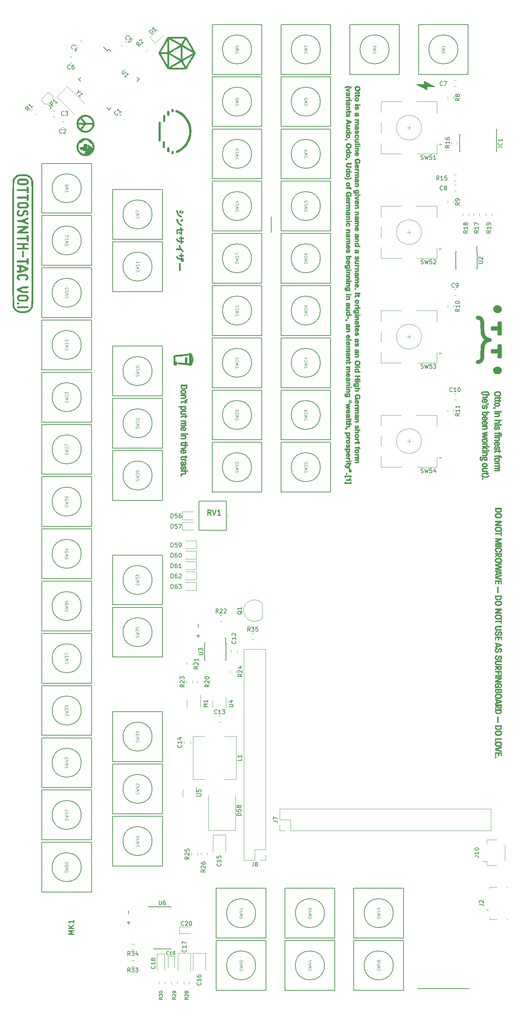
<source format=gbr>
G04 #@! TF.GenerationSoftware,KiCad,Pcbnew,(5.0.0)*
G04 #@! TF.CreationDate,2018-08-16T13:56:39+02:00*
G04 #@! TF.ProjectId,OTTOtact,4F54544F746163742E6B696361645F70,rev?*
G04 #@! TF.SameCoordinates,Original*
G04 #@! TF.FileFunction,Legend,Top*
G04 #@! TF.FilePolarity,Positive*
%FSLAX46Y46*%
G04 Gerber Fmt 4.6, Leading zero omitted, Abs format (unit mm)*
G04 Created by KiCad (PCBNEW (5.0.0)) date 08/16/18 13:56:39*
%MOMM*%
%LPD*%
G01*
G04 APERTURE LIST*
%ADD10C,0.200000*%
%ADD11C,0.010000*%
%ADD12C,0.120000*%
%ADD13C,0.150000*%
%ADD14C,0.254000*%
%ADD15C,0.100000*%
G04 APERTURE END LIST*
D10*
X109743001Y-123816481D02*
X109743001Y-124578386D01*
X109743001Y-126316481D02*
X109743001Y-127078386D01*
X109362049Y-126697434D02*
X110123953Y-126697434D01*
X92943001Y-193016481D02*
X92943001Y-193778386D01*
X92943001Y-195516481D02*
X92943001Y-196278386D01*
X92562049Y-195897434D02*
X93323953Y-195897434D01*
X127406179Y-25486048D02*
X127406179Y-29286048D01*
D11*
G04 #@! TO.C,G\002A\002A\002A*
G36*
X84588323Y-3504616D02*
X84509321Y-3800929D01*
X84387741Y-4084390D01*
X84223698Y-4349616D01*
X84017306Y-4591225D01*
X83768682Y-4803836D01*
X83596833Y-4916692D01*
X83367377Y-5036305D01*
X83140518Y-5118864D01*
X82898409Y-5169347D01*
X82623199Y-5192732D01*
X82604558Y-5193405D01*
X82351049Y-5194126D01*
X82134221Y-5175317D01*
X81936657Y-5133546D01*
X81740938Y-5065381D01*
X81576895Y-4990968D01*
X81281160Y-4815881D01*
X81021253Y-4600123D01*
X80801034Y-4348391D01*
X80624362Y-4065381D01*
X80495097Y-3755789D01*
X80458780Y-3630473D01*
X80421767Y-3424614D01*
X80404486Y-3188343D01*
X80406893Y-2943568D01*
X80428944Y-2712195D01*
X80460938Y-2550556D01*
X80571690Y-2231468D01*
X80725554Y-1943663D01*
X80917404Y-1689108D01*
X81142118Y-1469769D01*
X81276469Y-1372831D01*
X81276469Y-1870063D01*
X81243980Y-1892743D01*
X81191785Y-1953138D01*
X81127873Y-2039777D01*
X81060232Y-2141189D01*
X80996848Y-2245905D01*
X80945710Y-2342455D01*
X80941924Y-2350474D01*
X80891331Y-2469925D01*
X80843435Y-2601835D01*
X80803889Y-2728624D01*
X80778345Y-2832715D01*
X80771971Y-2879007D01*
X80783892Y-2890624D01*
X80824528Y-2899576D01*
X80899129Y-2906139D01*
X81012945Y-2910588D01*
X81171226Y-2913195D01*
X81379224Y-2914237D01*
X81434464Y-2914276D01*
X81434464Y-3281174D01*
X80769038Y-3281174D01*
X80785836Y-3358785D01*
X80802569Y-3426427D01*
X80829395Y-3525199D01*
X80856478Y-3619840D01*
X80963624Y-3886865D01*
X81120814Y-4134303D01*
X81179391Y-4206092D01*
X81283609Y-4326677D01*
X81670101Y-3839203D01*
X81784013Y-3695178D01*
X81886612Y-3564794D01*
X81972499Y-3454966D01*
X82036276Y-3372606D01*
X82072544Y-3324631D01*
X82078241Y-3316452D01*
X82074238Y-3304900D01*
X82042747Y-3296014D01*
X81978439Y-3289501D01*
X81875987Y-3285068D01*
X81730065Y-3282425D01*
X81535345Y-3281279D01*
X81434464Y-3281174D01*
X81434464Y-2914276D01*
X81446861Y-2914285D01*
X82123609Y-2914285D01*
X81709896Y-2392174D01*
X81592642Y-2245208D01*
X81486624Y-2114246D01*
X81396934Y-2005421D01*
X81328661Y-1924866D01*
X81286897Y-1878714D01*
X81276469Y-1870063D01*
X81276469Y-1372831D01*
X81394573Y-1287614D01*
X81669645Y-1144608D01*
X81962210Y-1042718D01*
X82267145Y-983912D01*
X82436588Y-976446D01*
X82436588Y-1354832D01*
X82176672Y-1384227D01*
X81997780Y-1429087D01*
X81878952Y-1470920D01*
X81769183Y-1515265D01*
X81688990Y-1553717D01*
X81678440Y-1559878D01*
X81584878Y-1617471D01*
X81702947Y-1764933D01*
X81755731Y-1831119D01*
X81836444Y-1932653D01*
X81938002Y-2060610D01*
X82053324Y-2206064D01*
X82175327Y-2360091D01*
X82217478Y-2413340D01*
X82606248Y-2904565D01*
X82606248Y-3281174D01*
X82096346Y-3921877D01*
X81586445Y-4562579D01*
X81690042Y-4625103D01*
X81770515Y-4665967D01*
X81880932Y-4712438D01*
X81994488Y-4753456D01*
X82199654Y-4800700D01*
X82433295Y-4821966D01*
X82673735Y-4817185D01*
X82899302Y-4786288D01*
X83013780Y-4756690D01*
X83289459Y-4642006D01*
X83541568Y-4483256D01*
X83764228Y-4287013D01*
X83951558Y-4059850D01*
X84097679Y-3808339D01*
X84196710Y-3539053D01*
X84226511Y-3401118D01*
X84246409Y-3281174D01*
X82606248Y-3281174D01*
X82606248Y-2904565D01*
X82613940Y-2914285D01*
X83427694Y-2914285D01*
X83668941Y-2914700D01*
X83859248Y-2914743D01*
X84004103Y-2912608D01*
X84108991Y-2906489D01*
X84179401Y-2894580D01*
X84220817Y-2875076D01*
X84238728Y-2846171D01*
X84238621Y-2806060D01*
X84225980Y-2752937D01*
X84206295Y-2684997D01*
X84199524Y-2660285D01*
X84096062Y-2377819D01*
X83944644Y-2116794D01*
X83751663Y-1883610D01*
X83523510Y-1684665D01*
X83266579Y-1526358D01*
X82987261Y-1415088D01*
X82943225Y-1402689D01*
X82699815Y-1360771D01*
X82436588Y-1354832D01*
X82436588Y-976446D01*
X82579327Y-970156D01*
X82893631Y-1003416D01*
X83204936Y-1085660D01*
X83508116Y-1218854D01*
X83673728Y-1317275D01*
X83939490Y-1522651D01*
X84161755Y-1758232D01*
X84340636Y-2018635D01*
X84476250Y-2298479D01*
X84568710Y-2592382D01*
X84618133Y-2894960D01*
X84624632Y-3200832D01*
X84588323Y-3504616D01*
X84588323Y-3504616D01*
G37*
X84588323Y-3504616D02*
X84509321Y-3800929D01*
X84387741Y-4084390D01*
X84223698Y-4349616D01*
X84017306Y-4591225D01*
X83768682Y-4803836D01*
X83596833Y-4916692D01*
X83367377Y-5036305D01*
X83140518Y-5118864D01*
X82898409Y-5169347D01*
X82623199Y-5192732D01*
X82604558Y-5193405D01*
X82351049Y-5194126D01*
X82134221Y-5175317D01*
X81936657Y-5133546D01*
X81740938Y-5065381D01*
X81576895Y-4990968D01*
X81281160Y-4815881D01*
X81021253Y-4600123D01*
X80801034Y-4348391D01*
X80624362Y-4065381D01*
X80495097Y-3755789D01*
X80458780Y-3630473D01*
X80421767Y-3424614D01*
X80404486Y-3188343D01*
X80406893Y-2943568D01*
X80428944Y-2712195D01*
X80460938Y-2550556D01*
X80571690Y-2231468D01*
X80725554Y-1943663D01*
X80917404Y-1689108D01*
X81142118Y-1469769D01*
X81276469Y-1372831D01*
X81276469Y-1870063D01*
X81243980Y-1892743D01*
X81191785Y-1953138D01*
X81127873Y-2039777D01*
X81060232Y-2141189D01*
X80996848Y-2245905D01*
X80945710Y-2342455D01*
X80941924Y-2350474D01*
X80891331Y-2469925D01*
X80843435Y-2601835D01*
X80803889Y-2728624D01*
X80778345Y-2832715D01*
X80771971Y-2879007D01*
X80783892Y-2890624D01*
X80824528Y-2899576D01*
X80899129Y-2906139D01*
X81012945Y-2910588D01*
X81171226Y-2913195D01*
X81379224Y-2914237D01*
X81434464Y-2914276D01*
X81434464Y-3281174D01*
X80769038Y-3281174D01*
X80785836Y-3358785D01*
X80802569Y-3426427D01*
X80829395Y-3525199D01*
X80856478Y-3619840D01*
X80963624Y-3886865D01*
X81120814Y-4134303D01*
X81179391Y-4206092D01*
X81283609Y-4326677D01*
X81670101Y-3839203D01*
X81784013Y-3695178D01*
X81886612Y-3564794D01*
X81972499Y-3454966D01*
X82036276Y-3372606D01*
X82072544Y-3324631D01*
X82078241Y-3316452D01*
X82074238Y-3304900D01*
X82042747Y-3296014D01*
X81978439Y-3289501D01*
X81875987Y-3285068D01*
X81730065Y-3282425D01*
X81535345Y-3281279D01*
X81434464Y-3281174D01*
X81434464Y-2914276D01*
X81446861Y-2914285D01*
X82123609Y-2914285D01*
X81709896Y-2392174D01*
X81592642Y-2245208D01*
X81486624Y-2114246D01*
X81396934Y-2005421D01*
X81328661Y-1924866D01*
X81286897Y-1878714D01*
X81276469Y-1870063D01*
X81276469Y-1372831D01*
X81394573Y-1287614D01*
X81669645Y-1144608D01*
X81962210Y-1042718D01*
X82267145Y-983912D01*
X82436588Y-976446D01*
X82436588Y-1354832D01*
X82176672Y-1384227D01*
X81997780Y-1429087D01*
X81878952Y-1470920D01*
X81769183Y-1515265D01*
X81688990Y-1553717D01*
X81678440Y-1559878D01*
X81584878Y-1617471D01*
X81702947Y-1764933D01*
X81755731Y-1831119D01*
X81836444Y-1932653D01*
X81938002Y-2060610D01*
X82053324Y-2206064D01*
X82175327Y-2360091D01*
X82217478Y-2413340D01*
X82606248Y-2904565D01*
X82606248Y-3281174D01*
X82096346Y-3921877D01*
X81586445Y-4562579D01*
X81690042Y-4625103D01*
X81770515Y-4665967D01*
X81880932Y-4712438D01*
X81994488Y-4753456D01*
X82199654Y-4800700D01*
X82433295Y-4821966D01*
X82673735Y-4817185D01*
X82899302Y-4786288D01*
X83013780Y-4756690D01*
X83289459Y-4642006D01*
X83541568Y-4483256D01*
X83764228Y-4287013D01*
X83951558Y-4059850D01*
X84097679Y-3808339D01*
X84196710Y-3539053D01*
X84226511Y-3401118D01*
X84246409Y-3281174D01*
X82606248Y-3281174D01*
X82606248Y-2904565D01*
X82613940Y-2914285D01*
X83427694Y-2914285D01*
X83668941Y-2914700D01*
X83859248Y-2914743D01*
X84004103Y-2912608D01*
X84108991Y-2906489D01*
X84179401Y-2894580D01*
X84220817Y-2875076D01*
X84238728Y-2846171D01*
X84238621Y-2806060D01*
X84225980Y-2752937D01*
X84206295Y-2684997D01*
X84199524Y-2660285D01*
X84096062Y-2377819D01*
X83944644Y-2116794D01*
X83751663Y-1883610D01*
X83523510Y-1684665D01*
X83266579Y-1526358D01*
X82987261Y-1415088D01*
X82943225Y-1402689D01*
X82699815Y-1360771D01*
X82436588Y-1354832D01*
X82436588Y-976446D01*
X82579327Y-970156D01*
X82893631Y-1003416D01*
X83204936Y-1085660D01*
X83508116Y-1218854D01*
X83673728Y-1317275D01*
X83939490Y-1522651D01*
X84161755Y-1758232D01*
X84340636Y-2018635D01*
X84476250Y-2298479D01*
X84568710Y-2592382D01*
X84618133Y-2894960D01*
X84624632Y-3200832D01*
X84588323Y-3504616D01*
G36*
X84613737Y-8939337D02*
X84591694Y-9130881D01*
X84549274Y-9308610D01*
X84481786Y-9492556D01*
X84391989Y-9687618D01*
X84325508Y-9815889D01*
X84260670Y-9920978D01*
X84185357Y-10019265D01*
X84087451Y-10127131D01*
X84003963Y-10212134D01*
X83880676Y-10331750D01*
X83777852Y-10420722D01*
X83679108Y-10491168D01*
X83568065Y-10555207D01*
X83479447Y-10600160D01*
X83343475Y-10662674D01*
X83202287Y-10720628D01*
X83077822Y-10765277D01*
X83027892Y-10780099D01*
X82871484Y-10808627D01*
X82679590Y-10824611D01*
X82471605Y-10828114D01*
X82266925Y-10819196D01*
X82084943Y-10797920D01*
X81985302Y-10776764D01*
X81652475Y-10658744D01*
X81350499Y-10494917D01*
X81082664Y-10288351D01*
X80852262Y-10042111D01*
X80662582Y-9759264D01*
X80516914Y-9442876D01*
X80498574Y-9391285D01*
X80466005Y-9289192D01*
X80443351Y-9196180D01*
X80428469Y-9096828D01*
X80419217Y-8975719D01*
X80413452Y-8817433D01*
X80412308Y-8770396D01*
X80409925Y-8593423D01*
X80412800Y-8457739D01*
X80422090Y-8348338D01*
X80438950Y-8250212D01*
X80458572Y-8170095D01*
X80560863Y-7883317D01*
X80707150Y-7606473D01*
X80888947Y-7352295D01*
X81097769Y-7133517D01*
X81211900Y-7039704D01*
X81486095Y-6859708D01*
X81763911Y-6730750D01*
X82056299Y-6649215D01*
X82374210Y-6611486D01*
X82492588Y-6608517D01*
X82492588Y-6978285D01*
X82351116Y-6981006D01*
X82257746Y-6990436D01*
X82204342Y-7008472D01*
X82182769Y-7037013D01*
X82181225Y-7050919D01*
X82159330Y-7101407D01*
X82103990Y-7165945D01*
X82030719Y-7230496D01*
X81955033Y-7281026D01*
X81903942Y-7301756D01*
X81832982Y-7336653D01*
X81763642Y-7414423D01*
X81737429Y-7454241D01*
X81644524Y-7570376D01*
X81531996Y-7643232D01*
X81388692Y-7678441D01*
X81282826Y-7683840D01*
X81184901Y-7686506D01*
X81125145Y-7698686D01*
X81085372Y-7726656D01*
X81057943Y-7761452D01*
X80933741Y-7981217D01*
X80842707Y-8233346D01*
X80787593Y-8502651D01*
X80771152Y-8773948D01*
X80796133Y-9032050D01*
X80813535Y-9110189D01*
X80918622Y-9411688D01*
X81068832Y-9684032D01*
X81260220Y-9922758D01*
X81488837Y-10123403D01*
X81750736Y-10281503D01*
X81909631Y-10349484D01*
X82015763Y-10386273D01*
X82114285Y-10416258D01*
X82171187Y-10430239D01*
X82231100Y-10437294D01*
X82250156Y-10422168D01*
X82246185Y-10394469D01*
X82255564Y-10342199D01*
X82298095Y-10254223D01*
X82370255Y-10137737D01*
X82376168Y-10128934D01*
X82439765Y-10031526D01*
X82488951Y-9950173D01*
X82516487Y-9897135D01*
X82519892Y-9885510D01*
X82506926Y-9840454D01*
X82474518Y-9767214D01*
X82432401Y-9684597D01*
X82390307Y-9611414D01*
X82357970Y-9566471D01*
X82352335Y-9561716D01*
X82319602Y-9570363D01*
X82278871Y-9614840D01*
X82277997Y-9616163D01*
X82232797Y-9667242D01*
X82192389Y-9687618D01*
X82153774Y-9669709D01*
X82087808Y-9622459D01*
X82007891Y-9555587D01*
X81997512Y-9546264D01*
X81914193Y-9473422D01*
X81855867Y-9432813D01*
X81807240Y-9417138D01*
X81753012Y-9419102D01*
X81736158Y-9421593D01*
X81671639Y-9424366D01*
X81604938Y-9408300D01*
X81526550Y-9368485D01*
X81426966Y-9300010D01*
X81296679Y-9197962D01*
X81285169Y-9188628D01*
X81213426Y-9124574D01*
X81177502Y-9071012D01*
X81165770Y-9007860D01*
X81165225Y-8981494D01*
X81169217Y-8914487D01*
X81190234Y-8872773D01*
X81241833Y-8838966D01*
X81295813Y-8814050D01*
X81400659Y-8778671D01*
X81509284Y-8758264D01*
X81544315Y-8756285D01*
X81632259Y-8746960D01*
X81747186Y-8722576D01*
X81858228Y-8690299D01*
X82054225Y-8624313D01*
X82069331Y-8401021D01*
X82087143Y-8250089D01*
X82116614Y-8125659D01*
X82138058Y-8071896D01*
X82191679Y-7966063D01*
X82436218Y-7966063D01*
X82558155Y-7967590D01*
X82640891Y-7974862D01*
X82701643Y-7991915D01*
X82757630Y-8022784D01*
X82797725Y-8050795D01*
X82914694Y-8135527D01*
X82896411Y-8681455D01*
X82890341Y-8891470D01*
X82888866Y-9049711D01*
X82893236Y-9160751D01*
X82904697Y-9229161D01*
X82924497Y-9259512D01*
X82953886Y-9256376D01*
X82994111Y-9224325D01*
X83033281Y-9182788D01*
X83081394Y-9122412D01*
X83101644Y-9068383D01*
X83100756Y-8995502D01*
X83095319Y-8950344D01*
X83086753Y-8863458D01*
X83095700Y-8808311D01*
X83130073Y-8761022D01*
X83170895Y-8722181D01*
X83265299Y-8635956D01*
X83132484Y-8523850D01*
X83056411Y-8454665D01*
X83016159Y-8400196D01*
X83001088Y-8343107D01*
X82999669Y-8307437D01*
X83015037Y-8205831D01*
X83062343Y-8149507D01*
X83126669Y-8135396D01*
X83204813Y-8158784D01*
X83247871Y-8223206D01*
X83253669Y-8268280D01*
X83259437Y-8313465D01*
X83287153Y-8311602D01*
X83309658Y-8298465D01*
X83355909Y-8281777D01*
X83399268Y-8298504D01*
X83447097Y-8354869D01*
X83506757Y-8457093D01*
X83514462Y-8471601D01*
X83578161Y-8575919D01*
X83634096Y-8628476D01*
X83687309Y-8632483D01*
X83726962Y-8606932D01*
X83808849Y-8558006D01*
X83883496Y-8562835D01*
X83948417Y-8618934D01*
X84001126Y-8723814D01*
X84039138Y-8874987D01*
X84047081Y-8927312D01*
X84066049Y-9046522D01*
X84088321Y-9151606D01*
X84109825Y-9224077D01*
X84115011Y-9235732D01*
X84135576Y-9271064D01*
X84151323Y-9275277D01*
X84168487Y-9241165D01*
X84193305Y-9161520D01*
X84200475Y-9136954D01*
X84240524Y-8925813D01*
X84249806Y-8688721D01*
X84228920Y-8446654D01*
X84178466Y-8220587D01*
X84173858Y-8205952D01*
X84132461Y-8087430D01*
X84088704Y-7978307D01*
X84050865Y-7898939D01*
X84044750Y-7888452D01*
X83998644Y-7827560D01*
X83945230Y-7801633D01*
X83873118Y-7796729D01*
X83790656Y-7791495D01*
X83718449Y-7771079D01*
X83642137Y-7728414D01*
X83547357Y-7656431D01*
X83489175Y-7607764D01*
X83372808Y-7491400D01*
X83294526Y-7375663D01*
X83259510Y-7269420D01*
X83260825Y-7216876D01*
X83260618Y-7173512D01*
X83232207Y-7140126D01*
X83163931Y-7104688D01*
X83143606Y-7095930D01*
X82902730Y-7019356D01*
X82631913Y-6982401D01*
X82492588Y-6978285D01*
X82492588Y-6608517D01*
X82519892Y-6607832D01*
X82847573Y-6627846D01*
X83145978Y-6690730D01*
X83426276Y-6799981D01*
X83699636Y-6959097D01*
X83747558Y-6992305D01*
X84005684Y-7209406D01*
X84224899Y-7465621D01*
X84402000Y-7756353D01*
X84533780Y-8076999D01*
X84557454Y-8154889D01*
X84588458Y-8280026D01*
X84607778Y-8404479D01*
X84617592Y-8547687D01*
X84620097Y-8713952D01*
X84613737Y-8939337D01*
X84613737Y-8939337D01*
G37*
X84613737Y-8939337D02*
X84591694Y-9130881D01*
X84549274Y-9308610D01*
X84481786Y-9492556D01*
X84391989Y-9687618D01*
X84325508Y-9815889D01*
X84260670Y-9920978D01*
X84185357Y-10019265D01*
X84087451Y-10127131D01*
X84003963Y-10212134D01*
X83880676Y-10331750D01*
X83777852Y-10420722D01*
X83679108Y-10491168D01*
X83568065Y-10555207D01*
X83479447Y-10600160D01*
X83343475Y-10662674D01*
X83202287Y-10720628D01*
X83077822Y-10765277D01*
X83027892Y-10780099D01*
X82871484Y-10808627D01*
X82679590Y-10824611D01*
X82471605Y-10828114D01*
X82266925Y-10819196D01*
X82084943Y-10797920D01*
X81985302Y-10776764D01*
X81652475Y-10658744D01*
X81350499Y-10494917D01*
X81082664Y-10288351D01*
X80852262Y-10042111D01*
X80662582Y-9759264D01*
X80516914Y-9442876D01*
X80498574Y-9391285D01*
X80466005Y-9289192D01*
X80443351Y-9196180D01*
X80428469Y-9096828D01*
X80419217Y-8975719D01*
X80413452Y-8817433D01*
X80412308Y-8770396D01*
X80409925Y-8593423D01*
X80412800Y-8457739D01*
X80422090Y-8348338D01*
X80438950Y-8250212D01*
X80458572Y-8170095D01*
X80560863Y-7883317D01*
X80707150Y-7606473D01*
X80888947Y-7352295D01*
X81097769Y-7133517D01*
X81211900Y-7039704D01*
X81486095Y-6859708D01*
X81763911Y-6730750D01*
X82056299Y-6649215D01*
X82374210Y-6611486D01*
X82492588Y-6608517D01*
X82492588Y-6978285D01*
X82351116Y-6981006D01*
X82257746Y-6990436D01*
X82204342Y-7008472D01*
X82182769Y-7037013D01*
X82181225Y-7050919D01*
X82159330Y-7101407D01*
X82103990Y-7165945D01*
X82030719Y-7230496D01*
X81955033Y-7281026D01*
X81903942Y-7301756D01*
X81832982Y-7336653D01*
X81763642Y-7414423D01*
X81737429Y-7454241D01*
X81644524Y-7570376D01*
X81531996Y-7643232D01*
X81388692Y-7678441D01*
X81282826Y-7683840D01*
X81184901Y-7686506D01*
X81125145Y-7698686D01*
X81085372Y-7726656D01*
X81057943Y-7761452D01*
X80933741Y-7981217D01*
X80842707Y-8233346D01*
X80787593Y-8502651D01*
X80771152Y-8773948D01*
X80796133Y-9032050D01*
X80813535Y-9110189D01*
X80918622Y-9411688D01*
X81068832Y-9684032D01*
X81260220Y-9922758D01*
X81488837Y-10123403D01*
X81750736Y-10281503D01*
X81909631Y-10349484D01*
X82015763Y-10386273D01*
X82114285Y-10416258D01*
X82171187Y-10430239D01*
X82231100Y-10437294D01*
X82250156Y-10422168D01*
X82246185Y-10394469D01*
X82255564Y-10342199D01*
X82298095Y-10254223D01*
X82370255Y-10137737D01*
X82376168Y-10128934D01*
X82439765Y-10031526D01*
X82488951Y-9950173D01*
X82516487Y-9897135D01*
X82519892Y-9885510D01*
X82506926Y-9840454D01*
X82474518Y-9767214D01*
X82432401Y-9684597D01*
X82390307Y-9611414D01*
X82357970Y-9566471D01*
X82352335Y-9561716D01*
X82319602Y-9570363D01*
X82278871Y-9614840D01*
X82277997Y-9616163D01*
X82232797Y-9667242D01*
X82192389Y-9687618D01*
X82153774Y-9669709D01*
X82087808Y-9622459D01*
X82007891Y-9555587D01*
X81997512Y-9546264D01*
X81914193Y-9473422D01*
X81855867Y-9432813D01*
X81807240Y-9417138D01*
X81753012Y-9419102D01*
X81736158Y-9421593D01*
X81671639Y-9424366D01*
X81604938Y-9408300D01*
X81526550Y-9368485D01*
X81426966Y-9300010D01*
X81296679Y-9197962D01*
X81285169Y-9188628D01*
X81213426Y-9124574D01*
X81177502Y-9071012D01*
X81165770Y-9007860D01*
X81165225Y-8981494D01*
X81169217Y-8914487D01*
X81190234Y-8872773D01*
X81241833Y-8838966D01*
X81295813Y-8814050D01*
X81400659Y-8778671D01*
X81509284Y-8758264D01*
X81544315Y-8756285D01*
X81632259Y-8746960D01*
X81747186Y-8722576D01*
X81858228Y-8690299D01*
X82054225Y-8624313D01*
X82069331Y-8401021D01*
X82087143Y-8250089D01*
X82116614Y-8125659D01*
X82138058Y-8071896D01*
X82191679Y-7966063D01*
X82436218Y-7966063D01*
X82558155Y-7967590D01*
X82640891Y-7974862D01*
X82701643Y-7991915D01*
X82757630Y-8022784D01*
X82797725Y-8050795D01*
X82914694Y-8135527D01*
X82896411Y-8681455D01*
X82890341Y-8891470D01*
X82888866Y-9049711D01*
X82893236Y-9160751D01*
X82904697Y-9229161D01*
X82924497Y-9259512D01*
X82953886Y-9256376D01*
X82994111Y-9224325D01*
X83033281Y-9182788D01*
X83081394Y-9122412D01*
X83101644Y-9068383D01*
X83100756Y-8995502D01*
X83095319Y-8950344D01*
X83086753Y-8863458D01*
X83095700Y-8808311D01*
X83130073Y-8761022D01*
X83170895Y-8722181D01*
X83265299Y-8635956D01*
X83132484Y-8523850D01*
X83056411Y-8454665D01*
X83016159Y-8400196D01*
X83001088Y-8343107D01*
X82999669Y-8307437D01*
X83015037Y-8205831D01*
X83062343Y-8149507D01*
X83126669Y-8135396D01*
X83204813Y-8158784D01*
X83247871Y-8223206D01*
X83253669Y-8268280D01*
X83259437Y-8313465D01*
X83287153Y-8311602D01*
X83309658Y-8298465D01*
X83355909Y-8281777D01*
X83399268Y-8298504D01*
X83447097Y-8354869D01*
X83506757Y-8457093D01*
X83514462Y-8471601D01*
X83578161Y-8575919D01*
X83634096Y-8628476D01*
X83687309Y-8632483D01*
X83726962Y-8606932D01*
X83808849Y-8558006D01*
X83883496Y-8562835D01*
X83948417Y-8618934D01*
X84001126Y-8723814D01*
X84039138Y-8874987D01*
X84047081Y-8927312D01*
X84066049Y-9046522D01*
X84088321Y-9151606D01*
X84109825Y-9224077D01*
X84115011Y-9235732D01*
X84135576Y-9271064D01*
X84151323Y-9275277D01*
X84168487Y-9241165D01*
X84193305Y-9161520D01*
X84200475Y-9136954D01*
X84240524Y-8925813D01*
X84249806Y-8688721D01*
X84228920Y-8446654D01*
X84178466Y-8220587D01*
X84173858Y-8205952D01*
X84132461Y-8087430D01*
X84088704Y-7978307D01*
X84050865Y-7898939D01*
X84044750Y-7888452D01*
X83998644Y-7827560D01*
X83945230Y-7801633D01*
X83873118Y-7796729D01*
X83790656Y-7791495D01*
X83718449Y-7771079D01*
X83642137Y-7728414D01*
X83547357Y-7656431D01*
X83489175Y-7607764D01*
X83372808Y-7491400D01*
X83294526Y-7375663D01*
X83259510Y-7269420D01*
X83260825Y-7216876D01*
X83260618Y-7173512D01*
X83232207Y-7140126D01*
X83163931Y-7104688D01*
X83143606Y-7095930D01*
X82902730Y-7019356D01*
X82631913Y-6982401D01*
X82492588Y-6978285D01*
X82492588Y-6608517D01*
X82519892Y-6607832D01*
X82847573Y-6627846D01*
X83145978Y-6690730D01*
X83426276Y-6799981D01*
X83699636Y-6959097D01*
X83747558Y-6992305D01*
X84005684Y-7209406D01*
X84224899Y-7465621D01*
X84402000Y-7756353D01*
X84533780Y-8076999D01*
X84557454Y-8154889D01*
X84588458Y-8280026D01*
X84607778Y-8404479D01*
X84617592Y-8547687D01*
X84620097Y-8713952D01*
X84613737Y-8939337D01*
G36*
X109051885Y13947795D02*
X109011508Y13862860D01*
X108942062Y13729585D01*
X108843558Y13547987D01*
X108716004Y13318082D01*
X108559410Y13039887D01*
X108373785Y12713418D01*
X108159138Y12338693D01*
X107998107Y12058929D01*
X107825342Y11759603D01*
X107660023Y11473796D01*
X107504416Y11205384D01*
X107360785Y10958247D01*
X107231395Y10736263D01*
X107118511Y10543309D01*
X107024399Y10383264D01*
X106951323Y10260007D01*
X106901548Y10177415D01*
X106877339Y10139366D01*
X106876171Y10137875D01*
X106865661Y10128818D01*
X106848410Y10120936D01*
X106820694Y10114149D01*
X106778789Y10108375D01*
X106718971Y10103534D01*
X106637516Y10099543D01*
X106530700Y10096321D01*
X106394799Y10093788D01*
X106226090Y10091862D01*
X106020847Y10090461D01*
X105775348Y10089506D01*
X105485868Y10088913D01*
X105148683Y10088602D01*
X104760070Y10088492D01*
X104612571Y10088486D01*
X104205245Y10088546D01*
X103850638Y10088778D01*
X103545028Y10089263D01*
X103284688Y10090084D01*
X103065896Y10091321D01*
X102884926Y10093056D01*
X102738055Y10095370D01*
X102621558Y10098344D01*
X102531710Y10102060D01*
X102464787Y10106598D01*
X102417065Y10112040D01*
X102384820Y10118467D01*
X102364327Y10125960D01*
X102351862Y10134602D01*
X102348739Y10137875D01*
X102325204Y10173042D01*
X102276908Y10251891D01*
X102206482Y10369842D01*
X102116557Y10522315D01*
X102009764Y10704729D01*
X101888735Y10912504D01*
X101756100Y11141060D01*
X101614490Y11385815D01*
X101466536Y11642190D01*
X101314870Y11905603D01*
X102045460Y11094264D01*
X101010923Y12435225D01*
X100863905Y12692272D01*
X100723698Y12938036D01*
X100592934Y13167937D01*
X100474243Y13377394D01*
X100370256Y13561826D01*
X100283605Y13716654D01*
X100216920Y13837296D01*
X100172833Y13919172D01*
X100153974Y13957702D01*
X100153460Y13959750D01*
X100167262Y13990036D01*
X100207232Y14065339D01*
X100271219Y14181851D01*
X100357068Y14335765D01*
X100462628Y14523272D01*
X100585746Y14740564D01*
X100724269Y14983834D01*
X100876044Y15249274D01*
X101038919Y15533075D01*
X101210741Y15831430D01*
X101251745Y15902482D01*
X101437225Y16222881D01*
X101612279Y16523548D01*
X101774949Y16801206D01*
X101923275Y17052579D01*
X102055296Y17274391D01*
X102169054Y17463365D01*
X102262588Y17616226D01*
X102284238Y17650656D01*
X102284238Y17020468D01*
X101459439Y15593533D01*
X101309523Y15333840D01*
X101168362Y15088667D01*
X101038441Y14862377D01*
X100922246Y14659328D01*
X100822264Y14483883D01*
X100740979Y14340400D01*
X100680878Y14233241D01*
X100644446Y14166767D01*
X100633939Y14145431D01*
X100660754Y14139836D01*
X100736724Y14134796D01*
X100854563Y14130515D01*
X101006981Y14127196D01*
X101186693Y14125045D01*
X101386409Y14124264D01*
X101416366Y14124264D01*
X101416366Y13785597D01*
X101404429Y13785597D01*
X101202401Y13785131D01*
X101020145Y13783816D01*
X100864887Y13781776D01*
X100743857Y13779137D01*
X100664282Y13776022D01*
X100633390Y13772557D01*
X100633238Y13772291D01*
X100646957Y13746111D01*
X100686466Y13675402D01*
X100749288Y13564490D01*
X100832947Y13417705D01*
X100934969Y13239374D01*
X101052878Y13033825D01*
X101184197Y12805387D01*
X101326452Y12558387D01*
X101458738Y12329073D01*
X102284238Y10899160D01*
X102298892Y13654382D01*
X102237256Y13719990D01*
X102217945Y13739416D01*
X102196370Y13754571D01*
X102165797Y13765984D01*
X102119494Y13774187D01*
X102050727Y13779708D01*
X101952764Y13783080D01*
X101818871Y13784832D01*
X101642316Y13785494D01*
X101416366Y13785597D01*
X101416366Y14124264D01*
X102146677Y14124264D01*
X102222785Y14203703D01*
X102298892Y14283142D01*
X102284238Y17020468D01*
X102284238Y17650656D01*
X102333939Y17729696D01*
X102381148Y17800501D01*
X102401800Y17825242D01*
X102437925Y17828584D01*
X102525162Y17831677D01*
X102651068Y17834364D01*
X102651068Y17369820D01*
X102647391Y17342638D01*
X102644293Y17265246D01*
X102641755Y17143875D01*
X102639762Y16984758D01*
X102638294Y16794125D01*
X102637337Y16578208D01*
X102636871Y16343239D01*
X102636880Y16095448D01*
X102637347Y15841068D01*
X102638255Y15586329D01*
X102639585Y15337463D01*
X102641322Y15100702D01*
X102643448Y14882277D01*
X102645945Y14688420D01*
X102648797Y14525361D01*
X102651987Y14399333D01*
X102655496Y14316567D01*
X102658182Y14293123D01*
X102658182Y13664388D01*
X102654251Y13639219D01*
X102650556Y13562622D01*
X102647167Y13439614D01*
X102644151Y13275210D01*
X102641577Y13074428D01*
X102639512Y12842283D01*
X102638025Y12583793D01*
X102637184Y12303972D01*
X102637015Y12106375D01*
X102637384Y11815070D01*
X102638444Y11541750D01*
X102640128Y11291427D01*
X102642367Y11069113D01*
X102645093Y10879822D01*
X102648239Y10728565D01*
X102651735Y10620354D01*
X102655514Y10560203D01*
X102658182Y10549291D01*
X102693272Y10569675D01*
X102771213Y10614656D01*
X102886465Y10681051D01*
X103033487Y10765676D01*
X103206738Y10865347D01*
X103400679Y10976881D01*
X103609767Y11097092D01*
X103828464Y11222798D01*
X104051227Y11350814D01*
X104272516Y11477958D01*
X104486792Y11601043D01*
X104688512Y11716888D01*
X104872137Y11822308D01*
X105032125Y11914119D01*
X105162937Y11989137D01*
X105259031Y12044179D01*
X105314868Y12076060D01*
X105326521Y12082629D01*
X105330069Y12093102D01*
X105314311Y12112716D01*
X105276005Y12143463D01*
X105211910Y12187338D01*
X105118785Y12246337D01*
X104993390Y12322452D01*
X104832482Y12417678D01*
X104632822Y12534010D01*
X104391167Y12673441D01*
X104104276Y12837967D01*
X104028299Y12881427D01*
X103775516Y13025957D01*
X103537402Y13162084D01*
X103318469Y13287230D01*
X103123231Y13398816D01*
X102956200Y13494263D01*
X102821891Y13570991D01*
X102724817Y13626421D01*
X102669490Y13657975D01*
X102658182Y13664388D01*
X102658182Y14293123D01*
X102659308Y14283294D01*
X102659591Y14282976D01*
X102687561Y14294119D01*
X102759667Y14331262D01*
X102871358Y14391849D01*
X103018082Y14473326D01*
X103195287Y14573136D01*
X103398423Y14688723D01*
X103622936Y14817532D01*
X103864277Y14957007D01*
X103988866Y15029381D01*
X104237774Y15174202D01*
X104472621Y15310811D01*
X104688762Y15436508D01*
X104881552Y15548594D01*
X105046347Y15644367D01*
X105178501Y15721130D01*
X105273370Y15776181D01*
X105326309Y15806822D01*
X105335427Y15812046D01*
X105323888Y15829535D01*
X105267892Y15870633D01*
X105166670Y15935800D01*
X105019454Y16025500D01*
X104825475Y16140193D01*
X104583964Y16280342D01*
X104294152Y16446408D01*
X104020204Y16602087D01*
X103766894Y16745462D01*
X103528488Y16880129D01*
X103309471Y17003574D01*
X103114326Y17113285D01*
X102947534Y17206746D01*
X102813580Y17281445D01*
X102716945Y17334866D01*
X102662114Y17364498D01*
X102651068Y17369820D01*
X102651068Y17834364D01*
X102658182Y17834516D01*
X102831653Y17837091D01*
X103040245Y17839393D01*
X103278626Y17841415D01*
X103541465Y17843148D01*
X103823433Y17844585D01*
X104119198Y17845716D01*
X104423428Y17846533D01*
X104730794Y17847029D01*
X105035964Y17847194D01*
X105333608Y17847021D01*
X105618394Y17846501D01*
X105884991Y17845626D01*
X106128070Y17844388D01*
X106342299Y17842778D01*
X106470822Y17841358D01*
X106470822Y17510931D01*
X104786752Y17510073D01*
X104454209Y17509497D01*
X104151146Y17508159D01*
X103881104Y17506115D01*
X103647625Y17503421D01*
X103454250Y17500133D01*
X103304521Y17496306D01*
X103201980Y17491997D01*
X103150167Y17487262D01*
X103145015Y17484169D01*
X103177497Y17465560D01*
X103254097Y17421983D01*
X103369813Y17356275D01*
X103519642Y17271274D01*
X103698582Y17169817D01*
X103901630Y17054741D01*
X104123783Y16928883D01*
X104354811Y16798041D01*
X105522273Y16136959D01*
X105534656Y16141204D01*
X105534656Y15525809D01*
X105509168Y15513850D01*
X105439385Y15475935D01*
X105329739Y15414596D01*
X105184665Y15332362D01*
X105008595Y15231763D01*
X104805964Y15115328D01*
X104581206Y14985589D01*
X104338753Y14845075D01*
X104180419Y14753031D01*
X103929975Y14606605D01*
X103695538Y14468248D01*
X103481420Y14340591D01*
X103291933Y14226268D01*
X103131389Y14127912D01*
X103004101Y14048157D01*
X102914380Y13989637D01*
X102866539Y13954983D01*
X102859851Y13946584D01*
X102888248Y13928418D01*
X102961110Y13884962D01*
X103073859Y13818868D01*
X103221919Y13732786D01*
X103400710Y13629367D01*
X103605654Y13511262D01*
X103832174Y13381122D01*
X104075691Y13241599D01*
X104206791Y13166633D01*
X105529793Y12410620D01*
X105537090Y13963349D01*
X105538282Y14253871D01*
X105539070Y14527050D01*
X105539460Y14777750D01*
X105539461Y15000834D01*
X105539081Y15191165D01*
X105538327Y15343608D01*
X105537209Y15453026D01*
X105535733Y15514282D01*
X105534656Y15525809D01*
X105534656Y16141204D01*
X105568537Y16152821D01*
X105568537Y11784945D01*
X105537840Y11781301D01*
X105497889Y11769583D01*
X105444306Y11747569D01*
X105372713Y11713038D01*
X105278733Y11663771D01*
X105157987Y11597545D01*
X105006098Y11512141D01*
X104818687Y11405338D01*
X104591376Y11274914D01*
X104319788Y11118650D01*
X104303037Y11109006D01*
X103094058Y10413042D01*
X103937981Y10405573D01*
X104211318Y10403766D01*
X104520954Y10402744D01*
X104846748Y10402507D01*
X105168561Y10403055D01*
X105466253Y10404387D01*
X105625931Y10405573D01*
X106469958Y10413042D01*
X106098654Y11080926D01*
X105987828Y11279877D01*
X105900347Y11435136D01*
X105832274Y11552425D01*
X105779670Y11637463D01*
X105738599Y11695974D01*
X105705122Y11733678D01*
X105675304Y11756297D01*
X105645205Y11769551D01*
X105619682Y11776891D01*
X105594359Y11782735D01*
X105568537Y11784945D01*
X105568537Y16152821D01*
X105624811Y16172118D01*
X105657504Y16185769D01*
X105688835Y16206790D01*
X105722811Y16240985D01*
X105763441Y16294162D01*
X105814733Y16372126D01*
X105880697Y16480685D01*
X105882571Y16483894D01*
X105882571Y15540034D01*
X105882571Y12401407D01*
X105946071Y12441643D01*
X105982355Y12463292D01*
X106062651Y12510318D01*
X106182080Y12579889D01*
X106335764Y12669175D01*
X106518822Y12775343D01*
X106726376Y12895564D01*
X106953548Y13027006D01*
X107195459Y13166837D01*
X107265460Y13207275D01*
X107508867Y13348006D01*
X107737440Y13480431D01*
X107946520Y13601833D01*
X108131449Y13709494D01*
X108287567Y13800695D01*
X108410180Y13872697D01*
X108410180Y13468730D01*
X108384822Y13456747D01*
X108315440Y13419093D01*
X108206799Y13358471D01*
X108063667Y13277588D01*
X107890811Y13179150D01*
X107692997Y13065861D01*
X107474993Y12940428D01*
X107241565Y12805555D01*
X107233824Y12801073D01*
X106962549Y12643984D01*
X106735959Y12512363D01*
X106549968Y12403262D01*
X106400488Y12313737D01*
X106283434Y12240841D01*
X106194719Y12181627D01*
X106130255Y12133151D01*
X106085958Y12092466D01*
X106057739Y12056626D01*
X106041513Y12022684D01*
X106033193Y11987696D01*
X106028693Y11948714D01*
X106027021Y11931085D01*
X106039354Y11897942D01*
X106075792Y11822745D01*
X106132639Y11712561D01*
X106206194Y11574458D01*
X106292761Y11415503D01*
X106366721Y11281974D01*
X106462400Y11111341D01*
X106550294Y10956262D01*
X106626301Y10823840D01*
X106686319Y10721177D01*
X106726247Y10655378D01*
X106740665Y10634361D01*
X106755602Y10640851D01*
X106786411Y10677682D01*
X106834516Y10747181D01*
X106901342Y10851677D01*
X106988312Y10993497D01*
X107096851Y11174970D01*
X107228383Y11398423D01*
X107384333Y11666183D01*
X107566124Y11980579D01*
X107595149Y12030932D01*
X107744475Y12290463D01*
X107884799Y12535103D01*
X108013680Y12760543D01*
X108128672Y12962471D01*
X108227332Y13136577D01*
X108307218Y13278550D01*
X108365885Y13384081D01*
X108400890Y13448858D01*
X108410180Y13468730D01*
X108410180Y13872697D01*
X108410215Y13872718D01*
X108494735Y13922845D01*
X108536467Y13948358D01*
X108539999Y13950856D01*
X108519702Y13967982D01*
X108454656Y14011064D01*
X108348903Y14077682D01*
X108206486Y14165413D01*
X108031447Y14271837D01*
X107827828Y14394532D01*
X107599673Y14531077D01*
X107351024Y14679050D01*
X107085923Y14836030D01*
X106808414Y14999596D01*
X106522538Y15167326D01*
X106232338Y15336798D01*
X106020306Y15460094D01*
X105882571Y15540034D01*
X105882571Y16483894D01*
X105965339Y16625643D01*
X106072669Y16812807D01*
X106099086Y16859104D01*
X106470822Y17510931D01*
X106470822Y17841358D01*
X106522346Y17840788D01*
X106662882Y17838410D01*
X106757460Y17835668D01*
X106757460Y17312963D01*
X106740200Y17289447D01*
X106698926Y17223352D01*
X106637507Y17121180D01*
X106559812Y16989428D01*
X106469710Y16834594D01*
X106383635Y16685115D01*
X106273440Y16492228D01*
X106188596Y16341482D01*
X106126037Y16226250D01*
X106082698Y16139904D01*
X106055512Y16075815D01*
X106041416Y16027356D01*
X106037342Y15987897D01*
X106040226Y15950813D01*
X106041137Y15944597D01*
X106052767Y15872891D01*
X106060886Y15831036D01*
X106062184Y15827131D01*
X106086514Y15812308D01*
X106154255Y15771992D01*
X106260152Y15709287D01*
X106398950Y15627297D01*
X106565396Y15529124D01*
X106754235Y15417872D01*
X106960213Y15296644D01*
X107011460Y15266500D01*
X107232529Y15136469D01*
X107447849Y15009799D01*
X107650317Y14890670D01*
X107832829Y14783262D01*
X107988282Y14691756D01*
X108109573Y14620331D01*
X108189599Y14573169D01*
X108191863Y14571833D01*
X108290188Y14515262D01*
X108365863Y14474482D01*
X108409179Y14454561D01*
X108415419Y14455131D01*
X108387770Y14505555D01*
X108336404Y14596535D01*
X108264349Y14722857D01*
X108174629Y14879305D01*
X108070270Y15060664D01*
X107954297Y15261719D01*
X107829736Y15477255D01*
X107699613Y15702058D01*
X107566952Y15930911D01*
X107434780Y16158600D01*
X107306123Y16379910D01*
X107184004Y16589625D01*
X107071451Y16782531D01*
X106971488Y16953412D01*
X106887141Y17097054D01*
X106821436Y17208241D01*
X106777398Y17281757D01*
X106758052Y17312389D01*
X106757460Y17312963D01*
X106757460Y17835668D01*
X106758575Y17835635D01*
X106804095Y17832455D01*
X106805749Y17832097D01*
X106825045Y17816618D01*
X106857786Y17775582D01*
X106905424Y17706588D01*
X106969411Y17607235D01*
X107051201Y17475123D01*
X107152245Y17307851D01*
X107273998Y17103018D01*
X107417911Y16858223D01*
X107585437Y16571066D01*
X107778029Y16239145D01*
X107958636Y15926761D01*
X108131949Y15626227D01*
X108297126Y15339077D01*
X108451974Y15069169D01*
X108594296Y14820363D01*
X108721897Y14596519D01*
X108832583Y14401497D01*
X108924160Y14239157D01*
X108994430Y14113360D01*
X109041201Y14027964D01*
X109062277Y13986830D01*
X109063186Y13984373D01*
X109051885Y13947795D01*
X109051885Y13947795D01*
G37*
X109051885Y13947795D02*
X109011508Y13862860D01*
X108942062Y13729585D01*
X108843558Y13547987D01*
X108716004Y13318082D01*
X108559410Y13039887D01*
X108373785Y12713418D01*
X108159138Y12338693D01*
X107998107Y12058929D01*
X107825342Y11759603D01*
X107660023Y11473796D01*
X107504416Y11205384D01*
X107360785Y10958247D01*
X107231395Y10736263D01*
X107118511Y10543309D01*
X107024399Y10383264D01*
X106951323Y10260007D01*
X106901548Y10177415D01*
X106877339Y10139366D01*
X106876171Y10137875D01*
X106865661Y10128818D01*
X106848410Y10120936D01*
X106820694Y10114149D01*
X106778789Y10108375D01*
X106718971Y10103534D01*
X106637516Y10099543D01*
X106530700Y10096321D01*
X106394799Y10093788D01*
X106226090Y10091862D01*
X106020847Y10090461D01*
X105775348Y10089506D01*
X105485868Y10088913D01*
X105148683Y10088602D01*
X104760070Y10088492D01*
X104612571Y10088486D01*
X104205245Y10088546D01*
X103850638Y10088778D01*
X103545028Y10089263D01*
X103284688Y10090084D01*
X103065896Y10091321D01*
X102884926Y10093056D01*
X102738055Y10095370D01*
X102621558Y10098344D01*
X102531710Y10102060D01*
X102464787Y10106598D01*
X102417065Y10112040D01*
X102384820Y10118467D01*
X102364327Y10125960D01*
X102351862Y10134602D01*
X102348739Y10137875D01*
X102325204Y10173042D01*
X102276908Y10251891D01*
X102206482Y10369842D01*
X102116557Y10522315D01*
X102009764Y10704729D01*
X101888735Y10912504D01*
X101756100Y11141060D01*
X101614490Y11385815D01*
X101466536Y11642190D01*
X101314870Y11905603D01*
X102045460Y11094264D01*
X101010923Y12435225D01*
X100863905Y12692272D01*
X100723698Y12938036D01*
X100592934Y13167937D01*
X100474243Y13377394D01*
X100370256Y13561826D01*
X100283605Y13716654D01*
X100216920Y13837296D01*
X100172833Y13919172D01*
X100153974Y13957702D01*
X100153460Y13959750D01*
X100167262Y13990036D01*
X100207232Y14065339D01*
X100271219Y14181851D01*
X100357068Y14335765D01*
X100462628Y14523272D01*
X100585746Y14740564D01*
X100724269Y14983834D01*
X100876044Y15249274D01*
X101038919Y15533075D01*
X101210741Y15831430D01*
X101251745Y15902482D01*
X101437225Y16222881D01*
X101612279Y16523548D01*
X101774949Y16801206D01*
X101923275Y17052579D01*
X102055296Y17274391D01*
X102169054Y17463365D01*
X102262588Y17616226D01*
X102284238Y17650656D01*
X102284238Y17020468D01*
X101459439Y15593533D01*
X101309523Y15333840D01*
X101168362Y15088667D01*
X101038441Y14862377D01*
X100922246Y14659328D01*
X100822264Y14483883D01*
X100740979Y14340400D01*
X100680878Y14233241D01*
X100644446Y14166767D01*
X100633939Y14145431D01*
X100660754Y14139836D01*
X100736724Y14134796D01*
X100854563Y14130515D01*
X101006981Y14127196D01*
X101186693Y14125045D01*
X101386409Y14124264D01*
X101416366Y14124264D01*
X101416366Y13785597D01*
X101404429Y13785597D01*
X101202401Y13785131D01*
X101020145Y13783816D01*
X100864887Y13781776D01*
X100743857Y13779137D01*
X100664282Y13776022D01*
X100633390Y13772557D01*
X100633238Y13772291D01*
X100646957Y13746111D01*
X100686466Y13675402D01*
X100749288Y13564490D01*
X100832947Y13417705D01*
X100934969Y13239374D01*
X101052878Y13033825D01*
X101184197Y12805387D01*
X101326452Y12558387D01*
X101458738Y12329073D01*
X102284238Y10899160D01*
X102298892Y13654382D01*
X102237256Y13719990D01*
X102217945Y13739416D01*
X102196370Y13754571D01*
X102165797Y13765984D01*
X102119494Y13774187D01*
X102050727Y13779708D01*
X101952764Y13783080D01*
X101818871Y13784832D01*
X101642316Y13785494D01*
X101416366Y13785597D01*
X101416366Y14124264D01*
X102146677Y14124264D01*
X102222785Y14203703D01*
X102298892Y14283142D01*
X102284238Y17020468D01*
X102284238Y17650656D01*
X102333939Y17729696D01*
X102381148Y17800501D01*
X102401800Y17825242D01*
X102437925Y17828584D01*
X102525162Y17831677D01*
X102651068Y17834364D01*
X102651068Y17369820D01*
X102647391Y17342638D01*
X102644293Y17265246D01*
X102641755Y17143875D01*
X102639762Y16984758D01*
X102638294Y16794125D01*
X102637337Y16578208D01*
X102636871Y16343239D01*
X102636880Y16095448D01*
X102637347Y15841068D01*
X102638255Y15586329D01*
X102639585Y15337463D01*
X102641322Y15100702D01*
X102643448Y14882277D01*
X102645945Y14688420D01*
X102648797Y14525361D01*
X102651987Y14399333D01*
X102655496Y14316567D01*
X102658182Y14293123D01*
X102658182Y13664388D01*
X102654251Y13639219D01*
X102650556Y13562622D01*
X102647167Y13439614D01*
X102644151Y13275210D01*
X102641577Y13074428D01*
X102639512Y12842283D01*
X102638025Y12583793D01*
X102637184Y12303972D01*
X102637015Y12106375D01*
X102637384Y11815070D01*
X102638444Y11541750D01*
X102640128Y11291427D01*
X102642367Y11069113D01*
X102645093Y10879822D01*
X102648239Y10728565D01*
X102651735Y10620354D01*
X102655514Y10560203D01*
X102658182Y10549291D01*
X102693272Y10569675D01*
X102771213Y10614656D01*
X102886465Y10681051D01*
X103033487Y10765676D01*
X103206738Y10865347D01*
X103400679Y10976881D01*
X103609767Y11097092D01*
X103828464Y11222798D01*
X104051227Y11350814D01*
X104272516Y11477958D01*
X104486792Y11601043D01*
X104688512Y11716888D01*
X104872137Y11822308D01*
X105032125Y11914119D01*
X105162937Y11989137D01*
X105259031Y12044179D01*
X105314868Y12076060D01*
X105326521Y12082629D01*
X105330069Y12093102D01*
X105314311Y12112716D01*
X105276005Y12143463D01*
X105211910Y12187338D01*
X105118785Y12246337D01*
X104993390Y12322452D01*
X104832482Y12417678D01*
X104632822Y12534010D01*
X104391167Y12673441D01*
X104104276Y12837967D01*
X104028299Y12881427D01*
X103775516Y13025957D01*
X103537402Y13162084D01*
X103318469Y13287230D01*
X103123231Y13398816D01*
X102956200Y13494263D01*
X102821891Y13570991D01*
X102724817Y13626421D01*
X102669490Y13657975D01*
X102658182Y13664388D01*
X102658182Y14293123D01*
X102659308Y14283294D01*
X102659591Y14282976D01*
X102687561Y14294119D01*
X102759667Y14331262D01*
X102871358Y14391849D01*
X103018082Y14473326D01*
X103195287Y14573136D01*
X103398423Y14688723D01*
X103622936Y14817532D01*
X103864277Y14957007D01*
X103988866Y15029381D01*
X104237774Y15174202D01*
X104472621Y15310811D01*
X104688762Y15436508D01*
X104881552Y15548594D01*
X105046347Y15644367D01*
X105178501Y15721130D01*
X105273370Y15776181D01*
X105326309Y15806822D01*
X105335427Y15812046D01*
X105323888Y15829535D01*
X105267892Y15870633D01*
X105166670Y15935800D01*
X105019454Y16025500D01*
X104825475Y16140193D01*
X104583964Y16280342D01*
X104294152Y16446408D01*
X104020204Y16602087D01*
X103766894Y16745462D01*
X103528488Y16880129D01*
X103309471Y17003574D01*
X103114326Y17113285D01*
X102947534Y17206746D01*
X102813580Y17281445D01*
X102716945Y17334866D01*
X102662114Y17364498D01*
X102651068Y17369820D01*
X102651068Y17834364D01*
X102658182Y17834516D01*
X102831653Y17837091D01*
X103040245Y17839393D01*
X103278626Y17841415D01*
X103541465Y17843148D01*
X103823433Y17844585D01*
X104119198Y17845716D01*
X104423428Y17846533D01*
X104730794Y17847029D01*
X105035964Y17847194D01*
X105333608Y17847021D01*
X105618394Y17846501D01*
X105884991Y17845626D01*
X106128070Y17844388D01*
X106342299Y17842778D01*
X106470822Y17841358D01*
X106470822Y17510931D01*
X104786752Y17510073D01*
X104454209Y17509497D01*
X104151146Y17508159D01*
X103881104Y17506115D01*
X103647625Y17503421D01*
X103454250Y17500133D01*
X103304521Y17496306D01*
X103201980Y17491997D01*
X103150167Y17487262D01*
X103145015Y17484169D01*
X103177497Y17465560D01*
X103254097Y17421983D01*
X103369813Y17356275D01*
X103519642Y17271274D01*
X103698582Y17169817D01*
X103901630Y17054741D01*
X104123783Y16928883D01*
X104354811Y16798041D01*
X105522273Y16136959D01*
X105534656Y16141204D01*
X105534656Y15525809D01*
X105509168Y15513850D01*
X105439385Y15475935D01*
X105329739Y15414596D01*
X105184665Y15332362D01*
X105008595Y15231763D01*
X104805964Y15115328D01*
X104581206Y14985589D01*
X104338753Y14845075D01*
X104180419Y14753031D01*
X103929975Y14606605D01*
X103695538Y14468248D01*
X103481420Y14340591D01*
X103291933Y14226268D01*
X103131389Y14127912D01*
X103004101Y14048157D01*
X102914380Y13989637D01*
X102866539Y13954983D01*
X102859851Y13946584D01*
X102888248Y13928418D01*
X102961110Y13884962D01*
X103073859Y13818868D01*
X103221919Y13732786D01*
X103400710Y13629367D01*
X103605654Y13511262D01*
X103832174Y13381122D01*
X104075691Y13241599D01*
X104206791Y13166633D01*
X105529793Y12410620D01*
X105537090Y13963349D01*
X105538282Y14253871D01*
X105539070Y14527050D01*
X105539460Y14777750D01*
X105539461Y15000834D01*
X105539081Y15191165D01*
X105538327Y15343608D01*
X105537209Y15453026D01*
X105535733Y15514282D01*
X105534656Y15525809D01*
X105534656Y16141204D01*
X105568537Y16152821D01*
X105568537Y11784945D01*
X105537840Y11781301D01*
X105497889Y11769583D01*
X105444306Y11747569D01*
X105372713Y11713038D01*
X105278733Y11663771D01*
X105157987Y11597545D01*
X105006098Y11512141D01*
X104818687Y11405338D01*
X104591376Y11274914D01*
X104319788Y11118650D01*
X104303037Y11109006D01*
X103094058Y10413042D01*
X103937981Y10405573D01*
X104211318Y10403766D01*
X104520954Y10402744D01*
X104846748Y10402507D01*
X105168561Y10403055D01*
X105466253Y10404387D01*
X105625931Y10405573D01*
X106469958Y10413042D01*
X106098654Y11080926D01*
X105987828Y11279877D01*
X105900347Y11435136D01*
X105832274Y11552425D01*
X105779670Y11637463D01*
X105738599Y11695974D01*
X105705122Y11733678D01*
X105675304Y11756297D01*
X105645205Y11769551D01*
X105619682Y11776891D01*
X105594359Y11782735D01*
X105568537Y11784945D01*
X105568537Y16152821D01*
X105624811Y16172118D01*
X105657504Y16185769D01*
X105688835Y16206790D01*
X105722811Y16240985D01*
X105763441Y16294162D01*
X105814733Y16372126D01*
X105880697Y16480685D01*
X105882571Y16483894D01*
X105882571Y15540034D01*
X105882571Y12401407D01*
X105946071Y12441643D01*
X105982355Y12463292D01*
X106062651Y12510318D01*
X106182080Y12579889D01*
X106335764Y12669175D01*
X106518822Y12775343D01*
X106726376Y12895564D01*
X106953548Y13027006D01*
X107195459Y13166837D01*
X107265460Y13207275D01*
X107508867Y13348006D01*
X107737440Y13480431D01*
X107946520Y13601833D01*
X108131449Y13709494D01*
X108287567Y13800695D01*
X108410180Y13872697D01*
X108410180Y13468730D01*
X108384822Y13456747D01*
X108315440Y13419093D01*
X108206799Y13358471D01*
X108063667Y13277588D01*
X107890811Y13179150D01*
X107692997Y13065861D01*
X107474993Y12940428D01*
X107241565Y12805555D01*
X107233824Y12801073D01*
X106962549Y12643984D01*
X106735959Y12512363D01*
X106549968Y12403262D01*
X106400488Y12313737D01*
X106283434Y12240841D01*
X106194719Y12181627D01*
X106130255Y12133151D01*
X106085958Y12092466D01*
X106057739Y12056626D01*
X106041513Y12022684D01*
X106033193Y11987696D01*
X106028693Y11948714D01*
X106027021Y11931085D01*
X106039354Y11897942D01*
X106075792Y11822745D01*
X106132639Y11712561D01*
X106206194Y11574458D01*
X106292761Y11415503D01*
X106366721Y11281974D01*
X106462400Y11111341D01*
X106550294Y10956262D01*
X106626301Y10823840D01*
X106686319Y10721177D01*
X106726247Y10655378D01*
X106740665Y10634361D01*
X106755602Y10640851D01*
X106786411Y10677682D01*
X106834516Y10747181D01*
X106901342Y10851677D01*
X106988312Y10993497D01*
X107096851Y11174970D01*
X107228383Y11398423D01*
X107384333Y11666183D01*
X107566124Y11980579D01*
X107595149Y12030932D01*
X107744475Y12290463D01*
X107884799Y12535103D01*
X108013680Y12760543D01*
X108128672Y12962471D01*
X108227332Y13136577D01*
X108307218Y13278550D01*
X108365885Y13384081D01*
X108400890Y13448858D01*
X108410180Y13468730D01*
X108410180Y13872697D01*
X108410215Y13872718D01*
X108494735Y13922845D01*
X108536467Y13948358D01*
X108539999Y13950856D01*
X108519702Y13967982D01*
X108454656Y14011064D01*
X108348903Y14077682D01*
X108206486Y14165413D01*
X108031447Y14271837D01*
X107827828Y14394532D01*
X107599673Y14531077D01*
X107351024Y14679050D01*
X107085923Y14836030D01*
X106808414Y14999596D01*
X106522538Y15167326D01*
X106232338Y15336798D01*
X106020306Y15460094D01*
X105882571Y15540034D01*
X105882571Y16483894D01*
X105965339Y16625643D01*
X106072669Y16812807D01*
X106099086Y16859104D01*
X106470822Y17510931D01*
X106470822Y17841358D01*
X106522346Y17840788D01*
X106662882Y17838410D01*
X106757460Y17835668D01*
X106757460Y17312963D01*
X106740200Y17289447D01*
X106698926Y17223352D01*
X106637507Y17121180D01*
X106559812Y16989428D01*
X106469710Y16834594D01*
X106383635Y16685115D01*
X106273440Y16492228D01*
X106188596Y16341482D01*
X106126037Y16226250D01*
X106082698Y16139904D01*
X106055512Y16075815D01*
X106041416Y16027356D01*
X106037342Y15987897D01*
X106040226Y15950813D01*
X106041137Y15944597D01*
X106052767Y15872891D01*
X106060886Y15831036D01*
X106062184Y15827131D01*
X106086514Y15812308D01*
X106154255Y15771992D01*
X106260152Y15709287D01*
X106398950Y15627297D01*
X106565396Y15529124D01*
X106754235Y15417872D01*
X106960213Y15296644D01*
X107011460Y15266500D01*
X107232529Y15136469D01*
X107447849Y15009799D01*
X107650317Y14890670D01*
X107832829Y14783262D01*
X107988282Y14691756D01*
X108109573Y14620331D01*
X108189599Y14573169D01*
X108191863Y14571833D01*
X108290188Y14515262D01*
X108365863Y14474482D01*
X108409179Y14454561D01*
X108415419Y14455131D01*
X108387770Y14505555D01*
X108336404Y14596535D01*
X108264349Y14722857D01*
X108174629Y14879305D01*
X108070270Y15060664D01*
X107954297Y15261719D01*
X107829736Y15477255D01*
X107699613Y15702058D01*
X107566952Y15930911D01*
X107434780Y16158600D01*
X107306123Y16379910D01*
X107184004Y16589625D01*
X107071451Y16782531D01*
X106971488Y16953412D01*
X106887141Y17097054D01*
X106821436Y17208241D01*
X106777398Y17281757D01*
X106758052Y17312389D01*
X106757460Y17312963D01*
X106757460Y17835668D01*
X106758575Y17835635D01*
X106804095Y17832455D01*
X106805749Y17832097D01*
X106825045Y17816618D01*
X106857786Y17775582D01*
X106905424Y17706588D01*
X106969411Y17607235D01*
X107051201Y17475123D01*
X107152245Y17307851D01*
X107273998Y17103018D01*
X107417911Y16858223D01*
X107585437Y16571066D01*
X107778029Y16239145D01*
X107958636Y15926761D01*
X108131949Y15626227D01*
X108297126Y15339077D01*
X108451974Y15069169D01*
X108594296Y14820363D01*
X108721897Y14596519D01*
X108832583Y14401497D01*
X108924160Y14239157D01*
X108994430Y14113360D01*
X109041201Y14027964D01*
X109062277Y13986830D01*
X109063186Y13984373D01*
X109051885Y13947795D01*
G36*
X100570728Y-7254402D02*
X100480539Y-7304644D01*
X100375312Y-7313813D01*
X100277306Y-7281646D01*
X100246257Y-7258222D01*
X100184491Y-7200678D01*
X100184491Y-4972222D01*
X100184519Y-4565288D01*
X100184665Y-4211039D01*
X100185022Y-3905711D01*
X100185682Y-3645545D01*
X100186739Y-3426779D01*
X100188286Y-3245652D01*
X100190415Y-3098403D01*
X100193219Y-2981271D01*
X100196792Y-2890496D01*
X100201226Y-2822315D01*
X100206614Y-2772969D01*
X100213049Y-2738695D01*
X100220624Y-2715733D01*
X100229432Y-2700322D01*
X100239565Y-2688701D01*
X100240936Y-2687321D01*
X100328016Y-2640153D01*
X100410269Y-2630877D01*
X100524561Y-2650833D01*
X100579602Y-2687321D01*
X100589917Y-2698742D01*
X100598892Y-2713483D01*
X100606621Y-2735309D01*
X100613196Y-2767984D01*
X100618711Y-2815273D01*
X100623259Y-2880940D01*
X100626934Y-2968749D01*
X100629827Y-3082466D01*
X100632033Y-3225853D01*
X100633645Y-3402677D01*
X100634755Y-3616700D01*
X100635457Y-3871689D01*
X100635844Y-4171406D01*
X100636010Y-4519617D01*
X100636047Y-4920086D01*
X100636047Y-7193038D01*
X100570728Y-7254402D01*
X100570728Y-7254402D01*
G37*
X100570728Y-7254402D02*
X100480539Y-7304644D01*
X100375312Y-7313813D01*
X100277306Y-7281646D01*
X100246257Y-7258222D01*
X100184491Y-7200678D01*
X100184491Y-4972222D01*
X100184519Y-4565288D01*
X100184665Y-4211039D01*
X100185022Y-3905711D01*
X100185682Y-3645545D01*
X100186739Y-3426779D01*
X100188286Y-3245652D01*
X100190415Y-3098403D01*
X100193219Y-2981271D01*
X100196792Y-2890496D01*
X100201226Y-2822315D01*
X100206614Y-2772969D01*
X100213049Y-2738695D01*
X100220624Y-2715733D01*
X100229432Y-2700322D01*
X100239565Y-2688701D01*
X100240936Y-2687321D01*
X100328016Y-2640153D01*
X100410269Y-2630877D01*
X100524561Y-2650833D01*
X100579602Y-2687321D01*
X100589917Y-2698742D01*
X100598892Y-2713483D01*
X100606621Y-2735309D01*
X100613196Y-2767984D01*
X100618711Y-2815273D01*
X100623259Y-2880940D01*
X100626934Y-2968749D01*
X100629827Y-3082466D01*
X100632033Y-3225853D01*
X100633645Y-3402677D01*
X100634755Y-3616700D01*
X100635457Y-3871689D01*
X100635844Y-4171406D01*
X100636010Y-4519617D01*
X100636047Y-4920086D01*
X100636047Y-7193038D01*
X100570728Y-7254402D01*
G36*
X101651149Y-8130961D02*
X101650433Y-8348962D01*
X101648039Y-8517575D01*
X101642571Y-8643853D01*
X101632628Y-8734850D01*
X101616812Y-8797622D01*
X101593725Y-8839222D01*
X101561966Y-8866706D01*
X101520139Y-8887127D01*
X101499622Y-8895147D01*
X101387086Y-8911116D01*
X101285701Y-8873259D01*
X101228267Y-8818677D01*
X101209763Y-8791639D01*
X101195879Y-8758731D01*
X101185987Y-8712090D01*
X101179462Y-8643849D01*
X101175679Y-8546146D01*
X101174011Y-8411114D01*
X101173832Y-8230891D01*
X101174058Y-8137460D01*
X101175706Y-7954042D01*
X101179301Y-7786878D01*
X101184475Y-7645226D01*
X101190862Y-7538344D01*
X101198095Y-7475490D01*
X101200688Y-7465777D01*
X101257382Y-7392481D01*
X101344272Y-7350724D01*
X101443349Y-7342681D01*
X101536603Y-7370525D01*
X101593554Y-7418349D01*
X101612465Y-7445270D01*
X101626783Y-7476710D01*
X101637130Y-7520361D01*
X101644128Y-7583915D01*
X101648398Y-7675064D01*
X101650561Y-7801499D01*
X101651240Y-7970911D01*
X101651149Y-8130961D01*
X101651149Y-8130961D01*
G37*
X101651149Y-8130961D02*
X101650433Y-8348962D01*
X101648039Y-8517575D01*
X101642571Y-8643853D01*
X101632628Y-8734850D01*
X101616812Y-8797622D01*
X101593725Y-8839222D01*
X101561966Y-8866706D01*
X101520139Y-8887127D01*
X101499622Y-8895147D01*
X101387086Y-8911116D01*
X101285701Y-8873259D01*
X101228267Y-8818677D01*
X101209763Y-8791639D01*
X101195879Y-8758731D01*
X101185987Y-8712090D01*
X101179462Y-8643849D01*
X101175679Y-8546146D01*
X101174011Y-8411114D01*
X101173832Y-8230891D01*
X101174058Y-8137460D01*
X101175706Y-7954042D01*
X101179301Y-7786878D01*
X101184475Y-7645226D01*
X101190862Y-7538344D01*
X101198095Y-7475490D01*
X101200688Y-7465777D01*
X101257382Y-7392481D01*
X101344272Y-7350724D01*
X101443349Y-7342681D01*
X101536603Y-7370525D01*
X101593554Y-7418349D01*
X101612465Y-7445270D01*
X101626783Y-7476710D01*
X101637130Y-7520361D01*
X101644128Y-7583915D01*
X101648398Y-7675064D01*
X101650561Y-7801499D01*
X101651240Y-7970911D01*
X101651149Y-8130961D01*
G36*
X101735987Y-2014755D02*
X101733095Y-2182529D01*
X101726963Y-2308785D01*
X101716521Y-2400984D01*
X101700697Y-2466582D01*
X101678418Y-2513039D01*
X101648613Y-2547812D01*
X101626270Y-2566479D01*
X101540950Y-2599968D01*
X101440694Y-2594556D01*
X101348850Y-2552820D01*
X101326208Y-2533382D01*
X101256936Y-2464109D01*
X101256936Y-1160756D01*
X101326208Y-1091483D01*
X101419260Y-1031863D01*
X101519747Y-1026293D01*
X101619916Y-1074459D01*
X101654218Y-1104706D01*
X101736713Y-1187202D01*
X101736713Y-1798006D01*
X101735987Y-2014755D01*
X101735987Y-2014755D01*
G37*
X101735987Y-2014755D02*
X101733095Y-2182529D01*
X101726963Y-2308785D01*
X101716521Y-2400984D01*
X101700697Y-2466582D01*
X101678418Y-2513039D01*
X101648613Y-2547812D01*
X101626270Y-2566479D01*
X101540950Y-2599968D01*
X101440694Y-2594556D01*
X101348850Y-2552820D01*
X101326208Y-2533382D01*
X101256936Y-2464109D01*
X101256936Y-1160756D01*
X101326208Y-1091483D01*
X101419260Y-1031863D01*
X101519747Y-1026293D01*
X101619916Y-1074459D01*
X101654218Y-1104706D01*
X101736713Y-1187202D01*
X101736713Y-1798006D01*
X101735987Y-2014755D01*
G36*
X102723840Y-705822D02*
X102721084Y-823578D01*
X102715015Y-905145D01*
X102704426Y-960646D01*
X102688112Y-1000207D01*
X102665998Y-1032515D01*
X102612488Y-1083295D01*
X102543998Y-1104260D01*
X102486928Y-1106877D01*
X102408388Y-1102790D01*
X102350096Y-1085634D01*
X102308823Y-1048063D01*
X102281337Y-982733D01*
X102264407Y-882298D01*
X102254802Y-739414D01*
X102249734Y-567645D01*
X102240643Y-147050D01*
X102328654Y-59039D01*
X102392504Y-3278D01*
X102448221Y17228D01*
X102521189Y12240D01*
X102593209Y-3767D01*
X102646016Y-30661D01*
X102682540Y-76424D01*
X102705711Y-149039D01*
X102718456Y-256488D01*
X102723707Y-406753D01*
X102724491Y-541753D01*
X102723840Y-705822D01*
X102723840Y-705822D01*
G37*
X102723840Y-705822D02*
X102721084Y-823578D01*
X102715015Y-905145D01*
X102704426Y-960646D01*
X102688112Y-1000207D01*
X102665998Y-1032515D01*
X102612488Y-1083295D01*
X102543998Y-1104260D01*
X102486928Y-1106877D01*
X102408388Y-1102790D01*
X102350096Y-1085634D01*
X102308823Y-1048063D01*
X102281337Y-982733D01*
X102264407Y-882298D01*
X102254802Y-739414D01*
X102249734Y-567645D01*
X102240643Y-147050D01*
X102328654Y-59039D01*
X102392504Y-3278D01*
X102448221Y17228D01*
X102521189Y12240D01*
X102593209Y-3767D01*
X102646016Y-30661D01*
X102682540Y-76424D01*
X102705711Y-149039D01*
X102718456Y-256488D01*
X102723707Y-406753D01*
X102724491Y-541753D01*
X102723840Y-705822D01*
G36*
X102724110Y-9563263D02*
X102722033Y-9678337D01*
X102716858Y-9756675D01*
X102707184Y-9808130D01*
X102691608Y-9842555D01*
X102668729Y-9869805D01*
X102656168Y-9881891D01*
X102561911Y-9936783D01*
X102456284Y-9946864D01*
X102357565Y-9912702D01*
X102309184Y-9871125D01*
X102283915Y-9838440D01*
X102266272Y-9802234D01*
X102254892Y-9752272D01*
X102248415Y-9678317D01*
X102245479Y-9570134D01*
X102244723Y-9417486D01*
X102244713Y-9386354D01*
X102244713Y-8976535D01*
X102327209Y-8894039D01*
X102393853Y-8841332D01*
X102456742Y-8813063D01*
X102469722Y-8811543D01*
X102549281Y-8827389D01*
X102631252Y-8866457D01*
X102692139Y-8916045D01*
X102706960Y-8939808D01*
X102713182Y-8983246D01*
X102718431Y-9071794D01*
X102722279Y-9194119D01*
X102724294Y-9338891D01*
X102724491Y-9401599D01*
X102724110Y-9563263D01*
X102724110Y-9563263D01*
G37*
X102724110Y-9563263D02*
X102722033Y-9678337D01*
X102716858Y-9756675D01*
X102707184Y-9808130D01*
X102691608Y-9842555D01*
X102668729Y-9869805D01*
X102656168Y-9881891D01*
X102561911Y-9936783D01*
X102456284Y-9946864D01*
X102357565Y-9912702D01*
X102309184Y-9871125D01*
X102283915Y-9838440D01*
X102266272Y-9802234D01*
X102254892Y-9752272D01*
X102248415Y-9678317D01*
X102245479Y-9570134D01*
X102244723Y-9417486D01*
X102244713Y-9386354D01*
X102244713Y-8976535D01*
X102327209Y-8894039D01*
X102393853Y-8841332D01*
X102456742Y-8813063D01*
X102469722Y-8811543D01*
X102549281Y-8827389D01*
X102631252Y-8866457D01*
X102692139Y-8916045D01*
X102706960Y-8939808D01*
X102713182Y-8983246D01*
X102718431Y-9071794D01*
X102722279Y-9194119D01*
X102724294Y-9338891D01*
X102724491Y-9401599D01*
X102724110Y-9563263D01*
G36*
X103739515Y-40587D02*
X103734316Y-118975D01*
X103721488Y-168398D01*
X103697626Y-202589D01*
X103662889Y-232489D01*
X103582851Y-276409D01*
X103492277Y-278617D01*
X103486500Y-277729D01*
X103399495Y-252818D01*
X103341151Y-205017D01*
X103306639Y-125316D01*
X103291129Y-4710D01*
X103288936Y90775D01*
X103290678Y208994D01*
X103298103Y285607D01*
X103314503Y335402D01*
X103343173Y373167D01*
X103354255Y383982D01*
X103441436Y433038D01*
X103544454Y445140D01*
X103640827Y419952D01*
X103684047Y388901D01*
X103711865Y352945D01*
X103728887Y304167D01*
X103737580Y229092D01*
X103740410Y114244D01*
X103740491Y80505D01*
X103739515Y-40587D01*
X103739515Y-40587D01*
G37*
X103739515Y-40587D02*
X103734316Y-118975D01*
X103721488Y-168398D01*
X103697626Y-202589D01*
X103662889Y-232489D01*
X103582851Y-276409D01*
X103492277Y-278617D01*
X103486500Y-277729D01*
X103399495Y-252818D01*
X103341151Y-205017D01*
X103306639Y-125316D01*
X103291129Y-4710D01*
X103288936Y90775D01*
X103290678Y208994D01*
X103298103Y285607D01*
X103314503Y335402D01*
X103343173Y373167D01*
X103354255Y383982D01*
X103441436Y433038D01*
X103544454Y445140D01*
X103640827Y419952D01*
X103684047Y388901D01*
X103711865Y352945D01*
X103728887Y304167D01*
X103737580Y229092D01*
X103740410Y114244D01*
X103740491Y80505D01*
X103739515Y-40587D01*
G36*
X103739340Y-10150909D02*
X103733582Y-10227477D01*
X103719762Y-10275647D01*
X103694421Y-10309436D01*
X103666130Y-10333495D01*
X103590085Y-10375149D01*
X103514713Y-10391988D01*
X103437558Y-10374460D01*
X103363297Y-10333495D01*
X103327601Y-10301822D01*
X103305628Y-10266337D01*
X103294069Y-10213310D01*
X103289613Y-10129010D01*
X103288936Y-10025099D01*
X103290005Y-9904294D01*
X103295421Y-9826192D01*
X103308494Y-9777063D01*
X103332536Y-9743175D01*
X103363297Y-9716703D01*
X103463422Y-9667143D01*
X103567826Y-9663487D01*
X103659571Y-9705368D01*
X103679127Y-9723529D01*
X103709682Y-9763330D01*
X103728157Y-9812437D01*
X103737436Y-9885336D01*
X103740399Y-9996513D01*
X103740491Y-10031925D01*
X103739340Y-10150909D01*
X103739340Y-10150909D01*
G37*
X103739340Y-10150909D02*
X103733582Y-10227477D01*
X103719762Y-10275647D01*
X103694421Y-10309436D01*
X103666130Y-10333495D01*
X103590085Y-10375149D01*
X103514713Y-10391988D01*
X103437558Y-10374460D01*
X103363297Y-10333495D01*
X103327601Y-10301822D01*
X103305628Y-10266337D01*
X103294069Y-10213310D01*
X103289613Y-10129010D01*
X103288936Y-10025099D01*
X103290005Y-9904294D01*
X103295421Y-9826192D01*
X103308494Y-9777063D01*
X103332536Y-9743175D01*
X103363297Y-9716703D01*
X103463422Y-9667143D01*
X103567826Y-9663487D01*
X103659571Y-9705368D01*
X103679127Y-9723529D01*
X103709682Y-9763330D01*
X103728157Y-9812437D01*
X103737436Y-9885336D01*
X103740399Y-9996513D01*
X103740491Y-10031925D01*
X103739340Y-10150909D01*
G36*
X108026771Y-5196798D02*
X108015752Y-5455751D01*
X107996258Y-5682583D01*
X107986175Y-5759921D01*
X107877412Y-6317678D01*
X107718971Y-6848669D01*
X107510704Y-7353192D01*
X107252465Y-7831548D01*
X106944107Y-8284036D01*
X106585485Y-8710954D01*
X106493604Y-8807907D01*
X106142058Y-9145533D01*
X105785034Y-9436177D01*
X105410250Y-9688891D01*
X105005423Y-9912726D01*
X104971037Y-9929820D01*
X104796395Y-10011062D01*
X104661049Y-10061355D01*
X104557742Y-10081669D01*
X104479219Y-10072974D01*
X104418221Y-10036238D01*
X104391651Y-10007182D01*
X104346485Y-9917396D01*
X104335642Y-9819891D01*
X104359719Y-9735493D01*
X104383050Y-9706473D01*
X104426575Y-9676810D01*
X104509191Y-9628589D01*
X104619393Y-9568269D01*
X104745673Y-9502309D01*
X104756995Y-9496540D01*
X105232647Y-9224026D01*
X105671233Y-8909307D01*
X106071741Y-8553245D01*
X106433162Y-8156702D01*
X106634707Y-7894321D01*
X106755995Y-7710182D01*
X106884807Y-7487889D01*
X107013056Y-7243529D01*
X107132651Y-6993191D01*
X107235505Y-6752962D01*
X107308703Y-6553766D01*
X107448104Y-6043235D01*
X107532876Y-5530672D01*
X107564565Y-5019552D01*
X107544716Y-4513354D01*
X107474875Y-4015555D01*
X107356589Y-3529632D01*
X107191402Y-3059064D01*
X106980861Y-2607327D01*
X106726511Y-2177898D01*
X106429898Y-1774257D01*
X106092569Y-1399879D01*
X105716068Y-1058243D01*
X105301941Y-752826D01*
X104851734Y-487105D01*
X104546665Y-340050D01*
X104433984Y-287075D01*
X104339019Y-236656D01*
X104275253Y-196237D01*
X104258285Y-180861D01*
X104223968Y-94638D01*
X104225449Y7441D01*
X104260459Y99554D01*
X104285588Y129982D01*
X104351260Y173042D01*
X104432539Y187808D01*
X104537508Y173337D01*
X104674246Y128687D01*
X104817794Y67971D01*
X105304032Y-181694D01*
X105758810Y-476483D01*
X106179663Y-813090D01*
X106564126Y-1188212D01*
X106909733Y-1598543D01*
X107214018Y-2040779D01*
X107474516Y-2511614D01*
X107688762Y-3007745D01*
X107854290Y-3525865D01*
X107968634Y-4062671D01*
X107986116Y-4178918D01*
X108008988Y-4396785D01*
X108023389Y-4650358D01*
X108029317Y-4922681D01*
X108026771Y-5196798D01*
X108026771Y-5196798D01*
G37*
X108026771Y-5196798D02*
X108015752Y-5455751D01*
X107996258Y-5682583D01*
X107986175Y-5759921D01*
X107877412Y-6317678D01*
X107718971Y-6848669D01*
X107510704Y-7353192D01*
X107252465Y-7831548D01*
X106944107Y-8284036D01*
X106585485Y-8710954D01*
X106493604Y-8807907D01*
X106142058Y-9145533D01*
X105785034Y-9436177D01*
X105410250Y-9688891D01*
X105005423Y-9912726D01*
X104971037Y-9929820D01*
X104796395Y-10011062D01*
X104661049Y-10061355D01*
X104557742Y-10081669D01*
X104479219Y-10072974D01*
X104418221Y-10036238D01*
X104391651Y-10007182D01*
X104346485Y-9917396D01*
X104335642Y-9819891D01*
X104359719Y-9735493D01*
X104383050Y-9706473D01*
X104426575Y-9676810D01*
X104509191Y-9628589D01*
X104619393Y-9568269D01*
X104745673Y-9502309D01*
X104756995Y-9496540D01*
X105232647Y-9224026D01*
X105671233Y-8909307D01*
X106071741Y-8553245D01*
X106433162Y-8156702D01*
X106634707Y-7894321D01*
X106755995Y-7710182D01*
X106884807Y-7487889D01*
X107013056Y-7243529D01*
X107132651Y-6993191D01*
X107235505Y-6752962D01*
X107308703Y-6553766D01*
X107448104Y-6043235D01*
X107532876Y-5530672D01*
X107564565Y-5019552D01*
X107544716Y-4513354D01*
X107474875Y-4015555D01*
X107356589Y-3529632D01*
X107191402Y-3059064D01*
X106980861Y-2607327D01*
X106726511Y-2177898D01*
X106429898Y-1774257D01*
X106092569Y-1399879D01*
X105716068Y-1058243D01*
X105301941Y-752826D01*
X104851734Y-487105D01*
X104546665Y-340050D01*
X104433984Y-287075D01*
X104339019Y-236656D01*
X104275253Y-196237D01*
X104258285Y-180861D01*
X104223968Y-94638D01*
X104225449Y7441D01*
X104260459Y99554D01*
X104285588Y129982D01*
X104351260Y173042D01*
X104432539Y187808D01*
X104537508Y173337D01*
X104674246Y128687D01*
X104817794Y67971D01*
X105304032Y-181694D01*
X105758810Y-476483D01*
X106179663Y-813090D01*
X106564126Y-1188212D01*
X106909733Y-1598543D01*
X107214018Y-2040779D01*
X107474516Y-2511614D01*
X107688762Y-3007745D01*
X107854290Y-3525865D01*
X107968634Y-4062671D01*
X107986116Y-4178918D01*
X108008988Y-4396785D01*
X108023389Y-4650358D01*
X108029317Y-4922681D01*
X108026771Y-5196798D01*
G36*
X108310307Y-60469806D02*
X108310307Y-60724712D01*
X108305505Y-60868440D01*
X108292304Y-60988977D01*
X108272509Y-61070048D01*
X108271811Y-61071752D01*
X108226328Y-61147344D01*
X108159401Y-61222944D01*
X108086741Y-61283763D01*
X108024061Y-61315013D01*
X108011808Y-61316472D01*
X107980106Y-61341042D01*
X107971640Y-61387028D01*
X107968735Y-61423889D01*
X107951820Y-61444986D01*
X107908596Y-61454710D01*
X107826763Y-61457455D01*
X107774085Y-61457583D01*
X107670873Y-61456546D01*
X107611802Y-61450505D01*
X107584574Y-61435068D01*
X107576889Y-61405841D01*
X107576529Y-61387028D01*
X107561821Y-61330150D01*
X107527140Y-61316790D01*
X107484487Y-61314349D01*
X107392930Y-61307245D01*
X107259427Y-61296113D01*
X107090939Y-61281591D01*
X106894425Y-61264314D01*
X106676843Y-61244918D01*
X106445152Y-61224039D01*
X106206313Y-61202314D01*
X105967283Y-61180379D01*
X105735022Y-61158870D01*
X105516490Y-61138422D01*
X105318646Y-61119673D01*
X105148447Y-61103258D01*
X105012855Y-61089812D01*
X104918827Y-61079974D01*
X104873324Y-61074378D01*
X104871619Y-61074057D01*
X104835890Y-61063045D01*
X104818223Y-61040096D01*
X104815205Y-60991230D01*
X104823419Y-60902467D01*
X104825404Y-60884885D01*
X104836591Y-60792786D01*
X104845944Y-60726964D01*
X104850931Y-60703263D01*
X104878978Y-60704557D01*
X104956462Y-60710497D01*
X105076621Y-60720470D01*
X105232692Y-60733865D01*
X105417914Y-60750069D01*
X105625523Y-60768469D01*
X105848758Y-60788454D01*
X106080857Y-60809412D01*
X106315057Y-60830731D01*
X106544596Y-60851797D01*
X106762713Y-60872000D01*
X106962643Y-60890727D01*
X107137627Y-60907366D01*
X107280901Y-60921305D01*
X107385702Y-60931931D01*
X107428362Y-60936584D01*
X107576529Y-60953645D01*
X107576529Y-58985002D01*
X105918473Y-59136149D01*
X105617687Y-59163711D01*
X105333290Y-59190046D01*
X105070323Y-59214669D01*
X104833825Y-59237095D01*
X104628837Y-59256839D01*
X104460397Y-59273417D01*
X104333547Y-59286343D01*
X104253325Y-59295131D01*
X104225140Y-59299109D01*
X104212512Y-59317734D01*
X104203027Y-59367669D01*
X104196358Y-59454375D01*
X104192180Y-59583316D01*
X104190167Y-59759955D01*
X104189862Y-59890364D01*
X104189862Y-60469806D01*
X104270355Y-60469806D01*
X104384016Y-60496045D01*
X104488565Y-60566836D01*
X104575276Y-60670287D01*
X104635418Y-60794506D01*
X104660264Y-60927600D01*
X104656428Y-60995761D01*
X104609641Y-61133533D01*
X104520488Y-61253075D01*
X104401793Y-61340432D01*
X104307892Y-61374985D01*
X104151137Y-61384667D01*
X104002981Y-61347169D01*
X103876226Y-61268044D01*
X103783673Y-61152843D01*
X103780076Y-61146048D01*
X103748650Y-61041833D01*
X103740215Y-60913568D01*
X103754726Y-60788723D01*
X103780814Y-60713524D01*
X103796320Y-60671579D01*
X103807739Y-60608588D01*
X103815588Y-60516888D01*
X103820380Y-60388813D01*
X103822630Y-60216700D01*
X103822973Y-60085580D01*
X103822739Y-59897210D01*
X103821527Y-59757897D01*
X103818576Y-59660256D01*
X103813124Y-59596898D01*
X103804409Y-59560438D01*
X103791668Y-59543489D01*
X103774140Y-59538664D01*
X103766529Y-59538472D01*
X103736866Y-59533142D01*
X103719872Y-59509107D01*
X103712100Y-59454296D01*
X103710100Y-59356642D01*
X103710085Y-59340917D01*
X103711460Y-59237364D01*
X103718053Y-59178062D01*
X103733566Y-59150836D01*
X103761702Y-59143511D01*
X103770164Y-59143361D01*
X103825062Y-59125164D01*
X103898090Y-59078787D01*
X103938786Y-59045300D01*
X104014324Y-58985287D01*
X104084360Y-58942949D01*
X104111540Y-58932684D01*
X104151086Y-58927454D01*
X104241503Y-58917697D01*
X104377444Y-58903929D01*
X104553562Y-58886663D01*
X104764510Y-58866416D01*
X105004939Y-58843702D01*
X105269503Y-58819037D01*
X105552855Y-58792936D01*
X105727973Y-58776953D01*
X106096607Y-58743485D01*
X106413007Y-58714780D01*
X106681139Y-58690314D01*
X106904967Y-58669565D01*
X107088453Y-58652011D01*
X107235563Y-58637130D01*
X107350260Y-58624399D01*
X107436509Y-58613296D01*
X107498272Y-58603298D01*
X107539514Y-58593883D01*
X107564200Y-58584529D01*
X107576292Y-58574712D01*
X107579755Y-58563911D01*
X107578553Y-58551604D01*
X107576650Y-58537267D01*
X107576529Y-58533331D01*
X107579851Y-58498149D01*
X107598003Y-58478010D01*
X107643262Y-58468733D01*
X107727907Y-58466134D01*
X107774085Y-58466028D01*
X107877360Y-58467165D01*
X107936475Y-58473357D01*
X107963706Y-58488776D01*
X107971330Y-58517593D01*
X107971640Y-58533159D01*
X107991334Y-58592830D01*
X108057120Y-58635697D01*
X108058025Y-58636073D01*
X108130860Y-58682031D01*
X108204252Y-58751649D01*
X108220303Y-58771252D01*
X108254382Y-58820244D01*
X108277033Y-58869541D01*
X108291121Y-58932728D01*
X108299512Y-59023391D01*
X108305072Y-59155114D01*
X108305748Y-59176338D01*
X108315301Y-59482028D01*
X108479640Y-59482028D01*
X108479640Y-60469806D01*
X108310307Y-60469806D01*
X108310307Y-60469806D01*
G37*
X108310307Y-60469806D02*
X108310307Y-60724712D01*
X108305505Y-60868440D01*
X108292304Y-60988977D01*
X108272509Y-61070048D01*
X108271811Y-61071752D01*
X108226328Y-61147344D01*
X108159401Y-61222944D01*
X108086741Y-61283763D01*
X108024061Y-61315013D01*
X108011808Y-61316472D01*
X107980106Y-61341042D01*
X107971640Y-61387028D01*
X107968735Y-61423889D01*
X107951820Y-61444986D01*
X107908596Y-61454710D01*
X107826763Y-61457455D01*
X107774085Y-61457583D01*
X107670873Y-61456546D01*
X107611802Y-61450505D01*
X107584574Y-61435068D01*
X107576889Y-61405841D01*
X107576529Y-61387028D01*
X107561821Y-61330150D01*
X107527140Y-61316790D01*
X107484487Y-61314349D01*
X107392930Y-61307245D01*
X107259427Y-61296113D01*
X107090939Y-61281591D01*
X106894425Y-61264314D01*
X106676843Y-61244918D01*
X106445152Y-61224039D01*
X106206313Y-61202314D01*
X105967283Y-61180379D01*
X105735022Y-61158870D01*
X105516490Y-61138422D01*
X105318646Y-61119673D01*
X105148447Y-61103258D01*
X105012855Y-61089812D01*
X104918827Y-61079974D01*
X104873324Y-61074378D01*
X104871619Y-61074057D01*
X104835890Y-61063045D01*
X104818223Y-61040096D01*
X104815205Y-60991230D01*
X104823419Y-60902467D01*
X104825404Y-60884885D01*
X104836591Y-60792786D01*
X104845944Y-60726964D01*
X104850931Y-60703263D01*
X104878978Y-60704557D01*
X104956462Y-60710497D01*
X105076621Y-60720470D01*
X105232692Y-60733865D01*
X105417914Y-60750069D01*
X105625523Y-60768469D01*
X105848758Y-60788454D01*
X106080857Y-60809412D01*
X106315057Y-60830731D01*
X106544596Y-60851797D01*
X106762713Y-60872000D01*
X106962643Y-60890727D01*
X107137627Y-60907366D01*
X107280901Y-60921305D01*
X107385702Y-60931931D01*
X107428362Y-60936584D01*
X107576529Y-60953645D01*
X107576529Y-58985002D01*
X105918473Y-59136149D01*
X105617687Y-59163711D01*
X105333290Y-59190046D01*
X105070323Y-59214669D01*
X104833825Y-59237095D01*
X104628837Y-59256839D01*
X104460397Y-59273417D01*
X104333547Y-59286343D01*
X104253325Y-59295131D01*
X104225140Y-59299109D01*
X104212512Y-59317734D01*
X104203027Y-59367669D01*
X104196358Y-59454375D01*
X104192180Y-59583316D01*
X104190167Y-59759955D01*
X104189862Y-59890364D01*
X104189862Y-60469806D01*
X104270355Y-60469806D01*
X104384016Y-60496045D01*
X104488565Y-60566836D01*
X104575276Y-60670287D01*
X104635418Y-60794506D01*
X104660264Y-60927600D01*
X104656428Y-60995761D01*
X104609641Y-61133533D01*
X104520488Y-61253075D01*
X104401793Y-61340432D01*
X104307892Y-61374985D01*
X104151137Y-61384667D01*
X104002981Y-61347169D01*
X103876226Y-61268044D01*
X103783673Y-61152843D01*
X103780076Y-61146048D01*
X103748650Y-61041833D01*
X103740215Y-60913568D01*
X103754726Y-60788723D01*
X103780814Y-60713524D01*
X103796320Y-60671579D01*
X103807739Y-60608588D01*
X103815588Y-60516888D01*
X103820380Y-60388813D01*
X103822630Y-60216700D01*
X103822973Y-60085580D01*
X103822739Y-59897210D01*
X103821527Y-59757897D01*
X103818576Y-59660256D01*
X103813124Y-59596898D01*
X103804409Y-59560438D01*
X103791668Y-59543489D01*
X103774140Y-59538664D01*
X103766529Y-59538472D01*
X103736866Y-59533142D01*
X103719872Y-59509107D01*
X103712100Y-59454296D01*
X103710100Y-59356642D01*
X103710085Y-59340917D01*
X103711460Y-59237364D01*
X103718053Y-59178062D01*
X103733566Y-59150836D01*
X103761702Y-59143511D01*
X103770164Y-59143361D01*
X103825062Y-59125164D01*
X103898090Y-59078787D01*
X103938786Y-59045300D01*
X104014324Y-58985287D01*
X104084360Y-58942949D01*
X104111540Y-58932684D01*
X104151086Y-58927454D01*
X104241503Y-58917697D01*
X104377444Y-58903929D01*
X104553562Y-58886663D01*
X104764510Y-58866416D01*
X105004939Y-58843702D01*
X105269503Y-58819037D01*
X105552855Y-58792936D01*
X105727973Y-58776953D01*
X106096607Y-58743485D01*
X106413007Y-58714780D01*
X106681139Y-58690314D01*
X106904967Y-58669565D01*
X107088453Y-58652011D01*
X107235563Y-58637130D01*
X107350260Y-58624399D01*
X107436509Y-58613296D01*
X107498272Y-58603298D01*
X107539514Y-58593883D01*
X107564200Y-58584529D01*
X107576292Y-58574712D01*
X107579755Y-58563911D01*
X107578553Y-58551604D01*
X107576650Y-58537267D01*
X107576529Y-58533331D01*
X107579851Y-58498149D01*
X107598003Y-58478010D01*
X107643262Y-58468733D01*
X107727907Y-58466134D01*
X107774085Y-58466028D01*
X107877360Y-58467165D01*
X107936475Y-58473357D01*
X107963706Y-58488776D01*
X107971330Y-58517593D01*
X107971640Y-58533159D01*
X107991334Y-58592830D01*
X108057120Y-58635697D01*
X108058025Y-58636073D01*
X108130860Y-58682031D01*
X108204252Y-58751649D01*
X108220303Y-58771252D01*
X108254382Y-58820244D01*
X108277033Y-58869541D01*
X108291121Y-58932728D01*
X108299512Y-59023391D01*
X108305072Y-59155114D01*
X108305748Y-59176338D01*
X108315301Y-59482028D01*
X108479640Y-59482028D01*
X108479640Y-60469806D01*
X108310307Y-60469806D01*
G36*
X105960608Y-31662397D02*
X105758687Y-31652857D01*
X105775457Y-31852897D01*
X105792228Y-32052937D01*
X105520826Y-32052937D01*
X105534961Y-31855381D01*
X105549096Y-31657826D01*
X105391471Y-31657826D01*
X105133084Y-31635764D01*
X104909238Y-31569851D01*
X104720673Y-31460489D01*
X104568131Y-31308085D01*
X104472862Y-31156096D01*
X104422601Y-31051331D01*
X104400794Y-30981830D01*
X104408539Y-30933487D01*
X104446935Y-30892193D01*
X104496097Y-30857632D01*
X104563999Y-30813983D01*
X104609597Y-30787081D01*
X104619218Y-30782937D01*
X104632885Y-30807085D01*
X104654511Y-30867373D01*
X104661925Y-30891272D01*
X104741659Y-31066909D01*
X104863160Y-31205940D01*
X105023587Y-31306344D01*
X105220099Y-31366101D01*
X105351012Y-31381428D01*
X105541512Y-31392390D01*
X105541512Y-30861811D01*
X105061726Y-30881715D01*
X105061726Y-30599492D01*
X105305630Y-30609609D01*
X105549534Y-30619725D01*
X105535180Y-30419109D01*
X105520826Y-30218492D01*
X105792228Y-30218492D01*
X105775321Y-30420158D01*
X105758414Y-30621823D01*
X105960408Y-30607370D01*
X106162401Y-30592918D01*
X106162401Y-30883560D01*
X105964845Y-30872397D01*
X105767290Y-30861234D01*
X105767290Y-31410195D01*
X105964845Y-31399032D01*
X106162401Y-31387869D01*
X106162465Y-31529903D01*
X106162528Y-31671937D01*
X105960608Y-31662397D01*
X105960608Y-31662397D01*
G37*
X105960608Y-31662397D02*
X105758687Y-31652857D01*
X105775457Y-31852897D01*
X105792228Y-32052937D01*
X105520826Y-32052937D01*
X105534961Y-31855381D01*
X105549096Y-31657826D01*
X105391471Y-31657826D01*
X105133084Y-31635764D01*
X104909238Y-31569851D01*
X104720673Y-31460489D01*
X104568131Y-31308085D01*
X104472862Y-31156096D01*
X104422601Y-31051331D01*
X104400794Y-30981830D01*
X104408539Y-30933487D01*
X104446935Y-30892193D01*
X104496097Y-30857632D01*
X104563999Y-30813983D01*
X104609597Y-30787081D01*
X104619218Y-30782937D01*
X104632885Y-30807085D01*
X104654511Y-30867373D01*
X104661925Y-30891272D01*
X104741659Y-31066909D01*
X104863160Y-31205940D01*
X105023587Y-31306344D01*
X105220099Y-31366101D01*
X105351012Y-31381428D01*
X105541512Y-31392390D01*
X105541512Y-30861811D01*
X105061726Y-30881715D01*
X105061726Y-30599492D01*
X105305630Y-30609609D01*
X105549534Y-30619725D01*
X105535180Y-30419109D01*
X105520826Y-30218492D01*
X105792228Y-30218492D01*
X105775321Y-30420158D01*
X105758414Y-30621823D01*
X105960408Y-30607370D01*
X106162401Y-30592918D01*
X106162401Y-30883560D01*
X105964845Y-30872397D01*
X105767290Y-30861234D01*
X105767290Y-31410195D01*
X105964845Y-31399032D01*
X106162401Y-31387869D01*
X106162465Y-31529903D01*
X106162528Y-31671937D01*
X105960608Y-31662397D01*
G36*
X106014757Y-34090491D02*
X105875312Y-33953658D01*
X105779714Y-33853959D01*
X105680109Y-33741030D01*
X105621146Y-33668659D01*
X105506426Y-33520492D01*
X104384401Y-33520492D01*
X104384374Y-33372326D01*
X104384347Y-33224159D01*
X104850041Y-33233643D01*
X105004991Y-33235735D01*
X105138108Y-33235504D01*
X105240095Y-33233130D01*
X105301659Y-33228796D01*
X105315734Y-33224557D01*
X105302838Y-33191093D01*
X105270076Y-33127075D01*
X105248360Y-33088073D01*
X105211201Y-33015915D01*
X105166594Y-32918894D01*
X105119563Y-32809439D01*
X105075134Y-32699978D01*
X105038330Y-32602940D01*
X105014178Y-32530753D01*
X105007701Y-32495847D01*
X105008449Y-32494672D01*
X105076154Y-32451212D01*
X105151968Y-32412604D01*
X105218225Y-32386688D01*
X105257259Y-32381304D01*
X105259969Y-32383052D01*
X105279316Y-32420699D01*
X105307737Y-32494217D01*
X105330353Y-32560937D01*
X105443502Y-32846392D01*
X105596717Y-33133071D01*
X105779003Y-33403218D01*
X105979362Y-33639077D01*
X106028492Y-33688199D01*
X106186563Y-33840779D01*
X106014757Y-34090491D01*
X106014757Y-34090491D01*
G37*
X106014757Y-34090491D02*
X105875312Y-33953658D01*
X105779714Y-33853959D01*
X105680109Y-33741030D01*
X105621146Y-33668659D01*
X105506426Y-33520492D01*
X104384401Y-33520492D01*
X104384374Y-33372326D01*
X104384347Y-33224159D01*
X104850041Y-33233643D01*
X105004991Y-33235735D01*
X105138108Y-33235504D01*
X105240095Y-33233130D01*
X105301659Y-33228796D01*
X105315734Y-33224557D01*
X105302838Y-33191093D01*
X105270076Y-33127075D01*
X105248360Y-33088073D01*
X105211201Y-33015915D01*
X105166594Y-32918894D01*
X105119563Y-32809439D01*
X105075134Y-32699978D01*
X105038330Y-32602940D01*
X105014178Y-32530753D01*
X105007701Y-32495847D01*
X105008449Y-32494672D01*
X105076154Y-32451212D01*
X105151968Y-32412604D01*
X105218225Y-32386688D01*
X105257259Y-32381304D01*
X105259969Y-32383052D01*
X105279316Y-32420699D01*
X105307737Y-32494217D01*
X105330353Y-32560937D01*
X105443502Y-32846392D01*
X105596717Y-33133071D01*
X105779003Y-33403218D01*
X105979362Y-33639077D01*
X106028492Y-33688199D01*
X106186563Y-33840779D01*
X106014757Y-34090491D01*
G36*
X106160540Y-36025460D02*
X106110825Y-36063773D01*
X106040819Y-36106229D01*
X105966422Y-36144036D01*
X105903538Y-36168403D01*
X105868068Y-36170540D01*
X105867150Y-36169760D01*
X105851911Y-36134098D01*
X105836920Y-36072546D01*
X105832234Y-36022147D01*
X105849663Y-35987616D01*
X105900719Y-35955133D01*
X105956570Y-35928943D01*
X106091845Y-35867950D01*
X105925474Y-35865443D01*
X105759103Y-35862937D01*
X105775666Y-36060492D01*
X105792228Y-36258048D01*
X105520826Y-36258048D01*
X105534961Y-36060492D01*
X105549096Y-35862937D01*
X105391471Y-35862937D01*
X105133084Y-35840876D01*
X104909238Y-35774962D01*
X104720673Y-35665600D01*
X104568131Y-35513196D01*
X104472862Y-35361208D01*
X104422597Y-35256487D01*
X104400841Y-35186978D01*
X104408844Y-35138466D01*
X104447856Y-35096737D01*
X104499292Y-35060629D01*
X104567212Y-35018193D01*
X104612417Y-34994689D01*
X104622290Y-34992989D01*
X104635741Y-35022417D01*
X104661944Y-35086579D01*
X104677249Y-35125434D01*
X104772401Y-35304391D01*
X104901811Y-35439158D01*
X105066731Y-35530591D01*
X105268411Y-35579547D01*
X105351012Y-35586980D01*
X105541512Y-35597501D01*
X105541512Y-35066922D01*
X105061726Y-35086826D01*
X105061726Y-34804603D01*
X105305630Y-34814720D01*
X105549534Y-34824836D01*
X105535180Y-34624220D01*
X105520826Y-34423603D01*
X105792228Y-34423603D01*
X105775321Y-34625269D01*
X105758414Y-34826934D01*
X105960408Y-34812481D01*
X106162401Y-34798029D01*
X106162401Y-35088671D01*
X105964845Y-35077508D01*
X105767290Y-35066345D01*
X105767290Y-35615306D01*
X106164136Y-35592882D01*
X106159395Y-35780780D01*
X106159723Y-35881481D01*
X106165221Y-35960901D01*
X106174062Y-36000083D01*
X106160540Y-36025460D01*
X106160540Y-36025460D01*
G37*
X106160540Y-36025460D02*
X106110825Y-36063773D01*
X106040819Y-36106229D01*
X105966422Y-36144036D01*
X105903538Y-36168403D01*
X105868068Y-36170540D01*
X105867150Y-36169760D01*
X105851911Y-36134098D01*
X105836920Y-36072546D01*
X105832234Y-36022147D01*
X105849663Y-35987616D01*
X105900719Y-35955133D01*
X105956570Y-35928943D01*
X106091845Y-35867950D01*
X105925474Y-35865443D01*
X105759103Y-35862937D01*
X105775666Y-36060492D01*
X105792228Y-36258048D01*
X105520826Y-36258048D01*
X105534961Y-36060492D01*
X105549096Y-35862937D01*
X105391471Y-35862937D01*
X105133084Y-35840876D01*
X104909238Y-35774962D01*
X104720673Y-35665600D01*
X104568131Y-35513196D01*
X104472862Y-35361208D01*
X104422597Y-35256487D01*
X104400841Y-35186978D01*
X104408844Y-35138466D01*
X104447856Y-35096737D01*
X104499292Y-35060629D01*
X104567212Y-35018193D01*
X104612417Y-34994689D01*
X104622290Y-34992989D01*
X104635741Y-35022417D01*
X104661944Y-35086579D01*
X104677249Y-35125434D01*
X104772401Y-35304391D01*
X104901811Y-35439158D01*
X105066731Y-35530591D01*
X105268411Y-35579547D01*
X105351012Y-35586980D01*
X105541512Y-35597501D01*
X105541512Y-35066922D01*
X105061726Y-35086826D01*
X105061726Y-34804603D01*
X105305630Y-34814720D01*
X105549534Y-34824836D01*
X105535180Y-34624220D01*
X105520826Y-34423603D01*
X105792228Y-34423603D01*
X105775321Y-34625269D01*
X105758414Y-34826934D01*
X105960408Y-34812481D01*
X106162401Y-34798029D01*
X106162401Y-35088671D01*
X105964845Y-35077508D01*
X105767290Y-35066345D01*
X105767290Y-35615306D01*
X106164136Y-35592882D01*
X106159395Y-35780780D01*
X106159723Y-35881481D01*
X106165221Y-35960901D01*
X106174062Y-36000083D01*
X106160540Y-36025460D01*
G36*
X105668395Y-25554462D02*
X105576087Y-25674099D01*
X105368716Y-25570355D01*
X105125035Y-25417345D01*
X104913201Y-25219440D01*
X104735676Y-24979939D01*
X104594923Y-24702143D01*
X104496614Y-24402223D01*
X104467736Y-24288342D01*
X104442932Y-24191652D01*
X104426323Y-24128175D01*
X104423248Y-24116911D01*
X104427885Y-24082421D01*
X104471571Y-24055846D01*
X104531134Y-24037906D01*
X104612665Y-24016518D01*
X104672515Y-23999920D01*
X104684442Y-23996269D01*
X104707451Y-24015345D01*
X104727573Y-24082318D01*
X104735625Y-24131718D01*
X104767255Y-24290455D01*
X104819505Y-24467653D01*
X104884668Y-24641319D01*
X104955034Y-24789462D01*
X104982468Y-24835956D01*
X105103161Y-24989387D01*
X105261239Y-25138952D01*
X105438833Y-25269264D01*
X105573497Y-25344824D01*
X105760703Y-25434826D01*
X105668395Y-25554462D01*
X105668395Y-25554462D01*
G37*
X105668395Y-25554462D02*
X105576087Y-25674099D01*
X105368716Y-25570355D01*
X105125035Y-25417345D01*
X104913201Y-25219440D01*
X104735676Y-24979939D01*
X104594923Y-24702143D01*
X104496614Y-24402223D01*
X104467736Y-24288342D01*
X104442932Y-24191652D01*
X104426323Y-24128175D01*
X104423248Y-24116911D01*
X104427885Y-24082421D01*
X104471571Y-24055846D01*
X104531134Y-24037906D01*
X104612665Y-24016518D01*
X104672515Y-23999920D01*
X104684442Y-23996269D01*
X104707451Y-24015345D01*
X104727573Y-24082318D01*
X104735625Y-24131718D01*
X104767255Y-24290455D01*
X104819505Y-24467653D01*
X104884668Y-24641319D01*
X104955034Y-24789462D01*
X104982468Y-24835956D01*
X105103161Y-24989387D01*
X105261239Y-25138952D01*
X105438833Y-25269264D01*
X105573497Y-25344824D01*
X105760703Y-25434826D01*
X105668395Y-25554462D01*
G36*
X105802899Y-27515765D02*
X105761060Y-27566341D01*
X105717878Y-27615018D01*
X105612632Y-27730896D01*
X105414794Y-27627659D01*
X105169819Y-27468538D01*
X104954419Y-27264459D01*
X104772582Y-27020775D01*
X104628299Y-26742842D01*
X104525558Y-26436013D01*
X104524861Y-26433243D01*
X104496723Y-26322104D01*
X104473127Y-26230665D01*
X104457923Y-26173779D01*
X104455236Y-26164591D01*
X104474083Y-26139343D01*
X104535088Y-26109697D01*
X104591066Y-26091435D01*
X104737179Y-26050512D01*
X104796044Y-26298513D01*
X104890884Y-26600357D01*
X105022824Y-26860371D01*
X105193268Y-27080452D01*
X105403623Y-27262494D01*
X105597957Y-27380150D01*
X105695022Y-27430312D01*
X105770389Y-27469575D01*
X105811985Y-27491636D01*
X105816373Y-27494158D01*
X105802899Y-27515765D01*
X105802899Y-27515765D01*
G37*
X105802899Y-27515765D02*
X105761060Y-27566341D01*
X105717878Y-27615018D01*
X105612632Y-27730896D01*
X105414794Y-27627659D01*
X105169819Y-27468538D01*
X104954419Y-27264459D01*
X104772582Y-27020775D01*
X104628299Y-26742842D01*
X104525558Y-26436013D01*
X104524861Y-26433243D01*
X104496723Y-26322104D01*
X104473127Y-26230665D01*
X104457923Y-26173779D01*
X104455236Y-26164591D01*
X104474083Y-26139343D01*
X104535088Y-26109697D01*
X104591066Y-26091435D01*
X104737179Y-26050512D01*
X104796044Y-26298513D01*
X104890884Y-26600357D01*
X105022824Y-26860371D01*
X105193268Y-27080452D01*
X105403623Y-27262494D01*
X105597957Y-27380150D01*
X105695022Y-27430312D01*
X105770389Y-27469575D01*
X105811985Y-27491636D01*
X105816373Y-27494158D01*
X105802899Y-27515765D01*
G36*
X105710845Y-28799958D02*
X105710845Y-28882453D01*
X105714449Y-28941244D01*
X105724094Y-29040252D01*
X105738034Y-29165326D01*
X105754519Y-29302315D01*
X105771803Y-29437068D01*
X105788136Y-29555433D01*
X105801773Y-29643260D01*
X105809633Y-29682270D01*
X105800112Y-29729574D01*
X105761555Y-29792279D01*
X105750907Y-29805089D01*
X105680386Y-29885574D01*
X105519967Y-29805089D01*
X105427610Y-29748711D01*
X105314999Y-29665326D01*
X105200562Y-29569030D01*
X105150516Y-29522478D01*
X104941484Y-29320353D01*
X105036887Y-29204530D01*
X105132290Y-29088706D01*
X105188734Y-29166766D01*
X105236952Y-29225759D01*
X105303523Y-29297926D01*
X105376478Y-29371477D01*
X105443852Y-29434621D01*
X105493675Y-29475567D01*
X105511450Y-29484715D01*
X105515413Y-29458533D01*
X105512636Y-29387166D01*
X105503834Y-29281378D01*
X105489719Y-29151933D01*
X105489010Y-29146048D01*
X105448022Y-28807381D01*
X105141989Y-28807381D01*
X105004171Y-28808434D01*
X104910749Y-28812917D01*
X104849694Y-28822812D01*
X104808975Y-28840105D01*
X104776563Y-28866779D01*
X104775515Y-28867823D01*
X104749241Y-28897896D01*
X104732802Y-28932667D01*
X104724820Y-28983913D01*
X104723917Y-29063412D01*
X104728715Y-29182941D01*
X104731771Y-29241767D01*
X104741058Y-29378926D01*
X104753066Y-29503784D01*
X104766056Y-29600298D01*
X104775390Y-29644410D01*
X104789334Y-29706949D01*
X104775430Y-29736808D01*
X104741524Y-29749858D01*
X104667873Y-29762031D01*
X104593033Y-29766551D01*
X104544745Y-29764259D01*
X104516828Y-29748167D01*
X104501321Y-29705257D01*
X104490265Y-29622514D01*
X104487199Y-29593463D01*
X104475816Y-29444376D01*
X104470234Y-29280964D01*
X104470137Y-29115980D01*
X104475209Y-28962174D01*
X104485134Y-28832300D01*
X104499595Y-28739109D01*
X104509145Y-28708603D01*
X104543596Y-28646414D01*
X104588953Y-28601299D01*
X104654512Y-28570158D01*
X104749569Y-28549889D01*
X104883419Y-28537394D01*
X105043824Y-28530261D01*
X105406914Y-28518282D01*
X105387929Y-28350481D01*
X105375369Y-28253811D01*
X105362522Y-28177365D01*
X105354526Y-28145107D01*
X105362272Y-28120195D01*
X105413786Y-28104558D01*
X105480146Y-28097624D01*
X105620184Y-28087715D01*
X105658280Y-28525159D01*
X106134179Y-28525159D01*
X106134179Y-28827126D01*
X105710845Y-28799958D01*
X105710845Y-28799958D01*
G37*
X105710845Y-28799958D02*
X105710845Y-28882453D01*
X105714449Y-28941244D01*
X105724094Y-29040252D01*
X105738034Y-29165326D01*
X105754519Y-29302315D01*
X105771803Y-29437068D01*
X105788136Y-29555433D01*
X105801773Y-29643260D01*
X105809633Y-29682270D01*
X105800112Y-29729574D01*
X105761555Y-29792279D01*
X105750907Y-29805089D01*
X105680386Y-29885574D01*
X105519967Y-29805089D01*
X105427610Y-29748711D01*
X105314999Y-29665326D01*
X105200562Y-29569030D01*
X105150516Y-29522478D01*
X104941484Y-29320353D01*
X105036887Y-29204530D01*
X105132290Y-29088706D01*
X105188734Y-29166766D01*
X105236952Y-29225759D01*
X105303523Y-29297926D01*
X105376478Y-29371477D01*
X105443852Y-29434621D01*
X105493675Y-29475567D01*
X105511450Y-29484715D01*
X105515413Y-29458533D01*
X105512636Y-29387166D01*
X105503834Y-29281378D01*
X105489719Y-29151933D01*
X105489010Y-29146048D01*
X105448022Y-28807381D01*
X105141989Y-28807381D01*
X105004171Y-28808434D01*
X104910749Y-28812917D01*
X104849694Y-28822812D01*
X104808975Y-28840105D01*
X104776563Y-28866779D01*
X104775515Y-28867823D01*
X104749241Y-28897896D01*
X104732802Y-28932667D01*
X104724820Y-28983913D01*
X104723917Y-29063412D01*
X104728715Y-29182941D01*
X104731771Y-29241767D01*
X104741058Y-29378926D01*
X104753066Y-29503784D01*
X104766056Y-29600298D01*
X104775390Y-29644410D01*
X104789334Y-29706949D01*
X104775430Y-29736808D01*
X104741524Y-29749858D01*
X104667873Y-29762031D01*
X104593033Y-29766551D01*
X104544745Y-29764259D01*
X104516828Y-29748167D01*
X104501321Y-29705257D01*
X104490265Y-29622514D01*
X104487199Y-29593463D01*
X104475816Y-29444376D01*
X104470234Y-29280964D01*
X104470137Y-29115980D01*
X104475209Y-28962174D01*
X104485134Y-28832300D01*
X104499595Y-28739109D01*
X104509145Y-28708603D01*
X104543596Y-28646414D01*
X104588953Y-28601299D01*
X104654512Y-28570158D01*
X104749569Y-28549889D01*
X104883419Y-28537394D01*
X105043824Y-28530261D01*
X105406914Y-28518282D01*
X105387929Y-28350481D01*
X105375369Y-28253811D01*
X105362522Y-28177365D01*
X105354526Y-28145107D01*
X105362272Y-28120195D01*
X105413786Y-28104558D01*
X105480146Y-28097624D01*
X105620184Y-28087715D01*
X105658280Y-28525159D01*
X106134179Y-28525159D01*
X106134179Y-28827126D01*
X105710845Y-28799958D01*
G36*
X105616563Y-24190129D02*
X105576473Y-24277954D01*
X105517163Y-24395313D01*
X105454182Y-24517046D01*
X105408242Y-24594774D01*
X105370701Y-24634757D01*
X105332915Y-24643251D01*
X105286241Y-24626516D01*
X105236084Y-24598819D01*
X105167686Y-24556993D01*
X105125735Y-24526025D01*
X105119393Y-24517603D01*
X105133439Y-24488442D01*
X105169892Y-24424135D01*
X105221430Y-24337520D01*
X105232051Y-24320048D01*
X105291696Y-24216683D01*
X105342388Y-24118932D01*
X105373558Y-24047235D01*
X105374354Y-24044881D01*
X105399830Y-23983349D01*
X105422079Y-23953651D01*
X105424261Y-23953159D01*
X105457502Y-23967734D01*
X105518495Y-24004475D01*
X105548209Y-24024146D01*
X105597788Y-24059567D01*
X105626312Y-24091796D01*
X105632873Y-24131697D01*
X105616563Y-24190129D01*
X105616563Y-24190129D01*
G37*
X105616563Y-24190129D02*
X105576473Y-24277954D01*
X105517163Y-24395313D01*
X105454182Y-24517046D01*
X105408242Y-24594774D01*
X105370701Y-24634757D01*
X105332915Y-24643251D01*
X105286241Y-24626516D01*
X105236084Y-24598819D01*
X105167686Y-24556993D01*
X105125735Y-24526025D01*
X105119393Y-24517603D01*
X105133439Y-24488442D01*
X105169892Y-24424135D01*
X105221430Y-24337520D01*
X105232051Y-24320048D01*
X105291696Y-24216683D01*
X105342388Y-24118932D01*
X105373558Y-24047235D01*
X105374354Y-24044881D01*
X105399830Y-23983349D01*
X105422079Y-23953651D01*
X105424261Y-23953159D01*
X105457502Y-23967734D01*
X105518495Y-24004475D01*
X105548209Y-24024146D01*
X105597788Y-24059567D01*
X105626312Y-24091796D01*
X105632873Y-24131697D01*
X105616563Y-24190129D01*
G36*
X105132290Y-38544048D02*
X105132290Y-36766048D01*
X105428623Y-36766048D01*
X105428623Y-38544048D01*
X105132290Y-38544048D01*
X105132290Y-38544048D01*
G37*
X105132290Y-38544048D02*
X105132290Y-36766048D01*
X105428623Y-36766048D01*
X105428623Y-38544048D01*
X105132290Y-38544048D01*
G36*
X105907841Y-26448981D02*
X105834741Y-26550772D01*
X105764711Y-26641566D01*
X105709965Y-26705712D01*
X105698243Y-26717519D01*
X105629905Y-26781720D01*
X105515755Y-26700939D01*
X105449479Y-26648610D01*
X105407994Y-26605425D01*
X105401004Y-26590609D01*
X105419521Y-26556155D01*
X105467933Y-26498226D01*
X105515356Y-26449498D01*
X105601762Y-26355752D01*
X105687115Y-26247924D01*
X105717664Y-26203881D01*
X105768893Y-26130869D01*
X105810053Y-26082180D01*
X105827505Y-26069826D01*
X105860385Y-26086982D01*
X105917948Y-26130446D01*
X105949546Y-26157234D01*
X106049099Y-26244643D01*
X105907841Y-26448981D01*
X105907841Y-26448981D01*
G37*
X105907841Y-26448981D02*
X105834741Y-26550772D01*
X105764711Y-26641566D01*
X105709965Y-26705712D01*
X105698243Y-26717519D01*
X105629905Y-26781720D01*
X105515755Y-26700939D01*
X105449479Y-26648610D01*
X105407994Y-26605425D01*
X105401004Y-26590609D01*
X105419521Y-26556155D01*
X105467933Y-26498226D01*
X105515356Y-26449498D01*
X105601762Y-26355752D01*
X105687115Y-26247924D01*
X105717664Y-26203881D01*
X105768893Y-26130869D01*
X105810053Y-26082180D01*
X105827505Y-26069826D01*
X105860385Y-26086982D01*
X105917948Y-26130446D01*
X105949546Y-26157234D01*
X106049099Y-26244643D01*
X105907841Y-26448981D01*
G36*
X106121229Y-24298561D02*
X106093696Y-24380356D01*
X106047676Y-24488615D01*
X106010925Y-24565590D01*
X105878713Y-24831745D01*
X105773613Y-24768936D01*
X105705160Y-24726631D01*
X105659069Y-24695584D01*
X105651556Y-24689476D01*
X105656960Y-24659293D01*
X105684991Y-24591034D01*
X105730719Y-24495886D01*
X105770857Y-24418826D01*
X105828869Y-24309920D01*
X105876476Y-24219115D01*
X105907537Y-24158204D01*
X105916057Y-24139929D01*
X105943078Y-24133523D01*
X105995917Y-24152599D01*
X106056434Y-24187236D01*
X106106488Y-24227508D01*
X106125999Y-24254772D01*
X106121229Y-24298561D01*
X106121229Y-24298561D01*
G37*
X106121229Y-24298561D02*
X106093696Y-24380356D01*
X106047676Y-24488615D01*
X106010925Y-24565590D01*
X105878713Y-24831745D01*
X105773613Y-24768936D01*
X105705160Y-24726631D01*
X105659069Y-24695584D01*
X105651556Y-24689476D01*
X105656960Y-24659293D01*
X105684991Y-24591034D01*
X105730719Y-24495886D01*
X105770857Y-24418826D01*
X105828869Y-24309920D01*
X105876476Y-24219115D01*
X105907537Y-24158204D01*
X105916057Y-24139929D01*
X105943078Y-24133523D01*
X105995917Y-24152599D01*
X106056434Y-24187236D01*
X106106488Y-24227508D01*
X106125999Y-24254772D01*
X106121229Y-24298561D01*
G36*
X106780516Y-71778949D02*
X106767757Y-71893108D01*
X106742752Y-71970132D01*
X106703164Y-72025184D01*
X106589806Y-72110244D01*
X106435566Y-72165814D01*
X106236934Y-72192928D01*
X106123085Y-72196139D01*
X105906465Y-72183284D01*
X105735034Y-72143573D01*
X105603442Y-72075286D01*
X105528292Y-72005021D01*
X105486916Y-71949098D01*
X105466333Y-71894391D01*
X105461555Y-71819989D01*
X105465225Y-71740535D01*
X105483261Y-71606056D01*
X105517918Y-71520337D01*
X105528972Y-71506292D01*
X105581499Y-71448250D01*
X105008307Y-71448250D01*
X105008307Y-71194250D01*
X106186753Y-71194250D01*
X106186753Y-71464961D01*
X106048049Y-71465749D01*
X105920866Y-71478720D01*
X105831237Y-71502127D01*
X105737542Y-71565545D01*
X105693439Y-71650150D01*
X105701139Y-71746451D01*
X105753719Y-71834732D01*
X105789300Y-71872083D01*
X105827237Y-71895905D01*
X105881197Y-71909791D01*
X105964849Y-71917335D01*
X106085330Y-71921934D01*
X106244788Y-71922176D01*
X106359424Y-71909371D01*
X106440021Y-71880153D01*
X106497366Y-71831157D01*
X106529426Y-71783326D01*
X106551875Y-71691977D01*
X106526074Y-71601530D01*
X106458400Y-71527096D01*
X106409941Y-71500221D01*
X106314782Y-71476427D01*
X106186753Y-71464961D01*
X106186753Y-71194250D01*
X106758085Y-71194250D01*
X106758085Y-71281559D01*
X106745109Y-71352605D01*
X106704260Y-71382943D01*
X106673381Y-71395050D01*
X106670435Y-71417785D01*
X106697447Y-71465421D01*
X106720915Y-71500245D01*
X106761086Y-71568300D01*
X106780227Y-71634609D01*
X106783298Y-71722359D01*
X106780516Y-71778949D01*
X106780516Y-71778949D01*
G37*
X106780516Y-71778949D02*
X106767757Y-71893108D01*
X106742752Y-71970132D01*
X106703164Y-72025184D01*
X106589806Y-72110244D01*
X106435566Y-72165814D01*
X106236934Y-72192928D01*
X106123085Y-72196139D01*
X105906465Y-72183284D01*
X105735034Y-72143573D01*
X105603442Y-72075286D01*
X105528292Y-72005021D01*
X105486916Y-71949098D01*
X105466333Y-71894391D01*
X105461555Y-71819989D01*
X105465225Y-71740535D01*
X105483261Y-71606056D01*
X105517918Y-71520337D01*
X105528972Y-71506292D01*
X105581499Y-71448250D01*
X105008307Y-71448250D01*
X105008307Y-71194250D01*
X106186753Y-71194250D01*
X106186753Y-71464961D01*
X106048049Y-71465749D01*
X105920866Y-71478720D01*
X105831237Y-71502127D01*
X105737542Y-71565545D01*
X105693439Y-71650150D01*
X105701139Y-71746451D01*
X105753719Y-71834732D01*
X105789300Y-71872083D01*
X105827237Y-71895905D01*
X105881197Y-71909791D01*
X105964849Y-71917335D01*
X106085330Y-71921934D01*
X106244788Y-71922176D01*
X106359424Y-71909371D01*
X106440021Y-71880153D01*
X106497366Y-71831157D01*
X106529426Y-71783326D01*
X106551875Y-71691977D01*
X106526074Y-71601530D01*
X106458400Y-71527096D01*
X106409941Y-71500221D01*
X106314782Y-71476427D01*
X106186753Y-71464961D01*
X106186753Y-71194250D01*
X106758085Y-71194250D01*
X106758085Y-71281559D01*
X106745109Y-71352605D01*
X106704260Y-71382943D01*
X106673381Y-71395050D01*
X106670435Y-71417785D01*
X106697447Y-71465421D01*
X106720915Y-71500245D01*
X106761086Y-71568300D01*
X106780227Y-71634609D01*
X106783298Y-71722359D01*
X106780516Y-71778949D01*
G36*
X106210283Y-36277131D02*
X106144318Y-36322357D01*
X106071656Y-36355473D01*
X106003305Y-36381262D01*
X105967140Y-36382009D01*
X105944019Y-36356153D01*
X105937600Y-36344540D01*
X105912902Y-36279705D01*
X105925159Y-36231056D01*
X105980922Y-36187593D01*
X106051357Y-36153480D01*
X106192983Y-36091246D01*
X106221185Y-36165423D01*
X106233442Y-36227951D01*
X106210283Y-36277131D01*
X106210283Y-36277131D01*
G37*
X106210283Y-36277131D02*
X106144318Y-36322357D01*
X106071656Y-36355473D01*
X106003305Y-36381262D01*
X105967140Y-36382009D01*
X105944019Y-36356153D01*
X105937600Y-36344540D01*
X105912902Y-36279705D01*
X105925159Y-36231056D01*
X105980922Y-36187593D01*
X106051357Y-36153480D01*
X106192983Y-36091246D01*
X106221185Y-36165423D01*
X106233442Y-36227951D01*
X106210283Y-36277131D01*
G36*
X106766556Y-67973464D02*
X106705121Y-68104048D01*
X106598727Y-68205401D01*
X106557722Y-68230917D01*
X106496481Y-68262600D01*
X106436996Y-68283139D01*
X106364737Y-68294891D01*
X106265178Y-68300216D01*
X106123789Y-68301472D01*
X106123085Y-68301472D01*
X105932451Y-68295069D01*
X105786760Y-68273613D01*
X105675731Y-68233737D01*
X105589084Y-68172074D01*
X105532889Y-68108133D01*
X105489775Y-68014456D01*
X105466464Y-67888811D01*
X105463819Y-67752404D01*
X105482698Y-67626437D01*
X105510389Y-67553583D01*
X105571053Y-67476288D01*
X105657847Y-67403444D01*
X105688447Y-67384250D01*
X105749688Y-67352567D01*
X105809174Y-67332028D01*
X105881432Y-67320275D01*
X105980991Y-67314950D01*
X106103603Y-67313861D01*
X106103603Y-67556660D01*
X105959057Y-67573697D01*
X105834065Y-67617914D01*
X105764719Y-67667718D01*
X105704269Y-67741983D01*
X105688774Y-67810502D01*
X105713879Y-67894998D01*
X105717523Y-67903126D01*
X105778883Y-67975849D01*
X105886238Y-68022989D01*
X106041741Y-68045312D01*
X106123085Y-68047472D01*
X106299739Y-68035482D01*
X106427329Y-67999001D01*
X106508007Y-67937263D01*
X106528646Y-67903126D01*
X106556865Y-67816088D01*
X106544559Y-67746899D01*
X106487402Y-67673715D01*
X106482186Y-67668454D01*
X106382405Y-67604056D01*
X106250465Y-67566786D01*
X106103603Y-67556660D01*
X106103603Y-67313861D01*
X106122380Y-67313694D01*
X106123085Y-67313694D01*
X106264680Y-67314938D01*
X106364385Y-67320241D01*
X106436728Y-67331962D01*
X106496237Y-67352458D01*
X106557440Y-67384090D01*
X106557722Y-67384250D01*
X106678186Y-67478044D01*
X106752713Y-67599259D01*
X106784577Y-67753957D01*
X106786307Y-67807583D01*
X106766556Y-67973464D01*
X106766556Y-67973464D01*
G37*
X106766556Y-67973464D02*
X106705121Y-68104048D01*
X106598727Y-68205401D01*
X106557722Y-68230917D01*
X106496481Y-68262600D01*
X106436996Y-68283139D01*
X106364737Y-68294891D01*
X106265178Y-68300216D01*
X106123789Y-68301472D01*
X106123085Y-68301472D01*
X105932451Y-68295069D01*
X105786760Y-68273613D01*
X105675731Y-68233737D01*
X105589084Y-68172074D01*
X105532889Y-68108133D01*
X105489775Y-68014456D01*
X105466464Y-67888811D01*
X105463819Y-67752404D01*
X105482698Y-67626437D01*
X105510389Y-67553583D01*
X105571053Y-67476288D01*
X105657847Y-67403444D01*
X105688447Y-67384250D01*
X105749688Y-67352567D01*
X105809174Y-67332028D01*
X105881432Y-67320275D01*
X105980991Y-67314950D01*
X106103603Y-67313861D01*
X106103603Y-67556660D01*
X105959057Y-67573697D01*
X105834065Y-67617914D01*
X105764719Y-67667718D01*
X105704269Y-67741983D01*
X105688774Y-67810502D01*
X105713879Y-67894998D01*
X105717523Y-67903126D01*
X105778883Y-67975849D01*
X105886238Y-68022989D01*
X106041741Y-68045312D01*
X106123085Y-68047472D01*
X106299739Y-68035482D01*
X106427329Y-67999001D01*
X106508007Y-67937263D01*
X106528646Y-67903126D01*
X106556865Y-67816088D01*
X106544559Y-67746899D01*
X106487402Y-67673715D01*
X106482186Y-67668454D01*
X106382405Y-67604056D01*
X106250465Y-67566786D01*
X106103603Y-67556660D01*
X106103603Y-67313861D01*
X106122380Y-67313694D01*
X106123085Y-67313694D01*
X106264680Y-67314938D01*
X106364385Y-67320241D01*
X106436728Y-67331962D01*
X106496237Y-67352458D01*
X106557440Y-67384090D01*
X106557722Y-67384250D01*
X106678186Y-67478044D01*
X106752713Y-67599259D01*
X106784577Y-67753957D01*
X106786307Y-67807583D01*
X106766556Y-67973464D01*
G36*
X106291135Y-72605361D02*
X106118863Y-72605600D01*
X105993767Y-72607146D01*
X105906577Y-72611243D01*
X105848025Y-72619137D01*
X105808841Y-72632072D01*
X105779757Y-72651292D01*
X105751759Y-72677787D01*
X105702293Y-72740802D01*
X105691984Y-72804541D01*
X105697228Y-72839687D01*
X105711653Y-72899588D01*
X105732807Y-72944068D01*
X105768571Y-72975615D01*
X105826824Y-72996719D01*
X105915448Y-73009869D01*
X106042323Y-73017552D01*
X106215329Y-73022259D01*
X106279241Y-73023497D01*
X106758085Y-73032411D01*
X106758085Y-73282694D01*
X105488085Y-73282694D01*
X105488085Y-73198028D01*
X105497075Y-73135901D01*
X105530208Y-73114143D01*
X105543679Y-73113361D01*
X105575684Y-73109951D01*
X105579260Y-73091373D01*
X105552687Y-73045109D01*
X105529567Y-73010645D01*
X105480118Y-72898404D01*
X105459129Y-72764038D01*
X105468432Y-72632274D01*
X105495556Y-72551637D01*
X105543308Y-72486628D01*
X105609486Y-72425033D01*
X105610017Y-72424637D01*
X105642078Y-72403774D01*
X105679940Y-72388190D01*
X105732280Y-72376918D01*
X105807778Y-72368990D01*
X105915111Y-72363439D01*
X106062957Y-72359298D01*
X106223851Y-72356218D01*
X106758085Y-72346963D01*
X106758085Y-72605361D01*
X106291135Y-72605361D01*
X106291135Y-72605361D01*
G37*
X106291135Y-72605361D02*
X106118863Y-72605600D01*
X105993767Y-72607146D01*
X105906577Y-72611243D01*
X105848025Y-72619137D01*
X105808841Y-72632072D01*
X105779757Y-72651292D01*
X105751759Y-72677787D01*
X105702293Y-72740802D01*
X105691984Y-72804541D01*
X105697228Y-72839687D01*
X105711653Y-72899588D01*
X105732807Y-72944068D01*
X105768571Y-72975615D01*
X105826824Y-72996719D01*
X105915448Y-73009869D01*
X106042323Y-73017552D01*
X106215329Y-73022259D01*
X106279241Y-73023497D01*
X106758085Y-73032411D01*
X106758085Y-73282694D01*
X105488085Y-73282694D01*
X105488085Y-73198028D01*
X105497075Y-73135901D01*
X105530208Y-73114143D01*
X105543679Y-73113361D01*
X105575684Y-73109951D01*
X105579260Y-73091373D01*
X105552687Y-73045109D01*
X105529567Y-73010645D01*
X105480118Y-72898404D01*
X105459129Y-72764038D01*
X105468432Y-72632274D01*
X105495556Y-72551637D01*
X105543308Y-72486628D01*
X105609486Y-72425033D01*
X105610017Y-72424637D01*
X105642078Y-72403774D01*
X105679940Y-72388190D01*
X105732280Y-72376918D01*
X105807778Y-72368990D01*
X105915111Y-72363439D01*
X106062957Y-72359298D01*
X106223851Y-72356218D01*
X106758085Y-72346963D01*
X106758085Y-72605361D01*
X106291135Y-72605361D01*
G36*
X106765714Y-76856060D02*
X106703151Y-76978281D01*
X106596505Y-77069750D01*
X106443767Y-77132130D01*
X106242930Y-77167080D01*
X106220966Y-77169060D01*
X106024307Y-77185548D01*
X106024307Y-76464420D01*
X105922544Y-76480934D01*
X105796881Y-76518798D01*
X105710477Y-76581110D01*
X105668211Y-76660885D01*
X105674967Y-76751141D01*
X105699514Y-76799960D01*
X105750807Y-76857381D01*
X105801403Y-76887713D01*
X105835871Y-76920510D01*
X105855578Y-76984358D01*
X105860248Y-77060201D01*
X105849607Y-77128982D01*
X105823379Y-77171646D01*
X105805585Y-77177256D01*
X105727497Y-77155791D01*
X105637854Y-77100800D01*
X105556041Y-77025962D01*
X105516154Y-76973008D01*
X105475033Y-76862848D01*
X105460044Y-76725090D01*
X105471161Y-76582153D01*
X105508362Y-76456457D01*
X105516733Y-76439443D01*
X105590969Y-76340312D01*
X105696988Y-76269863D01*
X105840851Y-76225738D01*
X106028625Y-76205581D01*
X106123085Y-76203694D01*
X106264867Y-76205875D01*
X106279213Y-76207034D01*
X106279213Y-76471806D01*
X106249911Y-76476592D01*
X106232719Y-76498769D01*
X106224463Y-76550059D01*
X106221965Y-76642186D01*
X106221862Y-76683472D01*
X106222791Y-76791159D01*
X106228148Y-76854286D01*
X106241792Y-76884735D01*
X106267579Y-76894387D01*
X106290581Y-76895139D01*
X106403884Y-76876870D01*
X106495833Y-76828367D01*
X106556861Y-76759086D01*
X106577402Y-76678483D01*
X106564469Y-76624405D01*
X106511906Y-76562834D01*
X106425454Y-76509640D01*
X106327551Y-76476828D01*
X106279213Y-76471806D01*
X106279213Y-76207034D01*
X106366796Y-76214116D01*
X106445354Y-76230963D01*
X106517023Y-76258961D01*
X106534167Y-76267197D01*
X106662819Y-76358361D01*
X106745937Y-76482742D01*
X106783678Y-76640612D01*
X106786201Y-76701426D01*
X106765714Y-76856060D01*
X106765714Y-76856060D01*
G37*
X106765714Y-76856060D02*
X106703151Y-76978281D01*
X106596505Y-77069750D01*
X106443767Y-77132130D01*
X106242930Y-77167080D01*
X106220966Y-77169060D01*
X106024307Y-77185548D01*
X106024307Y-76464420D01*
X105922544Y-76480934D01*
X105796881Y-76518798D01*
X105710477Y-76581110D01*
X105668211Y-76660885D01*
X105674967Y-76751141D01*
X105699514Y-76799960D01*
X105750807Y-76857381D01*
X105801403Y-76887713D01*
X105835871Y-76920510D01*
X105855578Y-76984358D01*
X105860248Y-77060201D01*
X105849607Y-77128982D01*
X105823379Y-77171646D01*
X105805585Y-77177256D01*
X105727497Y-77155791D01*
X105637854Y-77100800D01*
X105556041Y-77025962D01*
X105516154Y-76973008D01*
X105475033Y-76862848D01*
X105460044Y-76725090D01*
X105471161Y-76582153D01*
X105508362Y-76456457D01*
X105516733Y-76439443D01*
X105590969Y-76340312D01*
X105696988Y-76269863D01*
X105840851Y-76225738D01*
X106028625Y-76205581D01*
X106123085Y-76203694D01*
X106264867Y-76205875D01*
X106279213Y-76207034D01*
X106279213Y-76471806D01*
X106249911Y-76476592D01*
X106232719Y-76498769D01*
X106224463Y-76550059D01*
X106221965Y-76642186D01*
X106221862Y-76683472D01*
X106222791Y-76791159D01*
X106228148Y-76854286D01*
X106241792Y-76884735D01*
X106267579Y-76894387D01*
X106290581Y-76895139D01*
X106403884Y-76876870D01*
X106495833Y-76828367D01*
X106556861Y-76759086D01*
X106577402Y-76678483D01*
X106564469Y-76624405D01*
X106511906Y-76562834D01*
X106425454Y-76509640D01*
X106327551Y-76476828D01*
X106279213Y-76471806D01*
X106279213Y-76207034D01*
X106366796Y-76214116D01*
X106445354Y-76230963D01*
X106517023Y-76258961D01*
X106534167Y-76267197D01*
X106662819Y-76358361D01*
X106745937Y-76482742D01*
X106783678Y-76640612D01*
X106786201Y-76701426D01*
X106765714Y-76856060D01*
G36*
X106765714Y-82331171D02*
X106703151Y-82453392D01*
X106596505Y-82544862D01*
X106443767Y-82607241D01*
X106242930Y-82642192D01*
X106220966Y-82644172D01*
X106024307Y-82660659D01*
X106024307Y-81939531D01*
X105922544Y-81956045D01*
X105796881Y-81993910D01*
X105710477Y-82056221D01*
X105668211Y-82135996D01*
X105674967Y-82226252D01*
X105699514Y-82275072D01*
X105750807Y-82332492D01*
X105801403Y-82362824D01*
X105835871Y-82395621D01*
X105855578Y-82459469D01*
X105860248Y-82535312D01*
X105849607Y-82604093D01*
X105823379Y-82646757D01*
X105805585Y-82652367D01*
X105727497Y-82630902D01*
X105637854Y-82575911D01*
X105556041Y-82501073D01*
X105516154Y-82448119D01*
X105475033Y-82337959D01*
X105460044Y-82200201D01*
X105471161Y-82057264D01*
X105508362Y-81931568D01*
X105516733Y-81914554D01*
X105590969Y-81815423D01*
X105696988Y-81744974D01*
X105840851Y-81700850D01*
X106028625Y-81680692D01*
X106123085Y-81678806D01*
X106264867Y-81680987D01*
X106279213Y-81682146D01*
X106279213Y-81946917D01*
X106249911Y-81951703D01*
X106232719Y-81973880D01*
X106224463Y-82025170D01*
X106221965Y-82117297D01*
X106221862Y-82158583D01*
X106222791Y-82266270D01*
X106228148Y-82329397D01*
X106241792Y-82359846D01*
X106267579Y-82369498D01*
X106290581Y-82370250D01*
X106403884Y-82351981D01*
X106495833Y-82303478D01*
X106556861Y-82234197D01*
X106577402Y-82153594D01*
X106564469Y-82099516D01*
X106511906Y-82037945D01*
X106425454Y-81984751D01*
X106327551Y-81951939D01*
X106279213Y-81946917D01*
X106279213Y-81682146D01*
X106366796Y-81689227D01*
X106445354Y-81706074D01*
X106517023Y-81734072D01*
X106534167Y-81742308D01*
X106662819Y-81833472D01*
X106745937Y-81957853D01*
X106783678Y-82115724D01*
X106786201Y-82176537D01*
X106765714Y-82331171D01*
X106765714Y-82331171D01*
G37*
X106765714Y-82331171D02*
X106703151Y-82453392D01*
X106596505Y-82544862D01*
X106443767Y-82607241D01*
X106242930Y-82642192D01*
X106220966Y-82644172D01*
X106024307Y-82660659D01*
X106024307Y-81939531D01*
X105922544Y-81956045D01*
X105796881Y-81993910D01*
X105710477Y-82056221D01*
X105668211Y-82135996D01*
X105674967Y-82226252D01*
X105699514Y-82275072D01*
X105750807Y-82332492D01*
X105801403Y-82362824D01*
X105835871Y-82395621D01*
X105855578Y-82459469D01*
X105860248Y-82535312D01*
X105849607Y-82604093D01*
X105823379Y-82646757D01*
X105805585Y-82652367D01*
X105727497Y-82630902D01*
X105637854Y-82575911D01*
X105556041Y-82501073D01*
X105516154Y-82448119D01*
X105475033Y-82337959D01*
X105460044Y-82200201D01*
X105471161Y-82057264D01*
X105508362Y-81931568D01*
X105516733Y-81914554D01*
X105590969Y-81815423D01*
X105696988Y-81744974D01*
X105840851Y-81700850D01*
X106028625Y-81680692D01*
X106123085Y-81678806D01*
X106264867Y-81680987D01*
X106279213Y-81682146D01*
X106279213Y-81946917D01*
X106249911Y-81951703D01*
X106232719Y-81973880D01*
X106224463Y-82025170D01*
X106221965Y-82117297D01*
X106221862Y-82158583D01*
X106222791Y-82266270D01*
X106228148Y-82329397D01*
X106241792Y-82359846D01*
X106267579Y-82369498D01*
X106290581Y-82370250D01*
X106403884Y-82351981D01*
X106495833Y-82303478D01*
X106556861Y-82234197D01*
X106577402Y-82153594D01*
X106564469Y-82099516D01*
X106511906Y-82037945D01*
X106425454Y-81984751D01*
X106327551Y-81951939D01*
X106279213Y-81946917D01*
X106279213Y-81682146D01*
X106366796Y-81689227D01*
X106445354Y-81706074D01*
X106517023Y-81734072D01*
X106534167Y-81742308D01*
X106662819Y-81833472D01*
X106745937Y-81957853D01*
X106783678Y-82115724D01*
X106786201Y-82176537D01*
X106765714Y-82331171D01*
G36*
X106781594Y-85126778D02*
X106766513Y-85246000D01*
X106745036Y-85321283D01*
X106708803Y-85388630D01*
X106658708Y-85440233D01*
X106587554Y-85478047D01*
X106488144Y-85504029D01*
X106353280Y-85520133D01*
X106175766Y-85528315D01*
X105974918Y-85530519D01*
X105488085Y-85531139D01*
X105488085Y-85446472D01*
X105500706Y-85379255D01*
X105530418Y-85361806D01*
X105561615Y-85358225D01*
X105568689Y-85339414D01*
X105550365Y-85293269D01*
X105516307Y-85228066D01*
X105474064Y-85103511D01*
X105461462Y-84959157D01*
X105479191Y-84820852D01*
X105503648Y-84753579D01*
X105583297Y-84652824D01*
X105700593Y-84591102D01*
X105822376Y-84573997D01*
X105822376Y-84829708D01*
X105738275Y-84883693D01*
X105726691Y-84894856D01*
X105670008Y-84974552D01*
X105665828Y-85053756D01*
X105714419Y-85141179D01*
X105735029Y-85165547D01*
X105821505Y-85235591D01*
X105932030Y-85268392D01*
X105936788Y-85269050D01*
X106060936Y-85285698D01*
X106041002Y-85135426D01*
X106008768Y-84984388D01*
X105960001Y-84881876D01*
X105897078Y-84829709D01*
X105822376Y-84829708D01*
X105822376Y-84573997D01*
X105839563Y-84571583D01*
X105970220Y-84584364D01*
X106070666Y-84626736D01*
X106146000Y-84704746D01*
X106201322Y-84824442D01*
X106241734Y-84991869D01*
X106253161Y-85061934D01*
X106270422Y-85170421D01*
X106286036Y-85234565D01*
X106305775Y-85265978D01*
X106335409Y-85276270D01*
X106360125Y-85277139D01*
X106452791Y-85255875D01*
X106522665Y-85200604D01*
X106567024Y-85124109D01*
X106583149Y-85039174D01*
X106568318Y-84958581D01*
X106519811Y-84895114D01*
X106448106Y-84863776D01*
X106394910Y-84848188D01*
X106370218Y-84817961D01*
X106363233Y-84755280D01*
X106362973Y-84723278D01*
X106365741Y-84646532D01*
X106380774Y-84610705D01*
X106418165Y-84600311D01*
X106443467Y-84599806D01*
X106536415Y-84621564D01*
X106635639Y-84677034D01*
X106718402Y-84751512D01*
X106750202Y-84798208D01*
X106773651Y-84881448D01*
X106784044Y-84998116D01*
X106781594Y-85126778D01*
X106781594Y-85126778D01*
G37*
X106781594Y-85126778D02*
X106766513Y-85246000D01*
X106745036Y-85321283D01*
X106708803Y-85388630D01*
X106658708Y-85440233D01*
X106587554Y-85478047D01*
X106488144Y-85504029D01*
X106353280Y-85520133D01*
X106175766Y-85528315D01*
X105974918Y-85530519D01*
X105488085Y-85531139D01*
X105488085Y-85446472D01*
X105500706Y-85379255D01*
X105530418Y-85361806D01*
X105561615Y-85358225D01*
X105568689Y-85339414D01*
X105550365Y-85293269D01*
X105516307Y-85228066D01*
X105474064Y-85103511D01*
X105461462Y-84959157D01*
X105479191Y-84820852D01*
X105503648Y-84753579D01*
X105583297Y-84652824D01*
X105700593Y-84591102D01*
X105822376Y-84573997D01*
X105822376Y-84829708D01*
X105738275Y-84883693D01*
X105726691Y-84894856D01*
X105670008Y-84974552D01*
X105665828Y-85053756D01*
X105714419Y-85141179D01*
X105735029Y-85165547D01*
X105821505Y-85235591D01*
X105932030Y-85268392D01*
X105936788Y-85269050D01*
X106060936Y-85285698D01*
X106041002Y-85135426D01*
X106008768Y-84984388D01*
X105960001Y-84881876D01*
X105897078Y-84829709D01*
X105822376Y-84829708D01*
X105822376Y-84573997D01*
X105839563Y-84571583D01*
X105970220Y-84584364D01*
X106070666Y-84626736D01*
X106146000Y-84704746D01*
X106201322Y-84824442D01*
X106241734Y-84991869D01*
X106253161Y-85061934D01*
X106270422Y-85170421D01*
X106286036Y-85234565D01*
X106305775Y-85265978D01*
X106335409Y-85276270D01*
X106360125Y-85277139D01*
X106452791Y-85255875D01*
X106522665Y-85200604D01*
X106567024Y-85124109D01*
X106583149Y-85039174D01*
X106568318Y-84958581D01*
X106519811Y-84895114D01*
X106448106Y-84863776D01*
X106394910Y-84848188D01*
X106370218Y-84817961D01*
X106363233Y-84755280D01*
X106362973Y-84723278D01*
X106365741Y-84646532D01*
X106380774Y-84610705D01*
X106418165Y-84600311D01*
X106443467Y-84599806D01*
X106536415Y-84621564D01*
X106635639Y-84677034D01*
X106718402Y-84751512D01*
X106750202Y-84798208D01*
X106773651Y-84881448D01*
X106784044Y-84998116D01*
X106781594Y-85126778D01*
G36*
X106766896Y-86296913D02*
X106710533Y-86429539D01*
X106619758Y-86521264D01*
X106497221Y-86568791D01*
X106426473Y-86574945D01*
X106366965Y-86571104D01*
X106341068Y-86547880D01*
X106334859Y-86488818D01*
X106334751Y-86466555D01*
X106339948Y-86393507D01*
X106365018Y-86355683D01*
X106424178Y-86332147D01*
X106426473Y-86331487D01*
X106505985Y-86285182D01*
X106558448Y-86209591D01*
X106580731Y-86120682D01*
X106569705Y-86034424D01*
X106522239Y-85966787D01*
X106500725Y-85952674D01*
X106431125Y-85930600D01*
X106370927Y-85947957D01*
X106316512Y-86008885D01*
X106264260Y-86117520D01*
X106210553Y-86278002D01*
X106207676Y-86287762D01*
X106152062Y-86433429D01*
X106081085Y-86530006D01*
X105986808Y-86584359D01*
X105861292Y-86603353D01*
X105842503Y-86603583D01*
X105698255Y-86583684D01*
X105588250Y-86521224D01*
X105505380Y-86412061D01*
X105501632Y-86404937D01*
X105472147Y-86307605D01*
X105460443Y-86179731D01*
X105466190Y-86044236D01*
X105489060Y-85924039D01*
X105509295Y-85871812D01*
X105598106Y-85753198D01*
X105721567Y-85678933D01*
X105805585Y-85656464D01*
X105911418Y-85637746D01*
X105911418Y-85765698D01*
X105908104Y-85845755D01*
X105890199Y-85888925D01*
X105845759Y-85914705D01*
X105813170Y-85926075D01*
X105732397Y-85975793D01*
X105682806Y-86051941D01*
X105664228Y-86140473D01*
X105676496Y-86227342D01*
X105719442Y-86298503D01*
X105792900Y-86339909D01*
X105818155Y-86344186D01*
X105884343Y-86338203D01*
X105938379Y-86301191D01*
X105985410Y-86226092D01*
X106030584Y-86105850D01*
X106056706Y-86017186D01*
X106111235Y-85865605D01*
X106179876Y-85763102D01*
X106268598Y-85702905D01*
X106352621Y-85681348D01*
X106501863Y-85684386D01*
X106623052Y-85734807D01*
X106712972Y-85829308D01*
X106768408Y-85964585D01*
X106786201Y-86126687D01*
X106766896Y-86296913D01*
X106766896Y-86296913D01*
G37*
X106766896Y-86296913D02*
X106710533Y-86429539D01*
X106619758Y-86521264D01*
X106497221Y-86568791D01*
X106426473Y-86574945D01*
X106366965Y-86571104D01*
X106341068Y-86547880D01*
X106334859Y-86488818D01*
X106334751Y-86466555D01*
X106339948Y-86393507D01*
X106365018Y-86355683D01*
X106424178Y-86332147D01*
X106426473Y-86331487D01*
X106505985Y-86285182D01*
X106558448Y-86209591D01*
X106580731Y-86120682D01*
X106569705Y-86034424D01*
X106522239Y-85966787D01*
X106500725Y-85952674D01*
X106431125Y-85930600D01*
X106370927Y-85947957D01*
X106316512Y-86008885D01*
X106264260Y-86117520D01*
X106210553Y-86278002D01*
X106207676Y-86287762D01*
X106152062Y-86433429D01*
X106081085Y-86530006D01*
X105986808Y-86584359D01*
X105861292Y-86603353D01*
X105842503Y-86603583D01*
X105698255Y-86583684D01*
X105588250Y-86521224D01*
X105505380Y-86412061D01*
X105501632Y-86404937D01*
X105472147Y-86307605D01*
X105460443Y-86179731D01*
X105466190Y-86044236D01*
X105489060Y-85924039D01*
X105509295Y-85871812D01*
X105598106Y-85753198D01*
X105721567Y-85678933D01*
X105805585Y-85656464D01*
X105911418Y-85637746D01*
X105911418Y-85765698D01*
X105908104Y-85845755D01*
X105890199Y-85888925D01*
X105845759Y-85914705D01*
X105813170Y-85926075D01*
X105732397Y-85975793D01*
X105682806Y-86051941D01*
X105664228Y-86140473D01*
X105676496Y-86227342D01*
X105719442Y-86298503D01*
X105792900Y-86339909D01*
X105818155Y-86344186D01*
X105884343Y-86338203D01*
X105938379Y-86301191D01*
X105985410Y-86226092D01*
X106030584Y-86105850D01*
X106056706Y-86017186D01*
X106111235Y-85865605D01*
X106179876Y-85763102D01*
X106268598Y-85702905D01*
X106352621Y-85681348D01*
X106501863Y-85684386D01*
X106623052Y-85734807D01*
X106712972Y-85829308D01*
X106768408Y-85964585D01*
X106786201Y-86126687D01*
X106766896Y-86296913D01*
G36*
X105752362Y-88076186D02*
X105722758Y-88118473D01*
X105679722Y-88139163D01*
X105578158Y-88148274D01*
X105531555Y-88133237D01*
X105482825Y-88099954D01*
X105462691Y-88046576D01*
X105459862Y-87990533D01*
X105470796Y-87905601D01*
X105498695Y-87848606D01*
X105502283Y-87845289D01*
X105577369Y-87814309D01*
X105666133Y-87817190D01*
X105729284Y-87846449D01*
X105761255Y-87906903D01*
X105764648Y-87997619D01*
X105752362Y-88076186D01*
X105752362Y-88076186D01*
G37*
X105752362Y-88076186D02*
X105722758Y-88118473D01*
X105679722Y-88139163D01*
X105578158Y-88148274D01*
X105531555Y-88133237D01*
X105482825Y-88099954D01*
X105462691Y-88046576D01*
X105459862Y-87990533D01*
X105470796Y-87905601D01*
X105498695Y-87848606D01*
X105502283Y-87845289D01*
X105577369Y-87814309D01*
X105666133Y-87817190D01*
X105729284Y-87846449D01*
X105761255Y-87906903D01*
X105764648Y-87997619D01*
X105752362Y-88076186D01*
G36*
X107063826Y-66601971D02*
X107046724Y-66749535D01*
X107012731Y-66861665D01*
X106957358Y-66948589D01*
X106876113Y-67020532D01*
X106772196Y-67083608D01*
X106718256Y-67109187D01*
X106660613Y-67126488D01*
X106586968Y-67137067D01*
X106485021Y-67142481D01*
X106342476Y-67144289D01*
X106292418Y-67144361D01*
X106140709Y-67143763D01*
X106032301Y-67140549D01*
X105954053Y-67132587D01*
X105892825Y-67117746D01*
X105835475Y-67093897D01*
X105770307Y-67059694D01*
X105663310Y-66991560D01*
X105586187Y-66914980D01*
X105534550Y-66819774D01*
X105504013Y-66695756D01*
X105490188Y-66532744D01*
X105488085Y-66404603D01*
X105488085Y-66086028D01*
X105713862Y-66086028D01*
X105713862Y-66368250D01*
X105713906Y-66474083D01*
X105727716Y-66574285D01*
X105761112Y-66672304D01*
X105763295Y-66676688D01*
X105819976Y-66767671D01*
X105888542Y-66829895D01*
X105980829Y-66868994D01*
X106108670Y-66890601D01*
X106229260Y-66898484D01*
X106432018Y-66897377D01*
X106587264Y-66873128D01*
X106700321Y-66822464D01*
X106776509Y-66742110D01*
X106821150Y-66628791D01*
X106836772Y-66524643D01*
X106849741Y-66368250D01*
X105713862Y-66368250D01*
X105713862Y-66086028D01*
X107068529Y-66086028D01*
X107068529Y-66408746D01*
X107063826Y-66601971D01*
X107063826Y-66601971D01*
G37*
X107063826Y-66601971D02*
X107046724Y-66749535D01*
X107012731Y-66861665D01*
X106957358Y-66948589D01*
X106876113Y-67020532D01*
X106772196Y-67083608D01*
X106718256Y-67109187D01*
X106660613Y-67126488D01*
X106586968Y-67137067D01*
X106485021Y-67142481D01*
X106342476Y-67144289D01*
X106292418Y-67144361D01*
X106140709Y-67143763D01*
X106032301Y-67140549D01*
X105954053Y-67132587D01*
X105892825Y-67117746D01*
X105835475Y-67093897D01*
X105770307Y-67059694D01*
X105663310Y-66991560D01*
X105586187Y-66914980D01*
X105534550Y-66819774D01*
X105504013Y-66695756D01*
X105490188Y-66532744D01*
X105488085Y-66404603D01*
X105488085Y-66086028D01*
X105713862Y-66086028D01*
X105713862Y-66368250D01*
X105713906Y-66474083D01*
X105727716Y-66574285D01*
X105761112Y-66672304D01*
X105763295Y-66676688D01*
X105819976Y-66767671D01*
X105888542Y-66829895D01*
X105980829Y-66868994D01*
X106108670Y-66890601D01*
X106229260Y-66898484D01*
X106432018Y-66897377D01*
X106587264Y-66873128D01*
X106700321Y-66822464D01*
X106776509Y-66742110D01*
X106821150Y-66628791D01*
X106836772Y-66524643D01*
X106849741Y-66368250D01*
X105713862Y-66368250D01*
X105713862Y-66086028D01*
X107068529Y-66086028D01*
X107068529Y-66408746D01*
X107063826Y-66601971D01*
G36*
X106780216Y-69046108D02*
X106770160Y-69151588D01*
X106751784Y-69219279D01*
X106718470Y-69267813D01*
X106692958Y-69291739D01*
X106632932Y-69335107D01*
X106561796Y-69367478D01*
X106470842Y-69390303D01*
X106351361Y-69405032D01*
X106194644Y-69413118D01*
X105991985Y-69416010D01*
X105946696Y-69416093D01*
X105488085Y-69416250D01*
X105488085Y-69162250D01*
X105907207Y-69162250D01*
X106111576Y-69159778D01*
X106266685Y-69151376D01*
X106379545Y-69135566D01*
X106457164Y-69110869D01*
X106506552Y-69075806D01*
X106534322Y-69029949D01*
X106557865Y-68940439D01*
X106543141Y-68872535D01*
X106491256Y-68808189D01*
X106463816Y-68782644D01*
X106434429Y-68764303D01*
X106393860Y-68751974D01*
X106332875Y-68744464D01*
X106242237Y-68740580D01*
X106112713Y-68739129D01*
X105955034Y-68738917D01*
X105488085Y-68738917D01*
X105488085Y-68456694D01*
X106758085Y-68456694D01*
X106758085Y-68544003D01*
X106745109Y-68615050D01*
X106704260Y-68645388D01*
X106673381Y-68657495D01*
X106670435Y-68680230D01*
X106697447Y-68727865D01*
X106720915Y-68762690D01*
X106760510Y-68829375D01*
X106779767Y-68894046D01*
X106783387Y-68979172D01*
X106780216Y-69046108D01*
X106780216Y-69046108D01*
G37*
X106780216Y-69046108D02*
X106770160Y-69151588D01*
X106751784Y-69219279D01*
X106718470Y-69267813D01*
X106692958Y-69291739D01*
X106632932Y-69335107D01*
X106561796Y-69367478D01*
X106470842Y-69390303D01*
X106351361Y-69405032D01*
X106194644Y-69413118D01*
X105991985Y-69416010D01*
X105946696Y-69416093D01*
X105488085Y-69416250D01*
X105488085Y-69162250D01*
X105907207Y-69162250D01*
X106111576Y-69159778D01*
X106266685Y-69151376D01*
X106379545Y-69135566D01*
X106457164Y-69110869D01*
X106506552Y-69075806D01*
X106534322Y-69029949D01*
X106557865Y-68940439D01*
X106543141Y-68872535D01*
X106491256Y-68808189D01*
X106463816Y-68782644D01*
X106434429Y-68764303D01*
X106393860Y-68751974D01*
X106332875Y-68744464D01*
X106242237Y-68740580D01*
X106112713Y-68739129D01*
X105955034Y-68738917D01*
X105488085Y-68738917D01*
X105488085Y-68456694D01*
X106758085Y-68456694D01*
X106758085Y-68544003D01*
X106745109Y-68615050D01*
X106704260Y-68645388D01*
X106673381Y-68657495D01*
X106670435Y-68680230D01*
X106697447Y-68727865D01*
X106720915Y-68762690D01*
X106760510Y-68829375D01*
X106779767Y-68894046D01*
X106783387Y-68979172D01*
X106780216Y-69046108D01*
G36*
X106758085Y-70319361D02*
X106758085Y-70573361D01*
X106532307Y-70573361D01*
X106532307Y-70319361D01*
X106179529Y-70319361D01*
X106029982Y-70320234D01*
X105926100Y-70323844D01*
X105857119Y-70331674D01*
X105812274Y-70345210D01*
X105780798Y-70365938D01*
X105770307Y-70375806D01*
X105727609Y-70443040D01*
X105713862Y-70502806D01*
X105707701Y-70548263D01*
X105678637Y-70568468D01*
X105610805Y-70573336D01*
X105600973Y-70573361D01*
X105488085Y-70573361D01*
X105488190Y-70439306D01*
X105503999Y-70312895D01*
X105541977Y-70217215D01*
X105585470Y-70161290D01*
X105643427Y-70120468D01*
X105724489Y-70092609D01*
X105837300Y-70075575D01*
X105990500Y-70067226D01*
X106155518Y-70065361D01*
X106532307Y-70065361D01*
X106532307Y-69994806D01*
X106541317Y-69944528D01*
X106579740Y-69926014D01*
X106617672Y-69924250D01*
X106687714Y-69937684D01*
X106726572Y-69986605D01*
X106729862Y-69994806D01*
X106751323Y-70035672D01*
X106786448Y-70056805D01*
X106851618Y-70064531D01*
X106912608Y-70065361D01*
X107068529Y-70065361D01*
X107068529Y-70319361D01*
X106758085Y-70319361D01*
X106758085Y-70319361D01*
G37*
X106758085Y-70319361D02*
X106758085Y-70573361D01*
X106532307Y-70573361D01*
X106532307Y-70319361D01*
X106179529Y-70319361D01*
X106029982Y-70320234D01*
X105926100Y-70323844D01*
X105857119Y-70331674D01*
X105812274Y-70345210D01*
X105780798Y-70365938D01*
X105770307Y-70375806D01*
X105727609Y-70443040D01*
X105713862Y-70502806D01*
X105707701Y-70548263D01*
X105678637Y-70568468D01*
X105610805Y-70573336D01*
X105600973Y-70573361D01*
X105488085Y-70573361D01*
X105488190Y-70439306D01*
X105503999Y-70312895D01*
X105541977Y-70217215D01*
X105585470Y-70161290D01*
X105643427Y-70120468D01*
X105724489Y-70092609D01*
X105837300Y-70075575D01*
X105990500Y-70067226D01*
X106155518Y-70065361D01*
X106532307Y-70065361D01*
X106532307Y-69994806D01*
X106541317Y-69944528D01*
X106579740Y-69926014D01*
X106617672Y-69924250D01*
X106687714Y-69937684D01*
X106726572Y-69986605D01*
X106729862Y-69994806D01*
X106751323Y-70035672D01*
X106786448Y-70056805D01*
X106851618Y-70064531D01*
X106912608Y-70065361D01*
X107068529Y-70065361D01*
X107068529Y-70319361D01*
X106758085Y-70319361D01*
G36*
X106758085Y-73790694D02*
X106758085Y-74044694D01*
X106532307Y-74044694D01*
X106532307Y-73790694D01*
X106179529Y-73790694D01*
X106029982Y-73791568D01*
X105926100Y-73795177D01*
X105857119Y-73803007D01*
X105812274Y-73816544D01*
X105780798Y-73837271D01*
X105770307Y-73847139D01*
X105727609Y-73914373D01*
X105713862Y-73974139D01*
X105707701Y-74019597D01*
X105678637Y-74039801D01*
X105610805Y-74044669D01*
X105600973Y-74044694D01*
X105488085Y-74044694D01*
X105488190Y-73910639D01*
X105503999Y-73784228D01*
X105541977Y-73688548D01*
X105585470Y-73632624D01*
X105643427Y-73591801D01*
X105724489Y-73563943D01*
X105837300Y-73546908D01*
X105990500Y-73538560D01*
X106155518Y-73536694D01*
X106532307Y-73536694D01*
X106532307Y-73466139D01*
X106541317Y-73415862D01*
X106579740Y-73397347D01*
X106617672Y-73395583D01*
X106687714Y-73409017D01*
X106726572Y-73457938D01*
X106729862Y-73466139D01*
X106751323Y-73507006D01*
X106786448Y-73528139D01*
X106851618Y-73535864D01*
X106912608Y-73536694D01*
X107068529Y-73536694D01*
X107068529Y-73790694D01*
X106758085Y-73790694D01*
X106758085Y-73790694D01*
G37*
X106758085Y-73790694D02*
X106758085Y-74044694D01*
X106532307Y-74044694D01*
X106532307Y-73790694D01*
X106179529Y-73790694D01*
X106029982Y-73791568D01*
X105926100Y-73795177D01*
X105857119Y-73803007D01*
X105812274Y-73816544D01*
X105780798Y-73837271D01*
X105770307Y-73847139D01*
X105727609Y-73914373D01*
X105713862Y-73974139D01*
X105707701Y-74019597D01*
X105678637Y-74039801D01*
X105610805Y-74044669D01*
X105600973Y-74044694D01*
X105488085Y-74044694D01*
X105488190Y-73910639D01*
X105503999Y-73784228D01*
X105541977Y-73688548D01*
X105585470Y-73632624D01*
X105643427Y-73591801D01*
X105724489Y-73563943D01*
X105837300Y-73546908D01*
X105990500Y-73538560D01*
X106155518Y-73536694D01*
X106532307Y-73536694D01*
X106532307Y-73466139D01*
X106541317Y-73415862D01*
X106579740Y-73397347D01*
X106617672Y-73395583D01*
X106687714Y-73409017D01*
X106726572Y-73457938D01*
X106729862Y-73466139D01*
X106751323Y-73507006D01*
X106786448Y-73528139D01*
X106851618Y-73535864D01*
X106912608Y-73536694D01*
X107068529Y-73536694D01*
X107068529Y-73790694D01*
X106758085Y-73790694D01*
G36*
X106766246Y-75275491D02*
X106711422Y-75363923D01*
X106668098Y-75417284D01*
X106665133Y-75447404D01*
X106669682Y-75449857D01*
X106715901Y-75491088D01*
X106754975Y-75571646D01*
X106780298Y-75674416D01*
X106786307Y-75752020D01*
X106764747Y-75876780D01*
X106698418Y-75969350D01*
X106584845Y-76032720D01*
X106542967Y-76045993D01*
X106477811Y-76056296D01*
X106368522Y-76065122D01*
X106227404Y-76071828D01*
X106066763Y-76075767D01*
X105960807Y-76076537D01*
X105488085Y-76076694D01*
X105488085Y-75826333D01*
X105984304Y-75817458D01*
X106164276Y-75813770D01*
X106296178Y-75809442D01*
X106388382Y-75803478D01*
X106449261Y-75794885D01*
X106487188Y-75782670D01*
X106510535Y-75765837D01*
X106520526Y-75753800D01*
X106556775Y-75680172D01*
X106542432Y-75615304D01*
X106504085Y-75568694D01*
X106479381Y-75547967D01*
X106447212Y-75533020D01*
X106398709Y-75522919D01*
X106325001Y-75516731D01*
X106217219Y-75513521D01*
X106066493Y-75512357D01*
X105967862Y-75512250D01*
X105488085Y-75512250D01*
X105488085Y-75258250D01*
X105904549Y-75258250D01*
X106060729Y-75256389D01*
X106204373Y-75251277D01*
X106322365Y-75243623D01*
X106401587Y-75234135D01*
X106417620Y-75230543D01*
X106513386Y-75187090D01*
X106556687Y-75128855D01*
X106546142Y-75059453D01*
X106504085Y-75004250D01*
X106479381Y-74983523D01*
X106447212Y-74968576D01*
X106398709Y-74958475D01*
X106325001Y-74952286D01*
X106217219Y-74949077D01*
X106066493Y-74947913D01*
X105967862Y-74947806D01*
X105488085Y-74947806D01*
X105488085Y-74665583D01*
X106758085Y-74665583D01*
X106758085Y-74751136D01*
X106744977Y-74820041D01*
X106716002Y-74852837D01*
X106692244Y-74870962D01*
X106703719Y-74904497D01*
X106730113Y-74940424D01*
X106777836Y-75040837D01*
X106789561Y-75159739D01*
X106766246Y-75275491D01*
X106766246Y-75275491D01*
G37*
X106766246Y-75275491D02*
X106711422Y-75363923D01*
X106668098Y-75417284D01*
X106665133Y-75447404D01*
X106669682Y-75449857D01*
X106715901Y-75491088D01*
X106754975Y-75571646D01*
X106780298Y-75674416D01*
X106786307Y-75752020D01*
X106764747Y-75876780D01*
X106698418Y-75969350D01*
X106584845Y-76032720D01*
X106542967Y-76045993D01*
X106477811Y-76056296D01*
X106368522Y-76065122D01*
X106227404Y-76071828D01*
X106066763Y-76075767D01*
X105960807Y-76076537D01*
X105488085Y-76076694D01*
X105488085Y-75826333D01*
X105984304Y-75817458D01*
X106164276Y-75813770D01*
X106296178Y-75809442D01*
X106388382Y-75803478D01*
X106449261Y-75794885D01*
X106487188Y-75782670D01*
X106510535Y-75765837D01*
X106520526Y-75753800D01*
X106556775Y-75680172D01*
X106542432Y-75615304D01*
X106504085Y-75568694D01*
X106479381Y-75547967D01*
X106447212Y-75533020D01*
X106398709Y-75522919D01*
X106325001Y-75516731D01*
X106217219Y-75513521D01*
X106066493Y-75512357D01*
X105967862Y-75512250D01*
X105488085Y-75512250D01*
X105488085Y-75258250D01*
X105904549Y-75258250D01*
X106060729Y-75256389D01*
X106204373Y-75251277D01*
X106322365Y-75243623D01*
X106401587Y-75234135D01*
X106417620Y-75230543D01*
X106513386Y-75187090D01*
X106556687Y-75128855D01*
X106546142Y-75059453D01*
X106504085Y-75004250D01*
X106479381Y-74983523D01*
X106447212Y-74968576D01*
X106398709Y-74958475D01*
X106325001Y-74952286D01*
X106217219Y-74949077D01*
X106066493Y-74947913D01*
X105967862Y-74947806D01*
X105488085Y-74947806D01*
X105488085Y-74665583D01*
X106758085Y-74665583D01*
X106758085Y-74751136D01*
X106744977Y-74820041D01*
X106716002Y-74852837D01*
X106692244Y-74870962D01*
X106703719Y-74904497D01*
X106730113Y-74940424D01*
X106777836Y-75040837D01*
X106789561Y-75159739D01*
X106766246Y-75275491D01*
G36*
X105488085Y-78080472D02*
X105488085Y-77826472D01*
X106758085Y-77826472D01*
X106758085Y-78080472D01*
X105488085Y-78080472D01*
X105488085Y-78080472D01*
G37*
X105488085Y-78080472D02*
X105488085Y-77826472D01*
X106758085Y-77826472D01*
X106758085Y-78080472D01*
X105488085Y-78080472D01*
G36*
X106780216Y-78839219D02*
X106770160Y-78944699D01*
X106751784Y-79012390D01*
X106718470Y-79060924D01*
X106692958Y-79084850D01*
X106632932Y-79128218D01*
X106561796Y-79160589D01*
X106470842Y-79183414D01*
X106351361Y-79198144D01*
X106194644Y-79206229D01*
X105991985Y-79209121D01*
X105946696Y-79209204D01*
X105488085Y-79209361D01*
X105488085Y-78955361D01*
X105907207Y-78955361D01*
X106111576Y-78952889D01*
X106266685Y-78944488D01*
X106379545Y-78928678D01*
X106457164Y-78903980D01*
X106506552Y-78868917D01*
X106534322Y-78823060D01*
X106557865Y-78733550D01*
X106543141Y-78665646D01*
X106491256Y-78601300D01*
X106463816Y-78575755D01*
X106434429Y-78557414D01*
X106393860Y-78545085D01*
X106332875Y-78537576D01*
X106242237Y-78533691D01*
X106112713Y-78532240D01*
X105955034Y-78532028D01*
X105488085Y-78532028D01*
X105488085Y-78249806D01*
X106758085Y-78249806D01*
X106758085Y-78337114D01*
X106745109Y-78408161D01*
X106704260Y-78438499D01*
X106673381Y-78450606D01*
X106670435Y-78473341D01*
X106697447Y-78520976D01*
X106720915Y-78555801D01*
X106760510Y-78622486D01*
X106779767Y-78687157D01*
X106783387Y-78772283D01*
X106780216Y-78839219D01*
X106780216Y-78839219D01*
G37*
X106780216Y-78839219D02*
X106770160Y-78944699D01*
X106751784Y-79012390D01*
X106718470Y-79060924D01*
X106692958Y-79084850D01*
X106632932Y-79128218D01*
X106561796Y-79160589D01*
X106470842Y-79183414D01*
X106351361Y-79198144D01*
X106194644Y-79206229D01*
X105991985Y-79209121D01*
X105946696Y-79209204D01*
X105488085Y-79209361D01*
X105488085Y-78955361D01*
X105907207Y-78955361D01*
X106111576Y-78952889D01*
X106266685Y-78944488D01*
X106379545Y-78928678D01*
X106457164Y-78903980D01*
X106506552Y-78868917D01*
X106534322Y-78823060D01*
X106557865Y-78733550D01*
X106543141Y-78665646D01*
X106491256Y-78601300D01*
X106463816Y-78575755D01*
X106434429Y-78557414D01*
X106393860Y-78545085D01*
X106332875Y-78537576D01*
X106242237Y-78533691D01*
X106112713Y-78532240D01*
X105955034Y-78532028D01*
X105488085Y-78532028D01*
X105488085Y-78249806D01*
X106758085Y-78249806D01*
X106758085Y-78337114D01*
X106745109Y-78408161D01*
X106704260Y-78438499D01*
X106673381Y-78450606D01*
X106670435Y-78473341D01*
X106697447Y-78520976D01*
X106720915Y-78555801D01*
X106760510Y-78622486D01*
X106779767Y-78687157D01*
X106783387Y-78772283D01*
X106780216Y-78839219D01*
G36*
X106758085Y-80197139D02*
X106758085Y-80451139D01*
X106532307Y-80451139D01*
X106532307Y-80197139D01*
X106179529Y-80197139D01*
X106029982Y-80198012D01*
X105926100Y-80201621D01*
X105857119Y-80209452D01*
X105812274Y-80222988D01*
X105780798Y-80243715D01*
X105770307Y-80253583D01*
X105727609Y-80320818D01*
X105713862Y-80380583D01*
X105707701Y-80426041D01*
X105678637Y-80446245D01*
X105610805Y-80451114D01*
X105600973Y-80451139D01*
X105488085Y-80451139D01*
X105488190Y-80317083D01*
X105503999Y-80190672D01*
X105541977Y-80094993D01*
X105585470Y-80039068D01*
X105643427Y-79998246D01*
X105724489Y-79970387D01*
X105837300Y-79953353D01*
X105990500Y-79945004D01*
X106155518Y-79943139D01*
X106532307Y-79943139D01*
X106532307Y-79872583D01*
X106541317Y-79822306D01*
X106579740Y-79803792D01*
X106617672Y-79802028D01*
X106687714Y-79815462D01*
X106726572Y-79864383D01*
X106729862Y-79872583D01*
X106751323Y-79913450D01*
X106786448Y-79934583D01*
X106851618Y-79942308D01*
X106912608Y-79943139D01*
X107068529Y-79943139D01*
X107068529Y-80197139D01*
X106758085Y-80197139D01*
X106758085Y-80197139D01*
G37*
X106758085Y-80197139D02*
X106758085Y-80451139D01*
X106532307Y-80451139D01*
X106532307Y-80197139D01*
X106179529Y-80197139D01*
X106029982Y-80198012D01*
X105926100Y-80201621D01*
X105857119Y-80209452D01*
X105812274Y-80222988D01*
X105780798Y-80243715D01*
X105770307Y-80253583D01*
X105727609Y-80320818D01*
X105713862Y-80380583D01*
X105707701Y-80426041D01*
X105678637Y-80446245D01*
X105610805Y-80451114D01*
X105600973Y-80451139D01*
X105488085Y-80451139D01*
X105488190Y-80317083D01*
X105503999Y-80190672D01*
X105541977Y-80094993D01*
X105585470Y-80039068D01*
X105643427Y-79998246D01*
X105724489Y-79970387D01*
X105837300Y-79953353D01*
X105990500Y-79945004D01*
X106155518Y-79943139D01*
X106532307Y-79943139D01*
X106532307Y-79872583D01*
X106541317Y-79822306D01*
X106579740Y-79803792D01*
X106617672Y-79802028D01*
X106687714Y-79815462D01*
X106726572Y-79864383D01*
X106729862Y-79872583D01*
X106751323Y-79913450D01*
X106786448Y-79934583D01*
X106851618Y-79942308D01*
X106912608Y-79943139D01*
X107068529Y-79943139D01*
X107068529Y-80197139D01*
X106758085Y-80197139D01*
G36*
X106669321Y-80818028D02*
X106727814Y-80892389D01*
X106767224Y-80977443D01*
X106786299Y-81091604D01*
X106784300Y-81211509D01*
X106760485Y-81313797D01*
X106742260Y-81348132D01*
X106699659Y-81400620D01*
X106649585Y-81440591D01*
X106583867Y-81469930D01*
X106494333Y-81490522D01*
X106372813Y-81504251D01*
X106211134Y-81513001D01*
X106003140Y-81518619D01*
X105488085Y-81528967D01*
X105488085Y-81269583D01*
X105918473Y-81266770D01*
X106074179Y-81264531D01*
X106214521Y-81260250D01*
X106327607Y-81254459D01*
X106401546Y-81247688D01*
X106418994Y-81244431D01*
X106496044Y-81196590D01*
X106544580Y-81115451D01*
X106553289Y-81021475D01*
X106550309Y-81006929D01*
X106528779Y-80948246D01*
X106492627Y-80903992D01*
X106434328Y-80871914D01*
X106346358Y-80849757D01*
X106221191Y-80835267D01*
X106051302Y-80826188D01*
X105935281Y-80822665D01*
X105488085Y-80811284D01*
X105488085Y-80564028D01*
X107237862Y-80564028D01*
X107237862Y-80818028D01*
X106669321Y-80818028D01*
X106669321Y-80818028D01*
G37*
X106669321Y-80818028D02*
X106727814Y-80892389D01*
X106767224Y-80977443D01*
X106786299Y-81091604D01*
X106784300Y-81211509D01*
X106760485Y-81313797D01*
X106742260Y-81348132D01*
X106699659Y-81400620D01*
X106649585Y-81440591D01*
X106583867Y-81469930D01*
X106494333Y-81490522D01*
X106372813Y-81504251D01*
X106211134Y-81513001D01*
X106003140Y-81518619D01*
X105488085Y-81528967D01*
X105488085Y-81269583D01*
X105918473Y-81266770D01*
X106074179Y-81264531D01*
X106214521Y-81260250D01*
X106327607Y-81254459D01*
X106401546Y-81247688D01*
X106418994Y-81244431D01*
X106496044Y-81196590D01*
X106544580Y-81115451D01*
X106553289Y-81021475D01*
X106550309Y-81006929D01*
X106528779Y-80948246D01*
X106492627Y-80903992D01*
X106434328Y-80871914D01*
X106346358Y-80849757D01*
X106221191Y-80835267D01*
X106051302Y-80826188D01*
X105935281Y-80822665D01*
X105488085Y-80811284D01*
X105488085Y-80564028D01*
X107237862Y-80564028D01*
X107237862Y-80818028D01*
X106669321Y-80818028D01*
G36*
X106758085Y-83583806D02*
X106758085Y-83837806D01*
X106532307Y-83837806D01*
X106532307Y-83583806D01*
X106179529Y-83583806D01*
X106029982Y-83584679D01*
X105926100Y-83588288D01*
X105857119Y-83596119D01*
X105812274Y-83609655D01*
X105780798Y-83630382D01*
X105770307Y-83640250D01*
X105727609Y-83707484D01*
X105713862Y-83767250D01*
X105707701Y-83812708D01*
X105678637Y-83832912D01*
X105610805Y-83837780D01*
X105600973Y-83837806D01*
X105488085Y-83837806D01*
X105488190Y-83703750D01*
X105503999Y-83577339D01*
X105541977Y-83481659D01*
X105585470Y-83425735D01*
X105643427Y-83384913D01*
X105724489Y-83357054D01*
X105837300Y-83340019D01*
X105990500Y-83331671D01*
X106155518Y-83329806D01*
X106532307Y-83329806D01*
X106532307Y-83259250D01*
X106541317Y-83208973D01*
X106579740Y-83190458D01*
X106617672Y-83188694D01*
X106687714Y-83202128D01*
X106726572Y-83251049D01*
X106729862Y-83259250D01*
X106751323Y-83300117D01*
X106786448Y-83321250D01*
X106851618Y-83328975D01*
X106912608Y-83329806D01*
X107068529Y-83329806D01*
X107068529Y-83583806D01*
X106758085Y-83583806D01*
X106758085Y-83583806D01*
G37*
X106758085Y-83583806D02*
X106758085Y-83837806D01*
X106532307Y-83837806D01*
X106532307Y-83583806D01*
X106179529Y-83583806D01*
X106029982Y-83584679D01*
X105926100Y-83588288D01*
X105857119Y-83596119D01*
X105812274Y-83609655D01*
X105780798Y-83630382D01*
X105770307Y-83640250D01*
X105727609Y-83707484D01*
X105713862Y-83767250D01*
X105707701Y-83812708D01*
X105678637Y-83832912D01*
X105610805Y-83837780D01*
X105600973Y-83837806D01*
X105488085Y-83837806D01*
X105488190Y-83703750D01*
X105503999Y-83577339D01*
X105541977Y-83481659D01*
X105585470Y-83425735D01*
X105643427Y-83384913D01*
X105724489Y-83357054D01*
X105837300Y-83340019D01*
X105990500Y-83331671D01*
X106155518Y-83329806D01*
X106532307Y-83329806D01*
X106532307Y-83259250D01*
X106541317Y-83208973D01*
X106579740Y-83190458D01*
X106617672Y-83188694D01*
X106687714Y-83202128D01*
X106726572Y-83251049D01*
X106729862Y-83259250D01*
X106751323Y-83300117D01*
X106786448Y-83321250D01*
X106851618Y-83328975D01*
X106912608Y-83329806D01*
X107068529Y-83329806D01*
X107068529Y-83583806D01*
X106758085Y-83583806D01*
G36*
X106780945Y-84515952D02*
X106754017Y-84538094D01*
X106689260Y-84543321D01*
X106676559Y-84543361D01*
X106604393Y-84539072D01*
X106569116Y-84516297D01*
X106551286Y-84460170D01*
X106548432Y-84445394D01*
X106532432Y-84382463D01*
X106506252Y-84335652D01*
X106462227Y-84302611D01*
X106392692Y-84280989D01*
X106289982Y-84268436D01*
X106146431Y-84262603D01*
X105954376Y-84261140D01*
X105947472Y-84261139D01*
X105488085Y-84261139D01*
X105488085Y-83978917D01*
X106758085Y-83978917D01*
X106758085Y-84064469D01*
X106745524Y-84132034D01*
X106717048Y-84165769D01*
X106694819Y-84183668D01*
X106699945Y-84220149D01*
X106731159Y-84284409D01*
X106767202Y-84370751D01*
X106785670Y-84452319D01*
X106786307Y-84465332D01*
X106780945Y-84515952D01*
X106780945Y-84515952D01*
G37*
X106780945Y-84515952D02*
X106754017Y-84538094D01*
X106689260Y-84543321D01*
X106676559Y-84543361D01*
X106604393Y-84539072D01*
X106569116Y-84516297D01*
X106551286Y-84460170D01*
X106548432Y-84445394D01*
X106532432Y-84382463D01*
X106506252Y-84335652D01*
X106462227Y-84302611D01*
X106392692Y-84280989D01*
X106289982Y-84268436D01*
X106146431Y-84262603D01*
X105954376Y-84261140D01*
X105947472Y-84261139D01*
X105488085Y-84261139D01*
X105488085Y-83978917D01*
X106758085Y-83978917D01*
X106758085Y-84064469D01*
X106745524Y-84132034D01*
X106717048Y-84165769D01*
X106694819Y-84183668D01*
X106699945Y-84220149D01*
X106731159Y-84284409D01*
X106767202Y-84370751D01*
X106785670Y-84452319D01*
X106786307Y-84465332D01*
X106780945Y-84515952D01*
G36*
X106669321Y-86998694D02*
X106727814Y-87073056D01*
X106767224Y-87158110D01*
X106786299Y-87272271D01*
X106784300Y-87392176D01*
X106760485Y-87494464D01*
X106742260Y-87528798D01*
X106699659Y-87581287D01*
X106649585Y-87621258D01*
X106583867Y-87650597D01*
X106494333Y-87671189D01*
X106372813Y-87684917D01*
X106211134Y-87693668D01*
X106003140Y-87699285D01*
X105488085Y-87709633D01*
X105488085Y-87450250D01*
X105918473Y-87447437D01*
X106074179Y-87445197D01*
X106214521Y-87440917D01*
X106327607Y-87435126D01*
X106401546Y-87428355D01*
X106418994Y-87425098D01*
X106496044Y-87377257D01*
X106544580Y-87296118D01*
X106553289Y-87202142D01*
X106550309Y-87187596D01*
X106528779Y-87128912D01*
X106492627Y-87084659D01*
X106434328Y-87052581D01*
X106346358Y-87030424D01*
X106221191Y-87015934D01*
X106051302Y-87006855D01*
X105935281Y-87003331D01*
X105488085Y-86991951D01*
X105488085Y-86744694D01*
X107237862Y-86744694D01*
X107237862Y-86998694D01*
X106669321Y-86998694D01*
X106669321Y-86998694D01*
G37*
X106669321Y-86998694D02*
X106727814Y-87073056D01*
X106767224Y-87158110D01*
X106786299Y-87272271D01*
X106784300Y-87392176D01*
X106760485Y-87494464D01*
X106742260Y-87528798D01*
X106699659Y-87581287D01*
X106649585Y-87621258D01*
X106583867Y-87650597D01*
X106494333Y-87671189D01*
X106372813Y-87684917D01*
X106211134Y-87693668D01*
X106003140Y-87699285D01*
X105488085Y-87709633D01*
X105488085Y-87450250D01*
X105918473Y-87447437D01*
X106074179Y-87445197D01*
X106214521Y-87440917D01*
X106327607Y-87435126D01*
X106401546Y-87428355D01*
X106418994Y-87425098D01*
X106496044Y-87377257D01*
X106544580Y-87296118D01*
X106553289Y-87202142D01*
X106550309Y-87187596D01*
X106528779Y-87128912D01*
X106492627Y-87084659D01*
X106434328Y-87052581D01*
X106346358Y-87030424D01*
X106221191Y-87015934D01*
X106051302Y-87006855D01*
X105935281Y-87003331D01*
X105488085Y-86991951D01*
X105488085Y-86744694D01*
X107237862Y-86744694D01*
X107237862Y-86998694D01*
X106669321Y-86998694D01*
G36*
X107083766Y-69813567D02*
X107054124Y-69868049D01*
X107053970Y-69868177D01*
X107016925Y-69884823D01*
X106951938Y-69890993D01*
X106848693Y-69887046D01*
X106750581Y-69878688D01*
X106489973Y-69853694D01*
X106481130Y-69761972D01*
X106472286Y-69670250D01*
X106622508Y-69670250D01*
X106718386Y-69665488D01*
X106774994Y-69647830D01*
X106807979Y-69613806D01*
X106862061Y-69573188D01*
X106941934Y-69556769D01*
X107021355Y-69566873D01*
X107062885Y-69591228D01*
X107088995Y-69648793D01*
X107095673Y-69731694D01*
X107083766Y-69813567D01*
X107083766Y-69813567D01*
G37*
X107083766Y-69813567D02*
X107054124Y-69868049D01*
X107053970Y-69868177D01*
X107016925Y-69884823D01*
X106951938Y-69890993D01*
X106848693Y-69887046D01*
X106750581Y-69878688D01*
X106489973Y-69853694D01*
X106481130Y-69761972D01*
X106472286Y-69670250D01*
X106622508Y-69670250D01*
X106718386Y-69665488D01*
X106774994Y-69647830D01*
X106807979Y-69613806D01*
X106862061Y-69573188D01*
X106941934Y-69556769D01*
X107021355Y-69566873D01*
X107062885Y-69591228D01*
X107088995Y-69648793D01*
X107095673Y-69731694D01*
X107083766Y-69813567D01*
G36*
X106532307Y-60780250D02*
X106532307Y-59482028D01*
X107040307Y-59482028D01*
X107040307Y-60780250D01*
X106532307Y-60780250D01*
X106532307Y-60780250D01*
G37*
X106532307Y-60780250D02*
X106532307Y-59482028D01*
X107040307Y-59482028D01*
X107040307Y-60780250D01*
X106532307Y-60780250D01*
G36*
X107202893Y-77981170D02*
X107191060Y-78058796D01*
X107160862Y-78100501D01*
X107119055Y-78120274D01*
X107017491Y-78129385D01*
X106970888Y-78114348D01*
X106922464Y-78081463D01*
X106902229Y-78028857D01*
X106899196Y-77970204D01*
X106912305Y-77876220D01*
X106946149Y-77811773D01*
X107011320Y-77778364D01*
X107078801Y-77781960D01*
X107155150Y-77808098D01*
X107194312Y-77856345D01*
X107204619Y-77940079D01*
X107202893Y-77981170D01*
X107202893Y-77981170D01*
G37*
X107202893Y-77981170D02*
X107191060Y-78058796D01*
X107160862Y-78100501D01*
X107119055Y-78120274D01*
X107017491Y-78129385D01*
X106970888Y-78114348D01*
X106922464Y-78081463D01*
X106902229Y-78028857D01*
X106899196Y-77970204D01*
X106912305Y-77876220D01*
X106946149Y-77811773D01*
X107011320Y-77778364D01*
X107078801Y-77781960D01*
X107155150Y-77808098D01*
X107194312Y-77856345D01*
X107204619Y-77940079D01*
X107202893Y-77981170D01*
G36*
X146352462Y-37618613D02*
X146312463Y-37716689D01*
X146270898Y-37760449D01*
X146263923Y-37777638D01*
X146289234Y-37781616D01*
X146320644Y-37793204D01*
X146335379Y-37836061D01*
X146338623Y-37909048D01*
X146338623Y-38036048D01*
X145837679Y-38035942D01*
X145631284Y-38034416D01*
X145473225Y-38028405D01*
X145355434Y-38015613D01*
X145269846Y-37993746D01*
X145208392Y-37960507D01*
X145163008Y-37913601D01*
X145125625Y-37850732D01*
X145115753Y-37830503D01*
X145083924Y-37721269D01*
X145071044Y-37584096D01*
X145077437Y-37444327D01*
X145103424Y-37327305D01*
X145109176Y-37312947D01*
X145161082Y-37231515D01*
X145231212Y-37166591D01*
X145301334Y-37134135D01*
X145314792Y-37132937D01*
X145341417Y-37157066D01*
X145352522Y-37218055D01*
X145349158Y-37298810D01*
X145332379Y-37382234D01*
X145303239Y-37451233D01*
X145294401Y-37463902D01*
X145254409Y-37529400D01*
X145237957Y-37585172D01*
X145263426Y-37661519D01*
X145329336Y-37728021D01*
X145419938Y-37769463D01*
X145431300Y-37771948D01*
X145525865Y-37790241D01*
X145480689Y-37702879D01*
X145443146Y-37579516D01*
X145440373Y-37440477D01*
X145472439Y-37313810D01*
X145479717Y-37298651D01*
X145551940Y-37215405D01*
X145662985Y-37153141D01*
X145797971Y-37115458D01*
X145887640Y-37109544D01*
X145887640Y-37386937D01*
X145785915Y-37401022D01*
X145709017Y-37449709D01*
X145702340Y-37456209D01*
X145646554Y-37527244D01*
X145639828Y-37591121D01*
X145681137Y-37665975D01*
X145689856Y-37677297D01*
X145771216Y-37742554D01*
X145872670Y-37771639D01*
X145977949Y-37765817D01*
X146070780Y-37726353D01*
X146134893Y-37654511D01*
X146140515Y-37642271D01*
X146157015Y-37545911D01*
X146123685Y-37468124D01*
X146045486Y-37413918D01*
X145927379Y-37388303D01*
X145887640Y-37386937D01*
X145887640Y-37109544D01*
X145942018Y-37105956D01*
X146080246Y-37128237D01*
X146122125Y-37143210D01*
X146244603Y-37221009D01*
X146328388Y-37330684D01*
X146365660Y-37461162D01*
X146366845Y-37489735D01*
X146352462Y-37618613D01*
X146352462Y-37618613D01*
G37*
X146352462Y-37618613D02*
X146312463Y-37716689D01*
X146270898Y-37760449D01*
X146263923Y-37777638D01*
X146289234Y-37781616D01*
X146320644Y-37793204D01*
X146335379Y-37836061D01*
X146338623Y-37909048D01*
X146338623Y-38036048D01*
X145837679Y-38035942D01*
X145631284Y-38034416D01*
X145473225Y-38028405D01*
X145355434Y-38015613D01*
X145269846Y-37993746D01*
X145208392Y-37960507D01*
X145163008Y-37913601D01*
X145125625Y-37850732D01*
X145115753Y-37830503D01*
X145083924Y-37721269D01*
X145071044Y-37584096D01*
X145077437Y-37444327D01*
X145103424Y-37327305D01*
X145109176Y-37312947D01*
X145161082Y-37231515D01*
X145231212Y-37166591D01*
X145301334Y-37134135D01*
X145314792Y-37132937D01*
X145341417Y-37157066D01*
X145352522Y-37218055D01*
X145349158Y-37298810D01*
X145332379Y-37382234D01*
X145303239Y-37451233D01*
X145294401Y-37463902D01*
X145254409Y-37529400D01*
X145237957Y-37585172D01*
X145263426Y-37661519D01*
X145329336Y-37728021D01*
X145419938Y-37769463D01*
X145431300Y-37771948D01*
X145525865Y-37790241D01*
X145480689Y-37702879D01*
X145443146Y-37579516D01*
X145440373Y-37440477D01*
X145472439Y-37313810D01*
X145479717Y-37298651D01*
X145551940Y-37215405D01*
X145662985Y-37153141D01*
X145797971Y-37115458D01*
X145887640Y-37109544D01*
X145887640Y-37386937D01*
X145785915Y-37401022D01*
X145709017Y-37449709D01*
X145702340Y-37456209D01*
X145646554Y-37527244D01*
X145639828Y-37591121D01*
X145681137Y-37665975D01*
X145689856Y-37677297D01*
X145771216Y-37742554D01*
X145872670Y-37771639D01*
X145977949Y-37765817D01*
X146070780Y-37726353D01*
X146134893Y-37654511D01*
X146140515Y-37642271D01*
X146157015Y-37545911D01*
X146123685Y-37468124D01*
X146045486Y-37413918D01*
X145927379Y-37388303D01*
X145887640Y-37386937D01*
X145887640Y-37109544D01*
X145942018Y-37105956D01*
X146080246Y-37128237D01*
X146122125Y-37143210D01*
X146244603Y-37221009D01*
X146328388Y-37330684D01*
X146365660Y-37461162D01*
X146366845Y-37489735D01*
X146352462Y-37618613D01*
G36*
X146352462Y-43009058D02*
X146312463Y-43107134D01*
X146270898Y-43150893D01*
X146263923Y-43168082D01*
X146289234Y-43172060D01*
X146320644Y-43183649D01*
X146335379Y-43226506D01*
X146338623Y-43299492D01*
X146338623Y-43426492D01*
X145837679Y-43426387D01*
X145631284Y-43424860D01*
X145473225Y-43418849D01*
X145355434Y-43406058D01*
X145269846Y-43384190D01*
X145208392Y-43350951D01*
X145163008Y-43304045D01*
X145125625Y-43241176D01*
X145115753Y-43220948D01*
X145083924Y-43111714D01*
X145071044Y-42974541D01*
X145077437Y-42834771D01*
X145103424Y-42717749D01*
X145109176Y-42703391D01*
X145161082Y-42621960D01*
X145231212Y-42557036D01*
X145301334Y-42524580D01*
X145314792Y-42523381D01*
X145341417Y-42547510D01*
X145352522Y-42608499D01*
X145349158Y-42689254D01*
X145332379Y-42772678D01*
X145303239Y-42841677D01*
X145294401Y-42854347D01*
X145254409Y-42919844D01*
X145237957Y-42975616D01*
X145263426Y-43051964D01*
X145329336Y-43118465D01*
X145419938Y-43159907D01*
X145431300Y-43162393D01*
X145525865Y-43180685D01*
X145480689Y-43093324D01*
X145443146Y-42969960D01*
X145440373Y-42830921D01*
X145472439Y-42704254D01*
X145479717Y-42689095D01*
X145551940Y-42605850D01*
X145662985Y-42543585D01*
X145797971Y-42505902D01*
X145887640Y-42499988D01*
X145887640Y-42777381D01*
X145785915Y-42791467D01*
X145709017Y-42840154D01*
X145702340Y-42846654D01*
X145646554Y-42917688D01*
X145639828Y-42981565D01*
X145681137Y-43056419D01*
X145689856Y-43067742D01*
X145771216Y-43132998D01*
X145872670Y-43162083D01*
X145977949Y-43156261D01*
X146070780Y-43116797D01*
X146134893Y-43044955D01*
X146140515Y-43032715D01*
X146157015Y-42936356D01*
X146123685Y-42858568D01*
X146045486Y-42804363D01*
X145927379Y-42778748D01*
X145887640Y-42777381D01*
X145887640Y-42499988D01*
X145942018Y-42496401D01*
X146080246Y-42518681D01*
X146122125Y-42533655D01*
X146244603Y-42611453D01*
X146328388Y-42721129D01*
X146365660Y-42851606D01*
X146366845Y-42880180D01*
X146352462Y-43009058D01*
X146352462Y-43009058D01*
G37*
X146352462Y-43009058D02*
X146312463Y-43107134D01*
X146270898Y-43150893D01*
X146263923Y-43168082D01*
X146289234Y-43172060D01*
X146320644Y-43183649D01*
X146335379Y-43226506D01*
X146338623Y-43299492D01*
X146338623Y-43426492D01*
X145837679Y-43426387D01*
X145631284Y-43424860D01*
X145473225Y-43418849D01*
X145355434Y-43406058D01*
X145269846Y-43384190D01*
X145208392Y-43350951D01*
X145163008Y-43304045D01*
X145125625Y-43241176D01*
X145115753Y-43220948D01*
X145083924Y-43111714D01*
X145071044Y-42974541D01*
X145077437Y-42834771D01*
X145103424Y-42717749D01*
X145109176Y-42703391D01*
X145161082Y-42621960D01*
X145231212Y-42557036D01*
X145301334Y-42524580D01*
X145314792Y-42523381D01*
X145341417Y-42547510D01*
X145352522Y-42608499D01*
X145349158Y-42689254D01*
X145332379Y-42772678D01*
X145303239Y-42841677D01*
X145294401Y-42854347D01*
X145254409Y-42919844D01*
X145237957Y-42975616D01*
X145263426Y-43051964D01*
X145329336Y-43118465D01*
X145419938Y-43159907D01*
X145431300Y-43162393D01*
X145525865Y-43180685D01*
X145480689Y-43093324D01*
X145443146Y-42969960D01*
X145440373Y-42830921D01*
X145472439Y-42704254D01*
X145479717Y-42689095D01*
X145551940Y-42605850D01*
X145662985Y-42543585D01*
X145797971Y-42505902D01*
X145887640Y-42499988D01*
X145887640Y-42777381D01*
X145785915Y-42791467D01*
X145709017Y-42840154D01*
X145702340Y-42846654D01*
X145646554Y-42917688D01*
X145639828Y-42981565D01*
X145681137Y-43056419D01*
X145689856Y-43067742D01*
X145771216Y-43132998D01*
X145872670Y-43162083D01*
X145977949Y-43156261D01*
X146070780Y-43116797D01*
X146134893Y-43044955D01*
X146140515Y-43032715D01*
X146157015Y-42936356D01*
X146123685Y-42858568D01*
X146045486Y-42804363D01*
X145927379Y-42778748D01*
X145887640Y-42777381D01*
X145887640Y-42499988D01*
X145942018Y-42496401D01*
X146080246Y-42518681D01*
X146122125Y-42533655D01*
X146244603Y-42611453D01*
X146328388Y-42721129D01*
X146365660Y-42851606D01*
X146366845Y-42880180D01*
X146352462Y-43009058D01*
G36*
X146352462Y-68606613D02*
X146312463Y-68704689D01*
X146270898Y-68748449D01*
X146263923Y-68765638D01*
X146289234Y-68769616D01*
X146320644Y-68781204D01*
X146335379Y-68824061D01*
X146338623Y-68897048D01*
X146338623Y-69024048D01*
X145837679Y-69023942D01*
X145631284Y-69022416D01*
X145473225Y-69016405D01*
X145355434Y-69003613D01*
X145269846Y-68981746D01*
X145208392Y-68948507D01*
X145163008Y-68901601D01*
X145125625Y-68838732D01*
X145115753Y-68818503D01*
X145083924Y-68709269D01*
X145071044Y-68572096D01*
X145077437Y-68432327D01*
X145103424Y-68315305D01*
X145109176Y-68300947D01*
X145161082Y-68219515D01*
X145231212Y-68154591D01*
X145301334Y-68122135D01*
X145314792Y-68120937D01*
X145341417Y-68145066D01*
X145352522Y-68206055D01*
X145349158Y-68286810D01*
X145332379Y-68370234D01*
X145303239Y-68439233D01*
X145294401Y-68451902D01*
X145254409Y-68517400D01*
X145237957Y-68573172D01*
X145263426Y-68649519D01*
X145329336Y-68716021D01*
X145419938Y-68757463D01*
X145431300Y-68759948D01*
X145525865Y-68778241D01*
X145480689Y-68690879D01*
X145443146Y-68567516D01*
X145440373Y-68428477D01*
X145472439Y-68301810D01*
X145479717Y-68286651D01*
X145551940Y-68203405D01*
X145662985Y-68141141D01*
X145797971Y-68103458D01*
X145887640Y-68097544D01*
X145887640Y-68374937D01*
X145785915Y-68389022D01*
X145709017Y-68437709D01*
X145702340Y-68444209D01*
X145646554Y-68515244D01*
X145639828Y-68579121D01*
X145681137Y-68653975D01*
X145689856Y-68665297D01*
X145771216Y-68730554D01*
X145872670Y-68759639D01*
X145977949Y-68753817D01*
X146070780Y-68714353D01*
X146134893Y-68642511D01*
X146140515Y-68630271D01*
X146157015Y-68533911D01*
X146123685Y-68456124D01*
X146045486Y-68401918D01*
X145927379Y-68376303D01*
X145887640Y-68374937D01*
X145887640Y-68097544D01*
X145942018Y-68093956D01*
X146080246Y-68116237D01*
X146122125Y-68131210D01*
X146244603Y-68209009D01*
X146328388Y-68318684D01*
X146365660Y-68449162D01*
X146366845Y-68477735D01*
X146352462Y-68606613D01*
X146352462Y-68606613D01*
G37*
X146352462Y-68606613D02*
X146312463Y-68704689D01*
X146270898Y-68748449D01*
X146263923Y-68765638D01*
X146289234Y-68769616D01*
X146320644Y-68781204D01*
X146335379Y-68824061D01*
X146338623Y-68897048D01*
X146338623Y-69024048D01*
X145837679Y-69023942D01*
X145631284Y-69022416D01*
X145473225Y-69016405D01*
X145355434Y-69003613D01*
X145269846Y-68981746D01*
X145208392Y-68948507D01*
X145163008Y-68901601D01*
X145125625Y-68838732D01*
X145115753Y-68818503D01*
X145083924Y-68709269D01*
X145071044Y-68572096D01*
X145077437Y-68432327D01*
X145103424Y-68315305D01*
X145109176Y-68300947D01*
X145161082Y-68219515D01*
X145231212Y-68154591D01*
X145301334Y-68122135D01*
X145314792Y-68120937D01*
X145341417Y-68145066D01*
X145352522Y-68206055D01*
X145349158Y-68286810D01*
X145332379Y-68370234D01*
X145303239Y-68439233D01*
X145294401Y-68451902D01*
X145254409Y-68517400D01*
X145237957Y-68573172D01*
X145263426Y-68649519D01*
X145329336Y-68716021D01*
X145419938Y-68757463D01*
X145431300Y-68759948D01*
X145525865Y-68778241D01*
X145480689Y-68690879D01*
X145443146Y-68567516D01*
X145440373Y-68428477D01*
X145472439Y-68301810D01*
X145479717Y-68286651D01*
X145551940Y-68203405D01*
X145662985Y-68141141D01*
X145797971Y-68103458D01*
X145887640Y-68097544D01*
X145887640Y-68374937D01*
X145785915Y-68389022D01*
X145709017Y-68437709D01*
X145702340Y-68444209D01*
X145646554Y-68515244D01*
X145639828Y-68579121D01*
X145681137Y-68653975D01*
X145689856Y-68665297D01*
X145771216Y-68730554D01*
X145872670Y-68759639D01*
X145977949Y-68753817D01*
X146070780Y-68714353D01*
X146134893Y-68642511D01*
X146140515Y-68630271D01*
X146157015Y-68533911D01*
X146123685Y-68456124D01*
X146045486Y-68401918D01*
X145927379Y-68376303D01*
X145887640Y-68374937D01*
X145887640Y-68097544D01*
X145942018Y-68093956D01*
X146080246Y-68116237D01*
X146122125Y-68131210D01*
X146244603Y-68209009D01*
X146328388Y-68318684D01*
X146365660Y-68449162D01*
X146366845Y-68477735D01*
X146352462Y-68606613D01*
G36*
X146599679Y5541695D02*
X146401545Y5618579D01*
X146181982Y5662606D01*
X145929559Y5675691D01*
X145817049Y5672700D01*
X145643770Y5661071D01*
X145501216Y5640477D01*
X145365558Y5605669D01*
X145212969Y5551392D01*
X145146234Y5524831D01*
X145114886Y5519959D01*
X145100437Y5547167D01*
X145096849Y5618328D01*
X145096845Y5621909D01*
X145099021Y5684700D01*
X145113088Y5726369D01*
X145150356Y5759854D01*
X145222135Y5798090D01*
X145271400Y5821567D01*
X145391433Y5871622D01*
X145520232Y5915191D01*
X145603011Y5936747D01*
X145782503Y5957612D01*
X145984146Y5954235D01*
X146191290Y5929165D01*
X146387283Y5884951D01*
X146555475Y5824143D01*
X146640503Y5777914D01*
X146684346Y5735229D01*
X146703003Y5670824D01*
X146705512Y5612509D01*
X146705512Y5489700D01*
X146599679Y5541695D01*
X146599679Y5541695D01*
G37*
X146599679Y5541695D02*
X146401545Y5618579D01*
X146181982Y5662606D01*
X145929559Y5675691D01*
X145817049Y5672700D01*
X145643770Y5661071D01*
X145501216Y5640477D01*
X145365558Y5605669D01*
X145212969Y5551392D01*
X145146234Y5524831D01*
X145114886Y5519959D01*
X145100437Y5547167D01*
X145096849Y5618328D01*
X145096845Y5621909D01*
X145099021Y5684700D01*
X145113088Y5726369D01*
X145150356Y5759854D01*
X145222135Y5798090D01*
X145271400Y5821567D01*
X145391433Y5871622D01*
X145520232Y5915191D01*
X145603011Y5936747D01*
X145782503Y5957612D01*
X145984146Y5954235D01*
X146191290Y5929165D01*
X146387283Y5884951D01*
X146555475Y5824143D01*
X146640503Y5777914D01*
X146684346Y5735229D01*
X146703003Y5670824D01*
X146705512Y5612509D01*
X146705512Y5489700D01*
X146599679Y5541695D01*
G36*
X146699965Y-16185261D02*
X146691401Y-16317746D01*
X146499941Y-16397209D01*
X146215991Y-16487556D01*
X145935029Y-16521796D01*
X145657745Y-16499848D01*
X145637748Y-16496060D01*
X145504110Y-16464369D01*
X145368282Y-16423503D01*
X145258381Y-16381979D01*
X145252971Y-16379536D01*
X145166967Y-16338464D01*
X145120304Y-16305485D01*
X145100954Y-16265308D01*
X145096885Y-16202641D01*
X145096845Y-16181085D01*
X145096845Y-16054111D01*
X145224503Y-16110580D01*
X145477831Y-16194501D01*
X145754171Y-16236778D01*
X146038439Y-16237419D01*
X146315554Y-16196431D01*
X146570433Y-16113822D01*
X146579363Y-16109912D01*
X146708530Y-16052776D01*
X146699965Y-16185261D01*
X146699965Y-16185261D01*
G37*
X146699965Y-16185261D02*
X146691401Y-16317746D01*
X146499941Y-16397209D01*
X146215991Y-16487556D01*
X145935029Y-16521796D01*
X145657745Y-16499848D01*
X145637748Y-16496060D01*
X145504110Y-16464369D01*
X145368282Y-16423503D01*
X145258381Y-16381979D01*
X145252971Y-16379536D01*
X145166967Y-16338464D01*
X145120304Y-16305485D01*
X145100954Y-16265308D01*
X145096885Y-16202641D01*
X145096845Y-16181085D01*
X145096845Y-16054111D01*
X145224503Y-16110580D01*
X145477831Y-16194501D01*
X145754171Y-16236778D01*
X146038439Y-16237419D01*
X146315554Y-16196431D01*
X146570433Y-16113822D01*
X146579363Y-16109912D01*
X146708530Y-16052776D01*
X146699965Y-16185261D01*
G36*
X146346669Y-78249408D02*
X146311544Y-78328955D01*
X146221556Y-78425834D01*
X146097160Y-78491724D01*
X145951629Y-78525839D01*
X145798241Y-78527393D01*
X145650269Y-78495600D01*
X145520991Y-78429671D01*
X145463271Y-78379221D01*
X145413276Y-78293211D01*
X145385260Y-78178674D01*
X145381496Y-78058524D01*
X145404255Y-77955675D01*
X145418585Y-77928496D01*
X145465036Y-77857603D01*
X145096845Y-77857603D01*
X145096845Y-77575381D01*
X145834201Y-77575381D01*
X145834201Y-77852993D01*
X145721819Y-77879485D01*
X145645896Y-77926876D01*
X145587695Y-78010734D01*
X145585163Y-78093487D01*
X145627126Y-78167718D01*
X145695957Y-78215117D01*
X145797662Y-78243314D01*
X145911017Y-78249222D01*
X146014800Y-78229748D01*
X146025290Y-78225689D01*
X146106182Y-78168383D01*
X146148693Y-78089199D01*
X146151101Y-78003584D01*
X146111682Y-77926985D01*
X146062810Y-77889346D01*
X145955186Y-77855621D01*
X145834201Y-77852993D01*
X145834201Y-77575381D01*
X146338623Y-77575381D01*
X146338623Y-77702381D01*
X146333514Y-77784919D01*
X146315546Y-77823044D01*
X146294242Y-77829381D01*
X146269770Y-77836619D01*
X146280386Y-77865916D01*
X146308353Y-77903743D01*
X146353982Y-78001930D01*
X146366808Y-78124406D01*
X146346669Y-78249408D01*
X146346669Y-78249408D01*
G37*
X146346669Y-78249408D02*
X146311544Y-78328955D01*
X146221556Y-78425834D01*
X146097160Y-78491724D01*
X145951629Y-78525839D01*
X145798241Y-78527393D01*
X145650269Y-78495600D01*
X145520991Y-78429671D01*
X145463271Y-78379221D01*
X145413276Y-78293211D01*
X145385260Y-78178674D01*
X145381496Y-78058524D01*
X145404255Y-77955675D01*
X145418585Y-77928496D01*
X145465036Y-77857603D01*
X145096845Y-77857603D01*
X145096845Y-77575381D01*
X145834201Y-77575381D01*
X145834201Y-77852993D01*
X145721819Y-77879485D01*
X145645896Y-77926876D01*
X145587695Y-78010734D01*
X145585163Y-78093487D01*
X145627126Y-78167718D01*
X145695957Y-78215117D01*
X145797662Y-78243314D01*
X145911017Y-78249222D01*
X146014800Y-78229748D01*
X146025290Y-78225689D01*
X146106182Y-78168383D01*
X146148693Y-78089199D01*
X146151101Y-78003584D01*
X146111682Y-77926985D01*
X146062810Y-77889346D01*
X145955186Y-77855621D01*
X145834201Y-77852993D01*
X145834201Y-77575381D01*
X146338623Y-77575381D01*
X146338623Y-77702381D01*
X146333514Y-77784919D01*
X146315546Y-77823044D01*
X146294242Y-77829381D01*
X146269770Y-77836619D01*
X146280386Y-77865916D01*
X146308353Y-77903743D01*
X146353982Y-78001930D01*
X146366808Y-78124406D01*
X146346669Y-78249408D01*
G36*
X146346669Y-82172297D02*
X146311544Y-82251844D01*
X146221556Y-82348722D01*
X146097160Y-82414613D01*
X145951629Y-82448728D01*
X145798241Y-82450282D01*
X145650269Y-82418488D01*
X145520991Y-82352560D01*
X145463271Y-82302110D01*
X145413276Y-82216099D01*
X145385260Y-82101562D01*
X145381496Y-81981413D01*
X145404255Y-81878564D01*
X145418585Y-81851385D01*
X145465036Y-81780492D01*
X145096845Y-81780492D01*
X145096845Y-81498270D01*
X145834201Y-81498270D01*
X145834201Y-81775882D01*
X145721819Y-81802374D01*
X145645896Y-81849765D01*
X145587695Y-81933623D01*
X145585163Y-82016376D01*
X145627126Y-82090607D01*
X145695957Y-82138005D01*
X145797662Y-82166203D01*
X145911017Y-82172110D01*
X146014800Y-82152637D01*
X146025290Y-82148578D01*
X146106182Y-82091272D01*
X146148693Y-82012088D01*
X146151101Y-81926473D01*
X146111682Y-81849874D01*
X146062810Y-81812234D01*
X145955186Y-81778510D01*
X145834201Y-81775882D01*
X145834201Y-81498270D01*
X146338623Y-81498270D01*
X146338623Y-81625270D01*
X146333514Y-81707808D01*
X146315546Y-81745933D01*
X146294242Y-81752270D01*
X146269770Y-81759508D01*
X146280386Y-81788805D01*
X146308353Y-81826632D01*
X146353982Y-81924819D01*
X146366808Y-82047295D01*
X146346669Y-82172297D01*
X146346669Y-82172297D01*
G37*
X146346669Y-82172297D02*
X146311544Y-82251844D01*
X146221556Y-82348722D01*
X146097160Y-82414613D01*
X145951629Y-82448728D01*
X145798241Y-82450282D01*
X145650269Y-82418488D01*
X145520991Y-82352560D01*
X145463271Y-82302110D01*
X145413276Y-82216099D01*
X145385260Y-82101562D01*
X145381496Y-81981413D01*
X145404255Y-81878564D01*
X145418585Y-81851385D01*
X145465036Y-81780492D01*
X145096845Y-81780492D01*
X145096845Y-81498270D01*
X145834201Y-81498270D01*
X145834201Y-81775882D01*
X145721819Y-81802374D01*
X145645896Y-81849765D01*
X145587695Y-81933623D01*
X145585163Y-82016376D01*
X145627126Y-82090607D01*
X145695957Y-82138005D01*
X145797662Y-82166203D01*
X145911017Y-82172110D01*
X146014800Y-82152637D01*
X146025290Y-82148578D01*
X146106182Y-82091272D01*
X146148693Y-82012088D01*
X146151101Y-81926473D01*
X146111682Y-81849874D01*
X146062810Y-81812234D01*
X145955186Y-81778510D01*
X145834201Y-81775882D01*
X145834201Y-81498270D01*
X146338623Y-81498270D01*
X146338623Y-81625270D01*
X146333514Y-81707808D01*
X146315546Y-81745933D01*
X146294242Y-81752270D01*
X146269770Y-81759508D01*
X146280386Y-81788805D01*
X146308353Y-81826632D01*
X146353982Y-81924819D01*
X146366808Y-82047295D01*
X146346669Y-82172297D01*
G36*
X146338623Y-85251826D02*
X146338623Y-85758027D01*
X146040039Y-85852272D01*
X145741454Y-85946517D01*
X146040039Y-86040019D01*
X146338623Y-86133522D01*
X146338623Y-86428131D01*
X145781234Y-86220658D01*
X145572866Y-86142219D01*
X145411673Y-86078028D01*
X145291618Y-86023507D01*
X145206663Y-85974081D01*
X145150772Y-85925172D01*
X145117906Y-85872202D01*
X145102029Y-85810595D01*
X145097102Y-85735774D01*
X145096845Y-85701807D01*
X145096845Y-85534048D01*
X145211977Y-85534048D01*
X145284531Y-85536569D01*
X145314239Y-85551354D01*
X145314681Y-85589238D01*
X145309941Y-85612208D01*
X145312927Y-85703439D01*
X145334054Y-85746264D01*
X145354467Y-85770554D01*
X145378654Y-85782407D01*
X145417586Y-85780404D01*
X145482233Y-85763129D01*
X145583567Y-85729165D01*
X145652368Y-85705150D01*
X145877859Y-85624965D01*
X146050731Y-85560688D01*
X146172345Y-85511734D01*
X146244064Y-85477524D01*
X146267251Y-85457473D01*
X146246901Y-85451031D01*
X146194563Y-85443420D01*
X146173137Y-85412182D01*
X146169290Y-85350603D01*
X146169290Y-85251826D01*
X145918746Y-85251826D01*
X145772941Y-85256481D01*
X145676584Y-85272406D01*
X145623296Y-85302543D01*
X145606699Y-85349832D01*
X145612984Y-85392786D01*
X145615434Y-85429445D01*
X145588100Y-85445697D01*
X145517766Y-85449381D01*
X145407290Y-85449381D01*
X145407290Y-85283174D01*
X145414671Y-85164264D01*
X145439357Y-85083675D01*
X145461182Y-85050341D01*
X145488391Y-85021497D01*
X145522158Y-85001920D01*
X145573753Y-84989357D01*
X145654445Y-84981559D01*
X145775501Y-84976274D01*
X145842182Y-84974230D01*
X145981958Y-84969796D01*
X146074877Y-84964627D01*
X146130503Y-84956456D01*
X146158404Y-84943011D01*
X146168144Y-84922024D01*
X146169290Y-84896619D01*
X146178916Y-84847806D01*
X146219015Y-84830001D01*
X146253957Y-84828492D01*
X146314466Y-84836086D01*
X146336601Y-84868366D01*
X146338623Y-84899048D01*
X146343887Y-84942586D01*
X146369761Y-84963214D01*
X146431369Y-84969334D01*
X146465623Y-84969603D01*
X146592623Y-84969603D01*
X146592623Y-85251826D01*
X146338623Y-85251826D01*
X146338623Y-85251826D01*
G37*
X146338623Y-85251826D02*
X146338623Y-85758027D01*
X146040039Y-85852272D01*
X145741454Y-85946517D01*
X146040039Y-86040019D01*
X146338623Y-86133522D01*
X146338623Y-86428131D01*
X145781234Y-86220658D01*
X145572866Y-86142219D01*
X145411673Y-86078028D01*
X145291618Y-86023507D01*
X145206663Y-85974081D01*
X145150772Y-85925172D01*
X145117906Y-85872202D01*
X145102029Y-85810595D01*
X145097102Y-85735774D01*
X145096845Y-85701807D01*
X145096845Y-85534048D01*
X145211977Y-85534048D01*
X145284531Y-85536569D01*
X145314239Y-85551354D01*
X145314681Y-85589238D01*
X145309941Y-85612208D01*
X145312927Y-85703439D01*
X145334054Y-85746264D01*
X145354467Y-85770554D01*
X145378654Y-85782407D01*
X145417586Y-85780404D01*
X145482233Y-85763129D01*
X145583567Y-85729165D01*
X145652368Y-85705150D01*
X145877859Y-85624965D01*
X146050731Y-85560688D01*
X146172345Y-85511734D01*
X146244064Y-85477524D01*
X146267251Y-85457473D01*
X146246901Y-85451031D01*
X146194563Y-85443420D01*
X146173137Y-85412182D01*
X146169290Y-85350603D01*
X146169290Y-85251826D01*
X145918746Y-85251826D01*
X145772941Y-85256481D01*
X145676584Y-85272406D01*
X145623296Y-85302543D01*
X145606699Y-85349832D01*
X145612984Y-85392786D01*
X145615434Y-85429445D01*
X145588100Y-85445697D01*
X145517766Y-85449381D01*
X145407290Y-85449381D01*
X145407290Y-85283174D01*
X145414671Y-85164264D01*
X145439357Y-85083675D01*
X145461182Y-85050341D01*
X145488391Y-85021497D01*
X145522158Y-85001920D01*
X145573753Y-84989357D01*
X145654445Y-84981559D01*
X145775501Y-84976274D01*
X145842182Y-84974230D01*
X145981958Y-84969796D01*
X146074877Y-84964627D01*
X146130503Y-84956456D01*
X146158404Y-84943011D01*
X146168144Y-84922024D01*
X146169290Y-84896619D01*
X146178916Y-84847806D01*
X146219015Y-84830001D01*
X146253957Y-84828492D01*
X146314466Y-84836086D01*
X146336601Y-84868366D01*
X146338623Y-84899048D01*
X146343887Y-84942586D01*
X146369761Y-84963214D01*
X146431369Y-84969334D01*
X146465623Y-84969603D01*
X146592623Y-84969603D01*
X146592623Y-85251826D01*
X146338623Y-85251826D01*
G36*
X146606734Y-88440937D02*
X146540530Y-88436568D01*
X146513380Y-88411919D01*
X146507969Y-88349677D01*
X146507957Y-88342159D01*
X146507957Y-88243381D01*
X145294401Y-88243381D01*
X145294401Y-88342159D01*
X145290032Y-88408363D01*
X145265383Y-88435514D01*
X145203142Y-88440924D01*
X145195623Y-88440937D01*
X145096845Y-88440937D01*
X145096845Y-87961159D01*
X146705512Y-87961159D01*
X146705512Y-88440937D01*
X146606734Y-88440937D01*
X146606734Y-88440937D01*
G37*
X146606734Y-88440937D02*
X146540530Y-88436568D01*
X146513380Y-88411919D01*
X146507969Y-88349677D01*
X146507957Y-88342159D01*
X146507957Y-88243381D01*
X145294401Y-88243381D01*
X145294401Y-88342159D01*
X145290032Y-88408363D01*
X145265383Y-88435514D01*
X145203142Y-88440924D01*
X145195623Y-88440937D01*
X145096845Y-88440937D01*
X145096845Y-87961159D01*
X146705512Y-87961159D01*
X146705512Y-88440937D01*
X146606734Y-88440937D01*
G36*
X145096845Y-89964937D02*
X145096845Y-89485159D01*
X145195623Y-89485159D01*
X145261827Y-89489528D01*
X145288978Y-89514177D01*
X145294389Y-89576418D01*
X145294401Y-89583937D01*
X145294401Y-89682715D01*
X146507957Y-89682715D01*
X146507957Y-89583937D01*
X146512325Y-89517733D01*
X146536974Y-89490582D01*
X146599216Y-89485171D01*
X146606734Y-89485159D01*
X146705512Y-89485159D01*
X146705512Y-89964937D01*
X145096845Y-89964937D01*
X145096845Y-89964937D01*
G37*
X145096845Y-89964937D02*
X145096845Y-89485159D01*
X145195623Y-89485159D01*
X145261827Y-89489528D01*
X145288978Y-89514177D01*
X145294389Y-89576418D01*
X145294401Y-89583937D01*
X145294401Y-89682715D01*
X146507957Y-89682715D01*
X146507957Y-89583937D01*
X146512325Y-89517733D01*
X146536974Y-89490582D01*
X146599216Y-89485171D01*
X146606734Y-89485159D01*
X146705512Y-89485159D01*
X146705512Y-89964937D01*
X145096845Y-89964937D01*
G36*
X145499012Y-7075643D02*
X145360335Y-7066223D01*
X145263031Y-7035054D01*
X145194277Y-6976150D01*
X145156593Y-6915848D01*
X145126347Y-6831302D01*
X145140207Y-6781525D01*
X145195623Y-6765826D01*
X145248672Y-6774801D01*
X145266179Y-6792032D01*
X145286507Y-6834406D01*
X145331188Y-6880670D01*
X145375764Y-6906367D01*
X145381084Y-6906937D01*
X145400787Y-6882773D01*
X145407290Y-6836381D01*
X145411865Y-6794507D01*
X145435213Y-6773617D01*
X145491770Y-6766494D01*
X145548401Y-6765826D01*
X145689512Y-6765826D01*
X145689512Y-7076270D01*
X145499012Y-7075643D01*
X145499012Y-7075643D01*
G37*
X145499012Y-7075643D02*
X145360335Y-7066223D01*
X145263031Y-7035054D01*
X145194277Y-6976150D01*
X145156593Y-6915848D01*
X145126347Y-6831302D01*
X145140207Y-6781525D01*
X145195623Y-6765826D01*
X145248672Y-6774801D01*
X145266179Y-6792032D01*
X145286507Y-6834406D01*
X145331188Y-6880670D01*
X145375764Y-6906367D01*
X145381084Y-6906937D01*
X145400787Y-6882773D01*
X145407290Y-6836381D01*
X145411865Y-6794507D01*
X145435213Y-6773617D01*
X145491770Y-6766494D01*
X145548401Y-6765826D01*
X145689512Y-6765826D01*
X145689512Y-7076270D01*
X145499012Y-7075643D01*
G36*
X145499012Y-11788754D02*
X145360335Y-11779334D01*
X145263031Y-11748165D01*
X145194277Y-11689261D01*
X145156593Y-11628959D01*
X145126347Y-11544413D01*
X145140207Y-11494636D01*
X145195623Y-11478937D01*
X145248672Y-11487912D01*
X145266179Y-11505143D01*
X145284190Y-11544204D01*
X145310528Y-11575699D01*
X145365369Y-11615707D01*
X145397779Y-11604112D01*
X145407290Y-11549492D01*
X145411865Y-11507618D01*
X145435213Y-11486728D01*
X145491770Y-11479605D01*
X145548401Y-11478937D01*
X145689512Y-11478937D01*
X145689512Y-11789381D01*
X145499012Y-11788754D01*
X145499012Y-11788754D01*
G37*
X145499012Y-11788754D02*
X145360335Y-11779334D01*
X145263031Y-11748165D01*
X145194277Y-11689261D01*
X145156593Y-11628959D01*
X145126347Y-11544413D01*
X145140207Y-11494636D01*
X145195623Y-11478937D01*
X145248672Y-11487912D01*
X145266179Y-11505143D01*
X145284190Y-11544204D01*
X145310528Y-11575699D01*
X145365369Y-11615707D01*
X145397779Y-11604112D01*
X145407290Y-11549492D01*
X145411865Y-11507618D01*
X145435213Y-11486728D01*
X145491770Y-11479605D01*
X145548401Y-11478937D01*
X145689512Y-11478937D01*
X145689512Y-11789381D01*
X145499012Y-11788754D01*
G36*
X145499012Y-50650754D02*
X145360335Y-50641334D01*
X145263031Y-50610165D01*
X145194277Y-50551261D01*
X145156593Y-50490959D01*
X145126347Y-50406413D01*
X145140207Y-50356636D01*
X145195623Y-50340937D01*
X145248672Y-50349912D01*
X145266179Y-50367143D01*
X145286507Y-50409517D01*
X145331188Y-50455781D01*
X145375764Y-50481478D01*
X145381084Y-50482048D01*
X145400787Y-50457884D01*
X145407290Y-50411492D01*
X145411865Y-50369618D01*
X145435213Y-50348728D01*
X145491770Y-50341605D01*
X145548401Y-50340937D01*
X145689512Y-50340937D01*
X145689512Y-50651381D01*
X145499012Y-50650754D01*
X145499012Y-50650754D01*
G37*
X145499012Y-50650754D02*
X145360335Y-50641334D01*
X145263031Y-50610165D01*
X145194277Y-50551261D01*
X145156593Y-50490959D01*
X145126347Y-50406413D01*
X145140207Y-50356636D01*
X145195623Y-50340937D01*
X145248672Y-50349912D01*
X145266179Y-50367143D01*
X145286507Y-50409517D01*
X145331188Y-50455781D01*
X145375764Y-50481478D01*
X145381084Y-50482048D01*
X145400787Y-50457884D01*
X145407290Y-50411492D01*
X145411865Y-50369618D01*
X145435213Y-50348728D01*
X145491770Y-50341605D01*
X145548401Y-50340937D01*
X145689512Y-50340937D01*
X145689512Y-50651381D01*
X145499012Y-50650754D01*
G36*
X145499012Y-76812754D02*
X145360335Y-76803334D01*
X145263031Y-76772165D01*
X145194277Y-76713261D01*
X145156593Y-76652959D01*
X145126347Y-76568413D01*
X145140207Y-76518636D01*
X145195623Y-76502937D01*
X145248672Y-76511912D01*
X145266179Y-76529143D01*
X145286507Y-76571517D01*
X145331188Y-76617781D01*
X145375764Y-76643478D01*
X145381084Y-76644048D01*
X145400787Y-76619884D01*
X145407290Y-76573492D01*
X145411865Y-76531618D01*
X145435213Y-76510728D01*
X145491770Y-76503605D01*
X145548401Y-76502937D01*
X145689512Y-76502937D01*
X145689512Y-76813381D01*
X145499012Y-76812754D01*
X145499012Y-76812754D01*
G37*
X145499012Y-76812754D02*
X145360335Y-76803334D01*
X145263031Y-76772165D01*
X145194277Y-76713261D01*
X145156593Y-76652959D01*
X145126347Y-76568413D01*
X145140207Y-76518636D01*
X145195623Y-76502937D01*
X145248672Y-76511912D01*
X145266179Y-76529143D01*
X145286507Y-76571517D01*
X145331188Y-76617781D01*
X145375764Y-76643478D01*
X145381084Y-76644048D01*
X145400787Y-76619884D01*
X145407290Y-76573492D01*
X145411865Y-76531618D01*
X145435213Y-76510728D01*
X145491770Y-76503605D01*
X145548401Y-76502937D01*
X145689512Y-76502937D01*
X145689512Y-76813381D01*
X145499012Y-76812754D01*
G36*
X146329654Y3865511D02*
X146301579Y3751103D01*
X146282949Y3712432D01*
X146253878Y3669348D01*
X146221156Y3638178D01*
X146175473Y3616724D01*
X146107517Y3602787D01*
X146007978Y3594170D01*
X145867545Y3588675D01*
X145745957Y3585644D01*
X145393179Y3577619D01*
X145402958Y3711674D01*
X145413160Y3789843D01*
X145428132Y3838154D01*
X145436562Y3845730D01*
X145441810Y3867003D01*
X145422290Y3918679D01*
X145419901Y3923341D01*
X145393538Y4008793D01*
X145381795Y4120285D01*
X145385160Y4233241D01*
X145404119Y4323087D01*
X145411657Y4339619D01*
X145473741Y4418679D01*
X145559085Y4458149D01*
X145652573Y4466619D01*
X145660597Y4465482D01*
X145660597Y4201177D01*
X145609158Y4173946D01*
X145600251Y4166128D01*
X145562444Y4098138D01*
X145562252Y4013621D01*
X145597441Y3936024D01*
X145624731Y3909230D01*
X145689144Y3881939D01*
X145747561Y3873952D01*
X145793911Y3877214D01*
X145811884Y3897194D01*
X145808145Y3949182D01*
X145799841Y3993897D01*
X145785288Y4072074D01*
X145776458Y4125123D01*
X145775408Y4134015D01*
X145752505Y4161451D01*
X145715387Y4185653D01*
X145660597Y4201177D01*
X145660597Y4465482D01*
X145765800Y4450562D01*
X145828791Y4412007D01*
X145877044Y4338624D01*
X145917235Y4234073D01*
X145940631Y4123625D01*
X145943355Y4080401D01*
X145957364Y3983794D01*
X145993461Y3910349D01*
X146043536Y3875097D01*
X146054710Y3873952D01*
X146115242Y3896775D01*
X146150759Y3953612D01*
X146159434Y4027016D01*
X146139437Y4099539D01*
X146088943Y4153734D01*
X146084290Y4156353D01*
X146047537Y4199339D01*
X146027334Y4267719D01*
X146024076Y4342710D01*
X146038160Y4405529D01*
X146069982Y4437391D01*
X146078344Y4438397D01*
X146160626Y4413279D01*
X146239502Y4347232D01*
X146298406Y4254220D01*
X146299271Y4252170D01*
X146329162Y4137926D01*
X146339069Y4001746D01*
X146329654Y3865511D01*
X146329654Y3865511D01*
G37*
X146329654Y3865511D02*
X146301579Y3751103D01*
X146282949Y3712432D01*
X146253878Y3669348D01*
X146221156Y3638178D01*
X146175473Y3616724D01*
X146107517Y3602787D01*
X146007978Y3594170D01*
X145867545Y3588675D01*
X145745957Y3585644D01*
X145393179Y3577619D01*
X145402958Y3711674D01*
X145413160Y3789843D01*
X145428132Y3838154D01*
X145436562Y3845730D01*
X145441810Y3867003D01*
X145422290Y3918679D01*
X145419901Y3923341D01*
X145393538Y4008793D01*
X145381795Y4120285D01*
X145385160Y4233241D01*
X145404119Y4323087D01*
X145411657Y4339619D01*
X145473741Y4418679D01*
X145559085Y4458149D01*
X145652573Y4466619D01*
X145660597Y4465482D01*
X145660597Y4201177D01*
X145609158Y4173946D01*
X145600251Y4166128D01*
X145562444Y4098138D01*
X145562252Y4013621D01*
X145597441Y3936024D01*
X145624731Y3909230D01*
X145689144Y3881939D01*
X145747561Y3873952D01*
X145793911Y3877214D01*
X145811884Y3897194D01*
X145808145Y3949182D01*
X145799841Y3993897D01*
X145785288Y4072074D01*
X145776458Y4125123D01*
X145775408Y4134015D01*
X145752505Y4161451D01*
X145715387Y4185653D01*
X145660597Y4201177D01*
X145660597Y4465482D01*
X145765800Y4450562D01*
X145828791Y4412007D01*
X145877044Y4338624D01*
X145917235Y4234073D01*
X145940631Y4123625D01*
X145943355Y4080401D01*
X145957364Y3983794D01*
X145993461Y3910349D01*
X146043536Y3875097D01*
X146054710Y3873952D01*
X146115242Y3896775D01*
X146150759Y3953612D01*
X146159434Y4027016D01*
X146139437Y4099539D01*
X146088943Y4153734D01*
X146084290Y4156353D01*
X146047537Y4199339D01*
X146027334Y4267719D01*
X146024076Y4342710D01*
X146038160Y4405529D01*
X146069982Y4437391D01*
X146078344Y4438397D01*
X146160626Y4413279D01*
X146239502Y4347232D01*
X146298406Y4254220D01*
X146299271Y4252170D01*
X146329162Y4137926D01*
X146339069Y4001746D01*
X146329654Y3865511D01*
G36*
X146329654Y1579511D02*
X146301579Y1465103D01*
X146282949Y1426432D01*
X146253878Y1383348D01*
X146221156Y1352178D01*
X146175473Y1330724D01*
X146107517Y1316787D01*
X146007978Y1308170D01*
X145867545Y1302675D01*
X145745957Y1299644D01*
X145393179Y1291619D01*
X145402958Y1425674D01*
X145413160Y1503843D01*
X145428132Y1552154D01*
X145436562Y1559730D01*
X145441810Y1581003D01*
X145422290Y1632679D01*
X145419901Y1637341D01*
X145393538Y1722793D01*
X145381795Y1834285D01*
X145385160Y1947241D01*
X145404119Y2037087D01*
X145411657Y2053619D01*
X145473741Y2132679D01*
X145559085Y2172149D01*
X145652573Y2180619D01*
X145660597Y2179482D01*
X145660597Y1915177D01*
X145609158Y1887946D01*
X145600251Y1880128D01*
X145562444Y1812138D01*
X145562252Y1727621D01*
X145597441Y1650024D01*
X145624731Y1623230D01*
X145689144Y1595939D01*
X145747561Y1587952D01*
X145793911Y1591214D01*
X145811884Y1611194D01*
X145808145Y1663182D01*
X145799841Y1707897D01*
X145785288Y1786074D01*
X145776458Y1839123D01*
X145775408Y1848015D01*
X145752505Y1875451D01*
X145715387Y1899653D01*
X145660597Y1915177D01*
X145660597Y2179482D01*
X145765800Y2164562D01*
X145828791Y2126007D01*
X145877044Y2052624D01*
X145917235Y1948073D01*
X145940631Y1837625D01*
X145943355Y1794401D01*
X145957364Y1697794D01*
X145993461Y1624349D01*
X146043536Y1589097D01*
X146054710Y1587952D01*
X146115242Y1610775D01*
X146150759Y1667612D01*
X146159434Y1741016D01*
X146139437Y1813539D01*
X146088943Y1867734D01*
X146084290Y1870353D01*
X146047537Y1913339D01*
X146027334Y1981719D01*
X146024076Y2056710D01*
X146038160Y2119529D01*
X146069982Y2151391D01*
X146078344Y2152397D01*
X146160626Y2127279D01*
X146239502Y2061232D01*
X146298406Y1968220D01*
X146299271Y1966170D01*
X146329162Y1851926D01*
X146339069Y1715746D01*
X146329654Y1579511D01*
X146329654Y1579511D01*
G37*
X146329654Y1579511D02*
X146301579Y1465103D01*
X146282949Y1426432D01*
X146253878Y1383348D01*
X146221156Y1352178D01*
X146175473Y1330724D01*
X146107517Y1316787D01*
X146007978Y1308170D01*
X145867545Y1302675D01*
X145745957Y1299644D01*
X145393179Y1291619D01*
X145402958Y1425674D01*
X145413160Y1503843D01*
X145428132Y1552154D01*
X145436562Y1559730D01*
X145441810Y1581003D01*
X145422290Y1632679D01*
X145419901Y1637341D01*
X145393538Y1722793D01*
X145381795Y1834285D01*
X145385160Y1947241D01*
X145404119Y2037087D01*
X145411657Y2053619D01*
X145473741Y2132679D01*
X145559085Y2172149D01*
X145652573Y2180619D01*
X145660597Y2179482D01*
X145660597Y1915177D01*
X145609158Y1887946D01*
X145600251Y1880128D01*
X145562444Y1812138D01*
X145562252Y1727621D01*
X145597441Y1650024D01*
X145624731Y1623230D01*
X145689144Y1595939D01*
X145747561Y1587952D01*
X145793911Y1591214D01*
X145811884Y1611194D01*
X145808145Y1663182D01*
X145799841Y1707897D01*
X145785288Y1786074D01*
X145776458Y1839123D01*
X145775408Y1848015D01*
X145752505Y1875451D01*
X145715387Y1899653D01*
X145660597Y1915177D01*
X145660597Y2179482D01*
X145765800Y2164562D01*
X145828791Y2126007D01*
X145877044Y2052624D01*
X145917235Y1948073D01*
X145940631Y1837625D01*
X145943355Y1794401D01*
X145957364Y1697794D01*
X145993461Y1624349D01*
X146043536Y1589097D01*
X146054710Y1587952D01*
X146115242Y1610775D01*
X146150759Y1667612D01*
X146159434Y1741016D01*
X146139437Y1813539D01*
X146088943Y1867734D01*
X146084290Y1870353D01*
X146047537Y1913339D01*
X146027334Y1981719D01*
X146024076Y2056710D01*
X146038160Y2119529D01*
X146069982Y2151391D01*
X146078344Y2152397D01*
X146160626Y2127279D01*
X146239502Y2061232D01*
X146298406Y1968220D01*
X146299271Y1966170D01*
X146329162Y1851926D01*
X146339069Y1715746D01*
X146329654Y1579511D01*
G36*
X146321032Y-1194158D02*
X146269458Y-1321151D01*
X146185315Y-1404816D01*
X146148123Y-1423429D01*
X146056401Y-1460210D01*
X146056401Y-1333129D01*
X146069282Y-1224176D01*
X146110926Y-1151552D01*
X146112845Y-1149603D01*
X146158636Y-1074736D01*
X146165402Y-993897D01*
X146131825Y-928138D01*
X146126957Y-923826D01*
X146074569Y-905690D01*
X146028727Y-943390D01*
X145989635Y-1036673D01*
X145970064Y-1116494D01*
X145934269Y-1263387D01*
X145893320Y-1362541D01*
X145839520Y-1422603D01*
X145765173Y-1452223D01*
X145664303Y-1460048D01*
X145548455Y-1433832D01*
X145455915Y-1360149D01*
X145405561Y-1272056D01*
X145390188Y-1197927D01*
X145382536Y-1091415D01*
X145382585Y-974514D01*
X145390315Y-869220D01*
X145405705Y-797528D01*
X145405993Y-796826D01*
X145459925Y-717301D01*
X145542707Y-644095D01*
X145626012Y-600612D01*
X145664914Y-593411D01*
X145683495Y-611518D01*
X145689181Y-667607D01*
X145689512Y-708974D01*
X145679801Y-807789D01*
X145644482Y-878637D01*
X145618957Y-907149D01*
X145560131Y-990735D01*
X145556627Y-1072802D01*
X145601611Y-1152617D01*
X145649491Y-1193156D01*
X145692007Y-1186270D01*
X145731481Y-1129400D01*
X145770237Y-1019986D01*
X145789980Y-945151D01*
X145843185Y-782907D01*
X145910180Y-674920D01*
X145991407Y-620607D01*
X146039679Y-613381D01*
X146161910Y-637007D01*
X146252977Y-706934D01*
X146311845Y-821731D01*
X146337483Y-979970D01*
X146338579Y-1026869D01*
X146321032Y-1194158D01*
X146321032Y-1194158D01*
G37*
X146321032Y-1194158D02*
X146269458Y-1321151D01*
X146185315Y-1404816D01*
X146148123Y-1423429D01*
X146056401Y-1460210D01*
X146056401Y-1333129D01*
X146069282Y-1224176D01*
X146110926Y-1151552D01*
X146112845Y-1149603D01*
X146158636Y-1074736D01*
X146165402Y-993897D01*
X146131825Y-928138D01*
X146126957Y-923826D01*
X146074569Y-905690D01*
X146028727Y-943390D01*
X145989635Y-1036673D01*
X145970064Y-1116494D01*
X145934269Y-1263387D01*
X145893320Y-1362541D01*
X145839520Y-1422603D01*
X145765173Y-1452223D01*
X145664303Y-1460048D01*
X145548455Y-1433832D01*
X145455915Y-1360149D01*
X145405561Y-1272056D01*
X145390188Y-1197927D01*
X145382536Y-1091415D01*
X145382585Y-974514D01*
X145390315Y-869220D01*
X145405705Y-797528D01*
X145405993Y-796826D01*
X145459925Y-717301D01*
X145542707Y-644095D01*
X145626012Y-600612D01*
X145664914Y-593411D01*
X145683495Y-611518D01*
X145689181Y-667607D01*
X145689512Y-708974D01*
X145679801Y-807789D01*
X145644482Y-878637D01*
X145618957Y-907149D01*
X145560131Y-990735D01*
X145556627Y-1072802D01*
X145601611Y-1152617D01*
X145649491Y-1193156D01*
X145692007Y-1186270D01*
X145731481Y-1129400D01*
X145770237Y-1019986D01*
X145789980Y-945151D01*
X145843185Y-782907D01*
X145910180Y-674920D01*
X145991407Y-620607D01*
X146039679Y-613381D01*
X146161910Y-637007D01*
X146252977Y-706934D01*
X146311845Y-821731D01*
X146337483Y-979970D01*
X146338579Y-1026869D01*
X146321032Y-1194158D01*
G36*
X146000607Y-3717826D02*
X145857673Y-3718256D01*
X145760390Y-3720923D01*
X145697965Y-3727887D01*
X145659604Y-3741211D01*
X145634516Y-3762956D01*
X145614231Y-3791633D01*
X145583157Y-3850185D01*
X145586880Y-3898174D01*
X145607551Y-3939701D01*
X145640633Y-3983542D01*
X145688889Y-4014409D01*
X145761876Y-4034608D01*
X145869147Y-4046446D01*
X146020261Y-4052229D01*
X146077568Y-4053153D01*
X146338623Y-4056492D01*
X146338623Y-4310492D01*
X145407290Y-4310492D01*
X145407290Y-4183492D01*
X145413039Y-4107754D01*
X145427585Y-4062321D01*
X145436237Y-4056492D01*
X145445026Y-4035146D01*
X145426017Y-3980965D01*
X145422126Y-3973227D01*
X145391513Y-3872734D01*
X145381985Y-3748426D01*
X145394540Y-3629237D01*
X145408633Y-3582516D01*
X145446614Y-3526245D01*
X145513239Y-3485097D01*
X145615054Y-3457403D01*
X145758607Y-3441495D01*
X145950444Y-3435703D01*
X145984939Y-3435603D01*
X146338623Y-3435603D01*
X146338623Y-3717826D01*
X146000607Y-3717826D01*
X146000607Y-3717826D01*
G37*
X146000607Y-3717826D02*
X145857673Y-3718256D01*
X145760390Y-3720923D01*
X145697965Y-3727887D01*
X145659604Y-3741211D01*
X145634516Y-3762956D01*
X145614231Y-3791633D01*
X145583157Y-3850185D01*
X145586880Y-3898174D01*
X145607551Y-3939701D01*
X145640633Y-3983542D01*
X145688889Y-4014409D01*
X145761876Y-4034608D01*
X145869147Y-4046446D01*
X146020261Y-4052229D01*
X146077568Y-4053153D01*
X146338623Y-4056492D01*
X146338623Y-4310492D01*
X145407290Y-4310492D01*
X145407290Y-4183492D01*
X145413039Y-4107754D01*
X145427585Y-4062321D01*
X145436237Y-4056492D01*
X145445026Y-4035146D01*
X145426017Y-3980965D01*
X145422126Y-3973227D01*
X145391513Y-3872734D01*
X145381985Y-3748426D01*
X145394540Y-3629237D01*
X145408633Y-3582516D01*
X145446614Y-3526245D01*
X145513239Y-3485097D01*
X145615054Y-3457403D01*
X145758607Y-3441495D01*
X145950444Y-3435703D01*
X145984939Y-3435603D01*
X146338623Y-3435603D01*
X146338623Y-3717826D01*
X146000607Y-3717826D01*
G36*
X145407290Y-5439381D02*
X145407290Y-5298270D01*
X145412711Y-5215151D01*
X145426858Y-5165124D01*
X145437112Y-5157159D01*
X145445364Y-5138142D01*
X145423001Y-5094435D01*
X145394157Y-5021328D01*
X145379816Y-4916019D01*
X145379068Y-4884934D01*
X145386175Y-4781325D01*
X145413308Y-4705881D01*
X145455361Y-4647487D01*
X145557383Y-4556043D01*
X145683320Y-4501873D01*
X145844584Y-4480549D01*
X145853658Y-4480397D01*
X145853658Y-4749230D01*
X145742385Y-4770098D01*
X145653689Y-4819746D01*
X145597101Y-4891589D01*
X145582155Y-4979041D01*
X145594154Y-5028895D01*
X145645649Y-5091066D01*
X145734675Y-5133379D01*
X145844891Y-5152822D01*
X145959957Y-5146380D01*
X146057394Y-5114312D01*
X146132580Y-5051274D01*
X146161083Y-4973070D01*
X146145640Y-4891797D01*
X146088994Y-4819550D01*
X145993883Y-4768425D01*
X145977976Y-4763728D01*
X145853658Y-4749230D01*
X145853658Y-4480397D01*
X145887563Y-4479826D01*
X146043047Y-4493087D01*
X146163654Y-4537382D01*
X146265467Y-4619474D01*
X146292928Y-4650311D01*
X146349907Y-4758326D01*
X146368091Y-4888632D01*
X146346021Y-5021188D01*
X146323787Y-5073894D01*
X146280729Y-5157159D01*
X146677290Y-5157159D01*
X146677290Y-5439381D01*
X145407290Y-5439381D01*
X145407290Y-5439381D01*
G37*
X145407290Y-5439381D02*
X145407290Y-5298270D01*
X145412711Y-5215151D01*
X145426858Y-5165124D01*
X145437112Y-5157159D01*
X145445364Y-5138142D01*
X145423001Y-5094435D01*
X145394157Y-5021328D01*
X145379816Y-4916019D01*
X145379068Y-4884934D01*
X145386175Y-4781325D01*
X145413308Y-4705881D01*
X145455361Y-4647487D01*
X145557383Y-4556043D01*
X145683320Y-4501873D01*
X145844584Y-4480549D01*
X145853658Y-4480397D01*
X145853658Y-4749230D01*
X145742385Y-4770098D01*
X145653689Y-4819746D01*
X145597101Y-4891589D01*
X145582155Y-4979041D01*
X145594154Y-5028895D01*
X145645649Y-5091066D01*
X145734675Y-5133379D01*
X145844891Y-5152822D01*
X145959957Y-5146380D01*
X146057394Y-5114312D01*
X146132580Y-5051274D01*
X146161083Y-4973070D01*
X146145640Y-4891797D01*
X146088994Y-4819550D01*
X145993883Y-4768425D01*
X145977976Y-4763728D01*
X145853658Y-4749230D01*
X145853658Y-4480397D01*
X145887563Y-4479826D01*
X146043047Y-4493087D01*
X146163654Y-4537382D01*
X146265467Y-4619474D01*
X146292928Y-4650311D01*
X146349907Y-4758326D01*
X146368091Y-4888632D01*
X146346021Y-5021188D01*
X146323787Y-5073894D01*
X146280729Y-5157159D01*
X146677290Y-5157159D01*
X146677290Y-5439381D01*
X145407290Y-5439381D01*
G36*
X146361672Y-6117346D02*
X146332723Y-6289581D01*
X146266157Y-6420297D01*
X146160700Y-6510638D01*
X146015078Y-6561750D01*
X145852414Y-6575185D01*
X145680974Y-6554146D01*
X145549032Y-6492911D01*
X145455872Y-6390788D01*
X145400776Y-6247083D01*
X145384553Y-6122868D01*
X145381705Y-6012492D01*
X145390603Y-5937271D01*
X145415285Y-5876444D01*
X145440126Y-5837087D01*
X145523992Y-5731700D01*
X145610980Y-5666392D01*
X145717837Y-5632876D01*
X145861307Y-5622861D01*
X145872957Y-5622826D01*
X145872957Y-5905048D01*
X145767400Y-5907652D01*
X145701425Y-5918533D01*
X145658288Y-5942294D01*
X145630574Y-5971674D01*
X145583958Y-6055034D01*
X145588942Y-6134714D01*
X145643868Y-6219966D01*
X145690506Y-6265617D01*
X145742493Y-6289115D01*
X145820349Y-6297462D01*
X145872957Y-6298143D01*
X145970527Y-6294583D01*
X146032375Y-6279234D01*
X146079020Y-6245095D01*
X146102045Y-6219966D01*
X146157810Y-6132449D01*
X146161355Y-6052828D01*
X146115339Y-5971674D01*
X146078355Y-5935097D01*
X146031214Y-5914885D01*
X145957173Y-5906435D01*
X145872957Y-5905048D01*
X145872957Y-5622826D01*
X146019564Y-5631528D01*
X146128405Y-5663161D01*
X146216224Y-5726014D01*
X146299768Y-5828376D01*
X146305787Y-5837087D01*
X146342807Y-5900835D01*
X146360866Y-5966565D01*
X146364240Y-6055721D01*
X146361672Y-6117346D01*
X146361672Y-6117346D01*
G37*
X146361672Y-6117346D02*
X146332723Y-6289581D01*
X146266157Y-6420297D01*
X146160700Y-6510638D01*
X146015078Y-6561750D01*
X145852414Y-6575185D01*
X145680974Y-6554146D01*
X145549032Y-6492911D01*
X145455872Y-6390788D01*
X145400776Y-6247083D01*
X145384553Y-6122868D01*
X145381705Y-6012492D01*
X145390603Y-5937271D01*
X145415285Y-5876444D01*
X145440126Y-5837087D01*
X145523992Y-5731700D01*
X145610980Y-5666392D01*
X145717837Y-5632876D01*
X145861307Y-5622861D01*
X145872957Y-5622826D01*
X145872957Y-5905048D01*
X145767400Y-5907652D01*
X145701425Y-5918533D01*
X145658288Y-5942294D01*
X145630574Y-5971674D01*
X145583958Y-6055034D01*
X145588942Y-6134714D01*
X145643868Y-6219966D01*
X145690506Y-6265617D01*
X145742493Y-6289115D01*
X145820349Y-6297462D01*
X145872957Y-6298143D01*
X145970527Y-6294583D01*
X146032375Y-6279234D01*
X146079020Y-6245095D01*
X146102045Y-6219966D01*
X146157810Y-6132449D01*
X146161355Y-6052828D01*
X146115339Y-5971674D01*
X146078355Y-5935097D01*
X146031214Y-5914885D01*
X145957173Y-5906435D01*
X145872957Y-5905048D01*
X145872957Y-5622826D01*
X146019564Y-5631528D01*
X146128405Y-5663161D01*
X146216224Y-5726014D01*
X146299768Y-5828376D01*
X146305787Y-5837087D01*
X146342807Y-5900835D01*
X146360866Y-5966565D01*
X146364240Y-6055721D01*
X146361672Y-6117346D01*
G36*
X146681723Y-8638558D02*
X146612115Y-8800347D01*
X146499327Y-8927641D01*
X146345998Y-9017663D01*
X146154767Y-9067639D01*
X146108513Y-9072926D01*
X145904170Y-9068271D01*
X145726770Y-9017782D01*
X145581001Y-8925499D01*
X145471547Y-8795463D01*
X145403096Y-8631716D01*
X145380307Y-8445048D01*
X145393558Y-8294575D01*
X145429749Y-8167017D01*
X145432487Y-8160829D01*
X145527293Y-8017270D01*
X145661345Y-7908946D01*
X145826925Y-7839779D01*
X146016316Y-7813694D01*
X146019148Y-7813800D01*
X146019148Y-8120492D01*
X145866945Y-8142505D01*
X145740072Y-8204687D01*
X145649596Y-8301253D01*
X145639558Y-8318895D01*
X145615481Y-8416420D01*
X145626929Y-8526603D01*
X145670220Y-8621499D01*
X145681184Y-8634882D01*
X145794311Y-8721405D01*
X145939350Y-8764129D01*
X146027684Y-8769603D01*
X146197019Y-8751424D01*
X146328106Y-8698622D01*
X146417429Y-8613803D01*
X146461471Y-8499575D01*
X146465623Y-8445048D01*
X146441284Y-8319239D01*
X146370167Y-8222391D01*
X146255122Y-8156575D01*
X146099000Y-8123864D01*
X146019148Y-8120492D01*
X146019148Y-7813800D01*
X146108513Y-7817170D01*
X146307622Y-7858087D01*
X146469401Y-7939653D01*
X146591213Y-8059093D01*
X146670417Y-8213631D01*
X146704375Y-8400492D01*
X146705512Y-8445048D01*
X146681723Y-8638558D01*
X146681723Y-8638558D01*
G37*
X146681723Y-8638558D02*
X146612115Y-8800347D01*
X146499327Y-8927641D01*
X146345998Y-9017663D01*
X146154767Y-9067639D01*
X146108513Y-9072926D01*
X145904170Y-9068271D01*
X145726770Y-9017782D01*
X145581001Y-8925499D01*
X145471547Y-8795463D01*
X145403096Y-8631716D01*
X145380307Y-8445048D01*
X145393558Y-8294575D01*
X145429749Y-8167017D01*
X145432487Y-8160829D01*
X145527293Y-8017270D01*
X145661345Y-7908946D01*
X145826925Y-7839779D01*
X146016316Y-7813694D01*
X146019148Y-7813800D01*
X146019148Y-8120492D01*
X145866945Y-8142505D01*
X145740072Y-8204687D01*
X145649596Y-8301253D01*
X145639558Y-8318895D01*
X145615481Y-8416420D01*
X145626929Y-8526603D01*
X145670220Y-8621499D01*
X145681184Y-8634882D01*
X145794311Y-8721405D01*
X145939350Y-8764129D01*
X146027684Y-8769603D01*
X146197019Y-8751424D01*
X146328106Y-8698622D01*
X146417429Y-8613803D01*
X146461471Y-8499575D01*
X146465623Y-8445048D01*
X146441284Y-8319239D01*
X146370167Y-8222391D01*
X146255122Y-8156575D01*
X146099000Y-8123864D01*
X146019148Y-8120492D01*
X146019148Y-7813800D01*
X146108513Y-7817170D01*
X146307622Y-7858087D01*
X146469401Y-7939653D01*
X146591213Y-8059093D01*
X146670417Y-8213631D01*
X146704375Y-8400492D01*
X146705512Y-8445048D01*
X146681723Y-8638558D01*
G36*
X145407290Y-10180715D02*
X145407290Y-10039603D01*
X145412711Y-9956484D01*
X145426858Y-9906457D01*
X145437112Y-9898492D01*
X145445364Y-9879476D01*
X145423001Y-9835768D01*
X145394157Y-9762662D01*
X145379816Y-9657352D01*
X145379068Y-9626267D01*
X145386175Y-9522658D01*
X145413308Y-9447214D01*
X145455361Y-9388820D01*
X145557383Y-9297377D01*
X145683320Y-9243206D01*
X145844584Y-9221883D01*
X145853658Y-9221731D01*
X145853658Y-9490564D01*
X145742385Y-9511431D01*
X145653689Y-9561079D01*
X145597101Y-9632922D01*
X145582155Y-9720374D01*
X145594154Y-9770228D01*
X145645649Y-9832399D01*
X145734675Y-9874713D01*
X145844891Y-9894155D01*
X145959957Y-9887713D01*
X146057394Y-9855646D01*
X146132580Y-9792607D01*
X146161083Y-9714404D01*
X146145640Y-9633130D01*
X146088994Y-9560883D01*
X145993883Y-9509759D01*
X145977976Y-9505062D01*
X145853658Y-9490564D01*
X145853658Y-9221731D01*
X145887563Y-9221159D01*
X146043047Y-9234421D01*
X146163654Y-9278715D01*
X146265467Y-9360807D01*
X146292928Y-9391644D01*
X146349907Y-9499659D01*
X146368091Y-9629965D01*
X146346021Y-9762521D01*
X146323787Y-9815227D01*
X146280729Y-9898492D01*
X146677290Y-9898492D01*
X146677290Y-10180715D01*
X145407290Y-10180715D01*
X145407290Y-10180715D01*
G37*
X145407290Y-10180715D02*
X145407290Y-10039603D01*
X145412711Y-9956484D01*
X145426858Y-9906457D01*
X145437112Y-9898492D01*
X145445364Y-9879476D01*
X145423001Y-9835768D01*
X145394157Y-9762662D01*
X145379816Y-9657352D01*
X145379068Y-9626267D01*
X145386175Y-9522658D01*
X145413308Y-9447214D01*
X145455361Y-9388820D01*
X145557383Y-9297377D01*
X145683320Y-9243206D01*
X145844584Y-9221883D01*
X145853658Y-9221731D01*
X145853658Y-9490564D01*
X145742385Y-9511431D01*
X145653689Y-9561079D01*
X145597101Y-9632922D01*
X145582155Y-9720374D01*
X145594154Y-9770228D01*
X145645649Y-9832399D01*
X145734675Y-9874713D01*
X145844891Y-9894155D01*
X145959957Y-9887713D01*
X146057394Y-9855646D01*
X146132580Y-9792607D01*
X146161083Y-9714404D01*
X146145640Y-9633130D01*
X146088994Y-9560883D01*
X145993883Y-9509759D01*
X145977976Y-9505062D01*
X145853658Y-9490564D01*
X145853658Y-9221731D01*
X145887563Y-9221159D01*
X146043047Y-9234421D01*
X146163654Y-9278715D01*
X146265467Y-9360807D01*
X146292928Y-9391644D01*
X146349907Y-9499659D01*
X146368091Y-9629965D01*
X146346021Y-9762521D01*
X146323787Y-9815227D01*
X146280729Y-9898492D01*
X146677290Y-9898492D01*
X146677290Y-10180715D01*
X145407290Y-10180715D01*
G36*
X146361672Y-10858679D02*
X146332723Y-11030915D01*
X146266157Y-11161630D01*
X146160700Y-11251972D01*
X146015078Y-11303083D01*
X145852414Y-11316518D01*
X145680974Y-11295479D01*
X145549032Y-11234245D01*
X145455872Y-11132121D01*
X145400776Y-10988416D01*
X145384553Y-10864201D01*
X145381705Y-10753825D01*
X145390603Y-10678604D01*
X145415285Y-10617778D01*
X145440126Y-10578421D01*
X145523992Y-10473033D01*
X145610980Y-10407726D01*
X145717837Y-10374209D01*
X145861307Y-10364194D01*
X145872957Y-10364159D01*
X145872957Y-10646381D01*
X145767400Y-10648985D01*
X145701425Y-10659867D01*
X145658288Y-10683627D01*
X145630574Y-10713008D01*
X145583958Y-10796367D01*
X145588942Y-10876047D01*
X145643868Y-10961299D01*
X145690506Y-11006951D01*
X145742493Y-11030448D01*
X145820349Y-11038795D01*
X145872957Y-11039476D01*
X145970527Y-11035916D01*
X146032375Y-11020568D01*
X146079020Y-10986428D01*
X146102045Y-10961299D01*
X146157810Y-10873783D01*
X146161355Y-10794161D01*
X146115339Y-10713008D01*
X146078355Y-10676430D01*
X146031214Y-10656218D01*
X145957173Y-10647768D01*
X145872957Y-10646381D01*
X145872957Y-10364159D01*
X146019564Y-10372861D01*
X146128405Y-10404494D01*
X146216224Y-10467347D01*
X146299768Y-10569709D01*
X146305787Y-10578421D01*
X146342807Y-10642168D01*
X146360866Y-10707898D01*
X146364240Y-10797054D01*
X146361672Y-10858679D01*
X146361672Y-10858679D01*
G37*
X146361672Y-10858679D02*
X146332723Y-11030915D01*
X146266157Y-11161630D01*
X146160700Y-11251972D01*
X146015078Y-11303083D01*
X145852414Y-11316518D01*
X145680974Y-11295479D01*
X145549032Y-11234245D01*
X145455872Y-11132121D01*
X145400776Y-10988416D01*
X145384553Y-10864201D01*
X145381705Y-10753825D01*
X145390603Y-10678604D01*
X145415285Y-10617778D01*
X145440126Y-10578421D01*
X145523992Y-10473033D01*
X145610980Y-10407726D01*
X145717837Y-10374209D01*
X145861307Y-10364194D01*
X145872957Y-10364159D01*
X145872957Y-10646381D01*
X145767400Y-10648985D01*
X145701425Y-10659867D01*
X145658288Y-10683627D01*
X145630574Y-10713008D01*
X145583958Y-10796367D01*
X145588942Y-10876047D01*
X145643868Y-10961299D01*
X145690506Y-11006951D01*
X145742493Y-11030448D01*
X145820349Y-11038795D01*
X145872957Y-11039476D01*
X145970527Y-11035916D01*
X146032375Y-11020568D01*
X146079020Y-10986428D01*
X146102045Y-10961299D01*
X146157810Y-10873783D01*
X146161355Y-10794161D01*
X146115339Y-10713008D01*
X146078355Y-10676430D01*
X146031214Y-10656218D01*
X145957173Y-10647768D01*
X145872957Y-10646381D01*
X145872957Y-10364159D01*
X146019564Y-10372861D01*
X146128405Y-10404494D01*
X146216224Y-10467347D01*
X146299768Y-10569709D01*
X146305787Y-10578421D01*
X146342807Y-10642168D01*
X146360866Y-10707898D01*
X146364240Y-10797054D01*
X146361672Y-10858679D01*
G36*
X146212393Y-12865981D02*
X146039503Y-12870103D01*
X145913847Y-12874783D01*
X145826221Y-12881311D01*
X145767417Y-12890981D01*
X145728231Y-12905082D01*
X145699457Y-12924906D01*
X145683226Y-12940221D01*
X145632791Y-13023774D01*
X145614931Y-13126874D01*
X145629514Y-13228527D01*
X145676409Y-13307740D01*
X145685583Y-13315875D01*
X145715855Y-13336150D01*
X145754852Y-13350655D01*
X145811818Y-13360331D01*
X145895996Y-13366121D01*
X146016630Y-13368968D01*
X146182964Y-13369813D01*
X146214750Y-13369826D01*
X146677290Y-13369826D01*
X146677290Y-13680270D01*
X146218679Y-13678677D01*
X146014181Y-13676269D01*
X145857157Y-13669238D01*
X145738691Y-13655466D01*
X145649868Y-13632834D01*
X145581772Y-13599222D01*
X145525487Y-13552512D01*
X145482512Y-13503717D01*
X145438977Y-13443954D01*
X145412043Y-13385787D01*
X145396648Y-13311504D01*
X145387732Y-13203398D01*
X145385726Y-13165051D01*
X145381923Y-13041798D01*
X145387031Y-12955585D01*
X145404004Y-12887326D01*
X145435793Y-12817931D01*
X145440887Y-12808354D01*
X145485856Y-12732971D01*
X145534562Y-12676099D01*
X145595396Y-12635175D01*
X145676750Y-12607635D01*
X145787016Y-12590919D01*
X145934587Y-12582463D01*
X146127853Y-12579704D01*
X146190016Y-12579603D01*
X146677290Y-12579603D01*
X146677290Y-12856025D01*
X146212393Y-12865981D01*
X146212393Y-12865981D01*
G37*
X146212393Y-12865981D02*
X146039503Y-12870103D01*
X145913847Y-12874783D01*
X145826221Y-12881311D01*
X145767417Y-12890981D01*
X145728231Y-12905082D01*
X145699457Y-12924906D01*
X145683226Y-12940221D01*
X145632791Y-13023774D01*
X145614931Y-13126874D01*
X145629514Y-13228527D01*
X145676409Y-13307740D01*
X145685583Y-13315875D01*
X145715855Y-13336150D01*
X145754852Y-13350655D01*
X145811818Y-13360331D01*
X145895996Y-13366121D01*
X146016630Y-13368968D01*
X146182964Y-13369813D01*
X146214750Y-13369826D01*
X146677290Y-13369826D01*
X146677290Y-13680270D01*
X146218679Y-13678677D01*
X146014181Y-13676269D01*
X145857157Y-13669238D01*
X145738691Y-13655466D01*
X145649868Y-13632834D01*
X145581772Y-13599222D01*
X145525487Y-13552512D01*
X145482512Y-13503717D01*
X145438977Y-13443954D01*
X145412043Y-13385787D01*
X145396648Y-13311504D01*
X145387732Y-13203398D01*
X145385726Y-13
... [797671 chars truncated]
</source>
